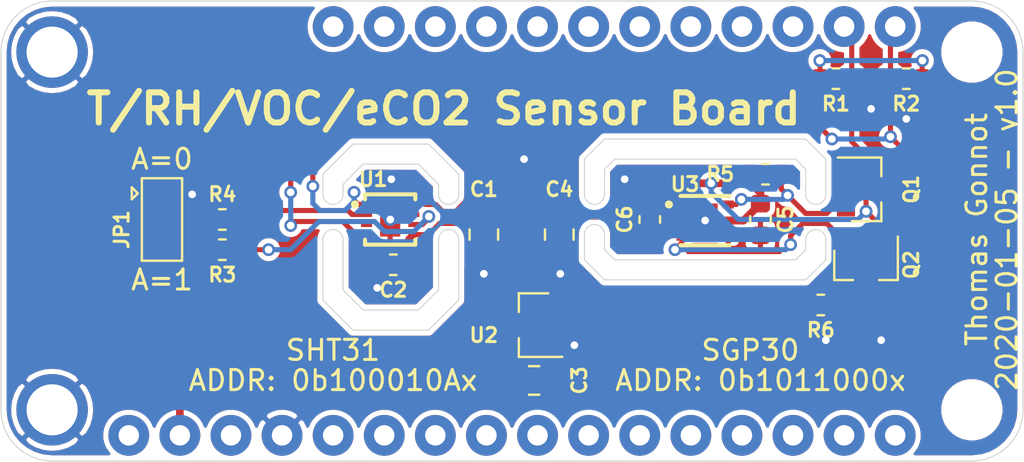
<source format=kicad_pcb>
(kicad_pcb (version 20171130) (host pcbnew "(5.1.4)-1")

  (general
    (thickness 1.6)
    (drawings 85)
    (tracks 203)
    (zones 0)
    (modules 19)
    (nets 36)
  )

  (page A4)
  (layers
    (0 F.Cu signal)
    (31 B.Cu signal)
    (32 B.Adhes user)
    (33 F.Adhes user)
    (34 B.Paste user)
    (35 F.Paste user)
    (36 B.SilkS user)
    (37 F.SilkS user)
    (38 B.Mask user)
    (39 F.Mask user)
    (40 Dwgs.User user)
    (41 Cmts.User user)
    (42 Eco1.User user)
    (43 Eco2.User user)
    (44 Edge.Cuts user)
    (45 Margin user)
    (46 B.CrtYd user hide)
    (47 F.CrtYd user)
    (48 B.Fab user hide)
    (49 F.Fab user hide)
  )

  (setup
    (last_trace_width 0.254)
    (user_trace_width 0.254)
    (user_trace_width 0.381)
    (user_trace_width 0.508)
    (user_trace_width 0.762)
    (trace_clearance 0.1524)
    (zone_clearance 0.254)
    (zone_45_only no)
    (trace_min 0.1524)
    (via_size 0.8)
    (via_drill 0.4)
    (via_min_size 0.4)
    (via_min_drill 0.3)
    (user_via 0.635 0.381)
    (uvia_size 0.3)
    (uvia_drill 0.1)
    (uvias_allowed no)
    (uvia_min_size 0.2)
    (uvia_min_drill 0.1)
    (edge_width 0.05)
    (segment_width 0.2)
    (pcb_text_width 0.3)
    (pcb_text_size 1.5 1.5)
    (mod_edge_width 0.12)
    (mod_text_size 1 1)
    (mod_text_width 0.15)
    (pad_size 1.524 1.524)
    (pad_drill 0.762)
    (pad_to_mask_clearance 0)
    (solder_mask_min_width 0.2)
    (aux_axis_origin 0 0)
    (grid_origin 122.8958 105.9258)
    (visible_elements 7FFFFFFF)
    (pcbplotparams
      (layerselection 0x010fc_ffffffff)
      (usegerberextensions false)
      (usegerberattributes false)
      (usegerberadvancedattributes false)
      (creategerberjobfile false)
      (excludeedgelayer true)
      (linewidth 0.100000)
      (plotframeref false)
      (viasonmask false)
      (mode 1)
      (useauxorigin false)
      (hpglpennumber 1)
      (hpglpenspeed 20)
      (hpglpendiameter 15.000000)
      (psnegative false)
      (psa4output false)
      (plotreference true)
      (plotvalue true)
      (plotinvisibletext false)
      (padsonsilk false)
      (subtractmaskfromsilk false)
      (outputformat 1)
      (mirror false)
      (drillshape 1)
      (scaleselection 1)
      (outputdirectory ""))
  )

  (net 0 "")
  (net 1 GND)
  (net 2 +3V3)
  (net 3 "Net-(J1-Pad16)")
  (net 4 "Net-(J1-Pad15)")
  (net 5 "Net-(J1-Pad14)")
  (net 6 "Net-(J1-Pad13)")
  (net 7 "Net-(J1-Pad12)")
  (net 8 "Net-(J1-Pad11)")
  (net 9 "Net-(J1-Pad10)")
  (net 10 "Net-(J1-Pad1)")
  (net 11 "Net-(J1-Pad3)")
  (net 12 "Net-(J1-Pad5)")
  (net 13 "Net-(J1-Pad7)")
  (net 14 "Net-(J1-Pad6)")
  (net 15 "Net-(J1-Pad9)")
  (net 16 "Net-(J1-Pad8)")
  (net 17 /SDA)
  (net 18 /SCL)
  (net 19 "Net-(J1-Pad19)")
  (net 20 "Net-(J1-Pad20)")
  (net 21 "Net-(J1-Pad21)")
  (net 22 "Net-(J1-Pad22)")
  (net 23 "Net-(J1-Pad23)")
  (net 24 "Net-(J1-Pad28)")
  (net 25 "Net-(J1-Pad26)")
  (net 26 "Net-(J1-Pad27)")
  (net 27 "Net-(J1-Pad24)")
  (net 28 "Net-(J1-Pad25)")
  (net 29 "Net-(JP1-Pad2)")
  (net 30 "Net-(R3-Pad1)")
  (net 31 "Net-(R4-Pad1)")
  (net 32 "Net-(U1-Pad3)")
  (net 33 +1V8)
  (net 34 /SCL_LV)
  (net 35 /SDA_LV)

  (net_class Default "This is the default net class."
    (clearance 0.1524)
    (trace_width 0.25)
    (via_dia 0.8)
    (via_drill 0.4)
    (uvia_dia 0.3)
    (uvia_drill 0.1)
    (add_net +1V8)
    (add_net +3V3)
    (add_net /SCL)
    (add_net /SCL_LV)
    (add_net /SDA)
    (add_net /SDA_LV)
    (add_net GND)
    (add_net "Net-(J1-Pad1)")
    (add_net "Net-(J1-Pad10)")
    (add_net "Net-(J1-Pad11)")
    (add_net "Net-(J1-Pad12)")
    (add_net "Net-(J1-Pad13)")
    (add_net "Net-(J1-Pad14)")
    (add_net "Net-(J1-Pad15)")
    (add_net "Net-(J1-Pad16)")
    (add_net "Net-(J1-Pad19)")
    (add_net "Net-(J1-Pad20)")
    (add_net "Net-(J1-Pad21)")
    (add_net "Net-(J1-Pad22)")
    (add_net "Net-(J1-Pad23)")
    (add_net "Net-(J1-Pad24)")
    (add_net "Net-(J1-Pad25)")
    (add_net "Net-(J1-Pad26)")
    (add_net "Net-(J1-Pad27)")
    (add_net "Net-(J1-Pad28)")
    (add_net "Net-(J1-Pad3)")
    (add_net "Net-(J1-Pad5)")
    (add_net "Net-(J1-Pad6)")
    (add_net "Net-(J1-Pad7)")
    (add_net "Net-(J1-Pad8)")
    (add_net "Net-(J1-Pad9)")
    (add_net "Net-(JP1-Pad2)")
    (add_net "Net-(R3-Pad1)")
    (add_net "Net-(R4-Pad1)")
    (add_net "Net-(U1-Pad3)")
  )

  (module Package_TO_SOT_SMD:SOT-23 (layer F.Cu) (tedit 5A02FF57) (tstamp 5E125A3F)
    (at 149.3958 99.1758 180)
    (descr "SOT-23, Standard")
    (tags SOT-23)
    (path /5E1AB88D)
    (attr smd)
    (fp_text reference U2 (at 2.5 -0.5) (layer F.SilkS)
      (effects (font (size 0.7 0.7) (thickness 0.15)))
    )
    (fp_text value MCP1754S-1802xCB (at 0 2.5) (layer F.Fab)
      (effects (font (size 1 1) (thickness 0.15)))
    )
    (fp_line (start 0.76 1.58) (end -0.7 1.58) (layer F.SilkS) (width 0.12))
    (fp_line (start 0.76 -1.58) (end -1.4 -1.58) (layer F.SilkS) (width 0.12))
    (fp_line (start -1.7 1.75) (end -1.7 -1.75) (layer F.CrtYd) (width 0.05))
    (fp_line (start 1.7 1.75) (end -1.7 1.75) (layer F.CrtYd) (width 0.05))
    (fp_line (start 1.7 -1.75) (end 1.7 1.75) (layer F.CrtYd) (width 0.05))
    (fp_line (start -1.7 -1.75) (end 1.7 -1.75) (layer F.CrtYd) (width 0.05))
    (fp_line (start 0.76 -1.58) (end 0.76 -0.65) (layer F.SilkS) (width 0.12))
    (fp_line (start 0.76 1.58) (end 0.76 0.65) (layer F.SilkS) (width 0.12))
    (fp_line (start -0.7 1.52) (end 0.7 1.52) (layer F.Fab) (width 0.1))
    (fp_line (start 0.7 -1.52) (end 0.7 1.52) (layer F.Fab) (width 0.1))
    (fp_line (start -0.7 -0.95) (end -0.15 -1.52) (layer F.Fab) (width 0.1))
    (fp_line (start -0.15 -1.52) (end 0.7 -1.52) (layer F.Fab) (width 0.1))
    (fp_line (start -0.7 -0.95) (end -0.7 1.5) (layer F.Fab) (width 0.1))
    (fp_text user %R (at 0 0 90) (layer F.Fab)
      (effects (font (size 0.5 0.5) (thickness 0.075)))
    )
    (pad 3 smd rect (at 1 0 180) (size 0.9 0.8) (layers F.Cu F.Paste F.Mask)
      (net 2 +3V3))
    (pad 2 smd rect (at -1 0.95 180) (size 0.9 0.8) (layers F.Cu F.Paste F.Mask)
      (net 33 +1V8))
    (pad 1 smd rect (at -1 -0.95 180) (size 0.9 0.8) (layers F.Cu F.Paste F.Mask)
      (net 1 GND))
    (model ${KISYS3DMOD}/Package_TO_SOT_SMD.3dshapes/SOT-23.wrl
      (at (xyz 0 0 0))
      (scale (xyz 1 1 1))
      (rotate (xyz 0 0 0))
    )
  )

  (module Capacitor_SMD:C_0805_2012Metric (layer F.Cu) (tedit 5B36C52B) (tstamp 5E12583C)
    (at 149.3958 101.9258)
    (descr "Capacitor SMD 0805 (2012 Metric), square (rectangular) end terminal, IPC_7351 nominal, (Body size source: https://docs.google.com/spreadsheets/d/1BsfQQcO9C6DZCsRaXUlFlo91Tg2WpOkGARC1WS5S8t0/edit?usp=sharing), generated with kicad-footprint-generator")
    (tags capacitor)
    (path /5E1E08D5)
    (attr smd)
    (fp_text reference C3 (at 2.25 0 90) (layer F.SilkS)
      (effects (font (size 0.7 0.7) (thickness 0.15)))
    )
    (fp_text value 10uF (at 0 1.65) (layer F.Fab)
      (effects (font (size 1 1) (thickness 0.15)))
    )
    (fp_text user %R (at 0 0) (layer F.Fab)
      (effects (font (size 0.5 0.5) (thickness 0.08)))
    )
    (fp_line (start 1.68 0.95) (end -1.68 0.95) (layer F.CrtYd) (width 0.05))
    (fp_line (start 1.68 -0.95) (end 1.68 0.95) (layer F.CrtYd) (width 0.05))
    (fp_line (start -1.68 -0.95) (end 1.68 -0.95) (layer F.CrtYd) (width 0.05))
    (fp_line (start -1.68 0.95) (end -1.68 -0.95) (layer F.CrtYd) (width 0.05))
    (fp_line (start -0.258578 0.71) (end 0.258578 0.71) (layer F.SilkS) (width 0.12))
    (fp_line (start -0.258578 -0.71) (end 0.258578 -0.71) (layer F.SilkS) (width 0.12))
    (fp_line (start 1 0.6) (end -1 0.6) (layer F.Fab) (width 0.1))
    (fp_line (start 1 -0.6) (end 1 0.6) (layer F.Fab) (width 0.1))
    (fp_line (start -1 -0.6) (end 1 -0.6) (layer F.Fab) (width 0.1))
    (fp_line (start -1 0.6) (end -1 -0.6) (layer F.Fab) (width 0.1))
    (pad 2 smd roundrect (at 0.9375 0) (size 0.975 1.4) (layers F.Cu F.Paste F.Mask) (roundrect_rratio 0.25)
      (net 1 GND))
    (pad 1 smd roundrect (at -0.9375 0) (size 0.975 1.4) (layers F.Cu F.Paste F.Mask) (roundrect_rratio 0.25)
      (net 2 +3V3))
    (model ${KISYS3DMOD}/Capacitor_SMD.3dshapes/C_0805_2012Metric.wrl
      (at (xyz 0 0 0))
      (scale (xyz 1 1 1))
      (rotate (xyz 0 0 0))
    )
  )

  (module Resistor_SMD:R_0603_1608Metric (layer F.Cu) (tedit 5B301BBD) (tstamp 5E124699)
    (at 163.6458 98.1758 180)
    (descr "Resistor SMD 0603 (1608 Metric), square (rectangular) end terminal, IPC_7351 nominal, (Body size source: http://www.tortai-tech.com/upload/download/2011102023233369053.pdf), generated with kicad-footprint-generator")
    (tags resistor)
    (path /5E13998C)
    (attr smd)
    (fp_text reference R6 (at 0 -1.25) (layer F.SilkS)
      (effects (font (size 0.7 0.7) (thickness 0.15)))
    )
    (fp_text value 10k (at 0 1.43) (layer F.Fab)
      (effects (font (size 1 1) (thickness 0.15)))
    )
    (fp_text user %R (at 0 0) (layer F.Fab)
      (effects (font (size 0.4 0.4) (thickness 0.06)))
    )
    (fp_line (start 1.48 0.73) (end -1.48 0.73) (layer F.CrtYd) (width 0.05))
    (fp_line (start 1.48 -0.73) (end 1.48 0.73) (layer F.CrtYd) (width 0.05))
    (fp_line (start -1.48 -0.73) (end 1.48 -0.73) (layer F.CrtYd) (width 0.05))
    (fp_line (start -1.48 0.73) (end -1.48 -0.73) (layer F.CrtYd) (width 0.05))
    (fp_line (start -0.162779 0.51) (end 0.162779 0.51) (layer F.SilkS) (width 0.12))
    (fp_line (start -0.162779 -0.51) (end 0.162779 -0.51) (layer F.SilkS) (width 0.12))
    (fp_line (start 0.8 0.4) (end -0.8 0.4) (layer F.Fab) (width 0.1))
    (fp_line (start 0.8 -0.4) (end 0.8 0.4) (layer F.Fab) (width 0.1))
    (fp_line (start -0.8 -0.4) (end 0.8 -0.4) (layer F.Fab) (width 0.1))
    (fp_line (start -0.8 0.4) (end -0.8 -0.4) (layer F.Fab) (width 0.1))
    (pad 2 smd roundrect (at 0.7875 0 180) (size 0.875 0.95) (layers F.Cu F.Paste F.Mask) (roundrect_rratio 0.25)
      (net 35 /SDA_LV))
    (pad 1 smd roundrect (at -0.7875 0 180) (size 0.875 0.95) (layers F.Cu F.Paste F.Mask) (roundrect_rratio 0.25)
      (net 33 +1V8))
    (model ${KISYS3DMOD}/Resistor_SMD.3dshapes/R_0603_1608Metric.wrl
      (at (xyz 0 0 0))
      (scale (xyz 1 1 1))
      (rotate (xyz 0 0 0))
    )
  )

  (module Resistor_SMD:R_0603_1608Metric (layer F.Cu) (tedit 5B301BBD) (tstamp 5E1235C0)
    (at 160.8958 91.6758)
    (descr "Resistor SMD 0603 (1608 Metric), square (rectangular) end terminal, IPC_7351 nominal, (Body size source: http://www.tortai-tech.com/upload/download/2011102023233369053.pdf), generated with kicad-footprint-generator")
    (tags resistor)
    (path /5E139999)
    (attr smd)
    (fp_text reference R5 (at -2.25 0) (layer F.SilkS)
      (effects (font (size 0.7 0.7) (thickness 0.15)))
    )
    (fp_text value 10k (at 0 1.43) (layer F.Fab)
      (effects (font (size 1 1) (thickness 0.15)))
    )
    (fp_text user %R (at 0 0) (layer F.Fab)
      (effects (font (size 0.4 0.4) (thickness 0.06)))
    )
    (fp_line (start 1.48 0.73) (end -1.48 0.73) (layer F.CrtYd) (width 0.05))
    (fp_line (start 1.48 -0.73) (end 1.48 0.73) (layer F.CrtYd) (width 0.05))
    (fp_line (start -1.48 -0.73) (end 1.48 -0.73) (layer F.CrtYd) (width 0.05))
    (fp_line (start -1.48 0.73) (end -1.48 -0.73) (layer F.CrtYd) (width 0.05))
    (fp_line (start -0.162779 0.51) (end 0.162779 0.51) (layer F.SilkS) (width 0.12))
    (fp_line (start -0.162779 -0.51) (end 0.162779 -0.51) (layer F.SilkS) (width 0.12))
    (fp_line (start 0.8 0.4) (end -0.8 0.4) (layer F.Fab) (width 0.1))
    (fp_line (start 0.8 -0.4) (end 0.8 0.4) (layer F.Fab) (width 0.1))
    (fp_line (start -0.8 -0.4) (end 0.8 -0.4) (layer F.Fab) (width 0.1))
    (fp_line (start -0.8 0.4) (end -0.8 -0.4) (layer F.Fab) (width 0.1))
    (pad 2 smd roundrect (at 0.7875 0) (size 0.875 0.95) (layers F.Cu F.Paste F.Mask) (roundrect_rratio 0.25)
      (net 34 /SCL_LV))
    (pad 1 smd roundrect (at -0.7875 0) (size 0.875 0.95) (layers F.Cu F.Paste F.Mask) (roundrect_rratio 0.25)
      (net 33 +1V8))
    (model ${KISYS3DMOD}/Resistor_SMD.3dshapes/R_0603_1608Metric.wrl
      (at (xyz 0 0 0))
      (scale (xyz 1 1 1))
      (rotate (xyz 0 0 0))
    )
  )

  (module Package_TO_SOT_SMD:SOT-23 (layer F.Cu) (tedit 5A02FF57) (tstamp 5E123BE0)
    (at 165.8958 96.1758 270)
    (descr "SOT-23, Standard")
    (tags SOT-23)
    (path /5E145033)
    (attr smd)
    (fp_text reference Q2 (at 0 -2.25 270) (layer F.SilkS)
      (effects (font (size 0.7 0.7) (thickness 0.15)))
    )
    (fp_text value BSS138 (at 0 2.5 90) (layer F.Fab)
      (effects (font (size 1 1) (thickness 0.15)))
    )
    (fp_line (start 0.76 1.58) (end -0.7 1.58) (layer F.SilkS) (width 0.12))
    (fp_line (start 0.76 -1.58) (end -1.4 -1.58) (layer F.SilkS) (width 0.12))
    (fp_line (start -1.7 1.75) (end -1.7 -1.75) (layer F.CrtYd) (width 0.05))
    (fp_line (start 1.7 1.75) (end -1.7 1.75) (layer F.CrtYd) (width 0.05))
    (fp_line (start 1.7 -1.75) (end 1.7 1.75) (layer F.CrtYd) (width 0.05))
    (fp_line (start -1.7 -1.75) (end 1.7 -1.75) (layer F.CrtYd) (width 0.05))
    (fp_line (start 0.76 -1.58) (end 0.76 -0.65) (layer F.SilkS) (width 0.12))
    (fp_line (start 0.76 1.58) (end 0.76 0.65) (layer F.SilkS) (width 0.12))
    (fp_line (start -0.7 1.52) (end 0.7 1.52) (layer F.Fab) (width 0.1))
    (fp_line (start 0.7 -1.52) (end 0.7 1.52) (layer F.Fab) (width 0.1))
    (fp_line (start -0.7 -0.95) (end -0.15 -1.52) (layer F.Fab) (width 0.1))
    (fp_line (start -0.15 -1.52) (end 0.7 -1.52) (layer F.Fab) (width 0.1))
    (fp_line (start -0.7 -0.95) (end -0.7 1.5) (layer F.Fab) (width 0.1))
    (fp_text user %R (at 0 0) (layer F.Fab)
      (effects (font (size 0.5 0.5) (thickness 0.075)))
    )
    (pad 3 smd rect (at 1 0 270) (size 0.9 0.8) (layers F.Cu F.Paste F.Mask)
      (net 17 /SDA))
    (pad 2 smd rect (at -1 0.95 270) (size 0.9 0.8) (layers F.Cu F.Paste F.Mask)
      (net 35 /SDA_LV))
    (pad 1 smd rect (at -1 -0.95 270) (size 0.9 0.8) (layers F.Cu F.Paste F.Mask)
      (net 33 +1V8))
    (model ${KISYS3DMOD}/Package_TO_SOT_SMD.3dshapes/SOT-23.wrl
      (at (xyz 0 0 0))
      (scale (xyz 1 1 1))
      (rotate (xyz 0 0 0))
    )
  )

  (module Package_TO_SOT_SMD:SOT-23 (layer F.Cu) (tedit 5A02FF57) (tstamp 5E12351A)
    (at 165.8958 92.4258)
    (descr "SOT-23, Standard")
    (tags SOT-23)
    (path /5E13EEB6)
    (attr smd)
    (fp_text reference Q1 (at 2.25 0 90) (layer F.SilkS)
      (effects (font (size 0.7 0.7) (thickness 0.15)))
    )
    (fp_text value BSS138 (at 0 2.5) (layer F.Fab)
      (effects (font (size 1 1) (thickness 0.15)))
    )
    (fp_line (start 0.76 1.58) (end -0.7 1.58) (layer F.SilkS) (width 0.12))
    (fp_line (start 0.76 -1.58) (end -1.4 -1.58) (layer F.SilkS) (width 0.12))
    (fp_line (start -1.7 1.75) (end -1.7 -1.75) (layer F.CrtYd) (width 0.05))
    (fp_line (start 1.7 1.75) (end -1.7 1.75) (layer F.CrtYd) (width 0.05))
    (fp_line (start 1.7 -1.75) (end 1.7 1.75) (layer F.CrtYd) (width 0.05))
    (fp_line (start -1.7 -1.75) (end 1.7 -1.75) (layer F.CrtYd) (width 0.05))
    (fp_line (start 0.76 -1.58) (end 0.76 -0.65) (layer F.SilkS) (width 0.12))
    (fp_line (start 0.76 1.58) (end 0.76 0.65) (layer F.SilkS) (width 0.12))
    (fp_line (start -0.7 1.52) (end 0.7 1.52) (layer F.Fab) (width 0.1))
    (fp_line (start 0.7 -1.52) (end 0.7 1.52) (layer F.Fab) (width 0.1))
    (fp_line (start -0.7 -0.95) (end -0.15 -1.52) (layer F.Fab) (width 0.1))
    (fp_line (start -0.15 -1.52) (end 0.7 -1.52) (layer F.Fab) (width 0.1))
    (fp_line (start -0.7 -0.95) (end -0.7 1.5) (layer F.Fab) (width 0.1))
    (fp_text user %R (at 0 0 90) (layer F.Fab)
      (effects (font (size 0.5 0.5) (thickness 0.075)))
    )
    (pad 3 smd rect (at 1 0) (size 0.9 0.8) (layers F.Cu F.Paste F.Mask)
      (net 18 /SCL))
    (pad 2 smd rect (at -1 0.95) (size 0.9 0.8) (layers F.Cu F.Paste F.Mask)
      (net 34 /SCL_LV))
    (pad 1 smd rect (at -1 -0.95) (size 0.9 0.8) (layers F.Cu F.Paste F.Mask)
      (net 33 +1V8))
    (model ${KISYS3DMOD}/Package_TO_SOT_SMD.3dshapes/SOT-23.wrl
      (at (xyz 0 0 0))
      (scale (xyz 1 1 1))
      (rotate (xyz 0 0 0))
    )
  )

  (module Sensirion:DFN-6-2.45x2.45x0.9 (layer F.Cu) (tedit 5E0BC56D) (tstamp 5E122548)
    (at 157.8958 93.98)
    (path /5E114452)
    (attr smd)
    (fp_text reference U3 (at -1 -1.8042) (layer F.SilkS)
      (effects (font (size 0.7 0.7) (thickness 0.15)))
    )
    (fp_text value SGP30 (at 0 2) (layer F.Fab)
      (effects (font (size 1 1) (thickness 0.15)))
    )
    (fp_circle (center -1.8 -0.8) (end -1.7 -0.8) (layer F.SilkS) (width 0.2))
    (fp_line (start -1.225 1.225) (end 1.225 1.225) (layer F.SilkS) (width 0.2032))
    (fp_line (start -1.225 -1.225) (end 1.225 -1.225) (layer F.SilkS) (width 0.2))
    (fp_circle (center 0 0) (end 0.55 0) (layer F.Fab) (width 0.12))
    (fp_line (start -1.225 1.225) (end -1.225 -1.225) (layer F.Fab) (width 0.1))
    (fp_line (start 1.225 1.225) (end -1.225 1.225) (layer F.Fab) (width 0.1))
    (fp_line (start 1.225 -1.225) (end 1.225 1.225) (layer F.Fab) (width 0.1))
    (fp_line (start -1.225 -1.225) (end 1.225 -1.225) (layer F.Fab) (width 0.1))
    (pad DP smd custom (at 0 0) (size 1 1) (layers F.Cu F.Paste F.Mask)
      (net 1 GND) (zone_connect 0)
      (options (clearance outline) (anchor rect))
      (primitives
        (gr_poly (pts
           (xy -0.325 -0.85) (xy 0.625 -0.85) (xy 0.625 0.85) (xy -0.625 0.85) (xy -0.625 -0.55)
) (width 0))
      ))
    (pad 6 smd rect (at 1.15 -0.8) (size 0.55 0.4) (layers F.Cu F.Paste F.Mask)
      (net 34 /SCL_LV))
    (pad 5 smd rect (at 1.15 0) (size 0.55 0.4) (layers F.Cu F.Paste F.Mask)
      (net 33 +1V8))
    (pad 4 smd rect (at 1.15 0.8) (size 0.55 0.4) (layers F.Cu F.Paste F.Mask)
      (net 1 GND))
    (pad 3 smd rect (at -1.15 0.8) (size 0.55 0.4) (layers F.Cu F.Paste F.Mask)
      (net 35 /SDA_LV))
    (pad 2 smd rect (at -1.15 0) (size 0.55 0.4) (layers F.Cu F.Paste F.Mask)
      (net 1 GND))
    (pad 1 smd rect (at -1.15 -0.8) (size 0.55 0.4) (layers F.Cu F.Paste F.Mask)
      (net 33 +1V8))
    (model C:/Users/Thomas/Desktop/EnvironmentFeatherWing/EnvironmentFeatherWing/SGP30.step
      (at (xyz 0 0 0))
      (scale (xyz 1 1 1))
      (rotate (xyz -90 0 0))
    )
  )

  (module Sensirion:DFN-8-2.5x2.5x0.9 (layer F.Cu) (tedit 5E111D68) (tstamp 5E113AE8)
    (at 142.24 93.9258)
    (path /5E114A20)
    (fp_text reference U1 (at -0.8442 -2) (layer F.SilkS)
      (effects (font (size 0.7 0.7) (thickness 0.15)))
    )
    (fp_text value SHT31-D (at 0 2.2) (layer F.Fab)
      (effects (font (size 1 1) (thickness 0.15)))
    )
    (fp_circle (center -1.75 -0.75) (end -1.65 -0.75) (layer F.SilkS) (width 0.2))
    (fp_line (start -1.25 1.25) (end -1.25 1) (layer F.SilkS) (width 0.2))
    (fp_line (start 1.25 1.25) (end 1.25 1) (layer F.SilkS) (width 0.2))
    (fp_line (start -1.25 1.25) (end 1.25 1.25) (layer F.SilkS) (width 0.2))
    (fp_line (start 1.25 -1.25) (end 1.25 -1) (layer F.SilkS) (width 0.2))
    (fp_line (start -1.25 -1.25) (end -1.25 -1) (layer F.SilkS) (width 0.2))
    (fp_line (start -1.25 -1.25) (end 1.25 -1.25) (layer F.SilkS) (width 0.2))
    (fp_line (start -1.25 1.25) (end -1.25 -1.25) (layer F.Fab) (width 0.1))
    (fp_line (start 1.25 1.25) (end -1.25 1.25) (layer F.Fab) (width 0.1))
    (fp_line (start 1.25 -1.25) (end 1.25 1.25) (layer F.Fab) (width 0.1))
    (fp_line (start -1.25 -1.25) (end 1.25 -1.25) (layer F.Fab) (width 0.1))
    (pad DP smd custom (at 0 0) (size 0.2 0.2) (layers F.Cu F.Paste F.Mask)
      (net 1 GND) (zone_connect 0)
      (options (clearance outline) (anchor rect))
      (primitives
        (gr_poly (pts
           (xy -0.2 -0.85) (xy 0.5 -0.85) (xy 0.5 0.85) (xy -0.5 0.85) (xy -0.5 -0.55)
) (width 0))
      ))
    (pad 8 smd rect (at 1.175 -0.75) (size 0.55 0.25) (layers F.Cu F.Paste F.Mask)
      (net 1 GND))
    (pad 7 smd rect (at 1.175 -0.25) (size 0.55 0.25) (layers F.Cu F.Paste F.Mask)
      (net 1 GND))
    (pad 6 smd rect (at 1.175 0.25) (size 0.55 0.25) (layers F.Cu F.Paste F.Mask)
      (net 30 "Net-(R3-Pad1)"))
    (pad 5 smd rect (at 1.175 0.75) (size 0.55 0.25) (layers F.Cu F.Paste F.Mask)
      (net 2 +3V3))
    (pad 4 smd rect (at -1.175 0.75) (size 0.55 0.25) (layers F.Cu F.Paste F.Mask)
      (net 18 /SCL))
    (pad 3 smd rect (at -1.175 0.25) (size 0.55 0.25) (layers F.Cu F.Paste F.Mask)
      (net 32 "Net-(U1-Pad3)"))
    (pad 2 smd rect (at -1.175 -0.25) (size 0.55 0.25) (layers F.Cu F.Paste F.Mask)
      (net 31 "Net-(R4-Pad1)"))
    (pad 1 smd rect (at -1.175 -0.75) (size 0.55 0.25) (layers F.Cu F.Paste F.Mask)
      (net 17 /SDA))
    (model C:/Users/Thomas/Desktop/EnvironmentFeatherWing/EnvironmentFeatherWing/SHT31.step
      (at (xyz 0 0 0))
      (scale (xyz 1 1 1))
      (rotate (xyz -90 0 0))
    )
  )

  (module Resistor_SMD:R_0603_1608Metric (layer F.Cu) (tedit 5B301BBD) (tstamp 5E120D3E)
    (at 133.8958 93.9258 180)
    (descr "Resistor SMD 0603 (1608 Metric), square (rectangular) end terminal, IPC_7351 nominal, (Body size source: http://www.tortai-tech.com/upload/download/2011102023233369053.pdf), generated with kicad-footprint-generator")
    (tags resistor)
    (path /5E15B621)
    (attr smd)
    (fp_text reference R4 (at 0 1.25) (layer F.SilkS)
      (effects (font (size 0.7 0.7) (thickness 0.15)))
    )
    (fp_text value 10k (at 0 1.43) (layer F.Fab)
      (effects (font (size 1 1) (thickness 0.15)))
    )
    (fp_text user %R (at 0 0) (layer F.Fab)
      (effects (font (size 0.4 0.4) (thickness 0.06)))
    )
    (fp_line (start 1.48 0.73) (end -1.48 0.73) (layer F.CrtYd) (width 0.05))
    (fp_line (start 1.48 -0.73) (end 1.48 0.73) (layer F.CrtYd) (width 0.05))
    (fp_line (start -1.48 -0.73) (end 1.48 -0.73) (layer F.CrtYd) (width 0.05))
    (fp_line (start -1.48 0.73) (end -1.48 -0.73) (layer F.CrtYd) (width 0.05))
    (fp_line (start -0.162779 0.51) (end 0.162779 0.51) (layer F.SilkS) (width 0.12))
    (fp_line (start -0.162779 -0.51) (end 0.162779 -0.51) (layer F.SilkS) (width 0.12))
    (fp_line (start 0.8 0.4) (end -0.8 0.4) (layer F.Fab) (width 0.1))
    (fp_line (start 0.8 -0.4) (end 0.8 0.4) (layer F.Fab) (width 0.1))
    (fp_line (start -0.8 -0.4) (end 0.8 -0.4) (layer F.Fab) (width 0.1))
    (fp_line (start -0.8 0.4) (end -0.8 -0.4) (layer F.Fab) (width 0.1))
    (pad 2 smd roundrect (at 0.7875 0 180) (size 0.875 0.95) (layers F.Cu F.Paste F.Mask) (roundrect_rratio 0.25)
      (net 29 "Net-(JP1-Pad2)"))
    (pad 1 smd roundrect (at -0.7875 0 180) (size 0.875 0.95) (layers F.Cu F.Paste F.Mask) (roundrect_rratio 0.25)
      (net 31 "Net-(R4-Pad1)"))
    (model ${KISYS3DMOD}/Resistor_SMD.3dshapes/R_0603_1608Metric.wrl
      (at (xyz 0 0 0))
      (scale (xyz 1 1 1))
      (rotate (xyz 0 0 0))
    )
  )

  (module Resistor_SMD:R_0603_1608Metric (layer F.Cu) (tedit 5B301BBD) (tstamp 5E113ABF)
    (at 133.8958 95.4258 180)
    (descr "Resistor SMD 0603 (1608 Metric), square (rectangular) end terminal, IPC_7351 nominal, (Body size source: http://www.tortai-tech.com/upload/download/2011102023233369053.pdf), generated with kicad-footprint-generator")
    (tags resistor)
    (path /5E16CAEE)
    (attr smd)
    (fp_text reference R3 (at 0 -1.25) (layer F.SilkS)
      (effects (font (size 0.7 0.7) (thickness 0.15)))
    )
    (fp_text value 10k (at 0 1.43) (layer F.Fab)
      (effects (font (size 1 1) (thickness 0.15)))
    )
    (fp_text user %R (at 0 0) (layer F.Fab)
      (effects (font (size 0.4 0.4) (thickness 0.06)))
    )
    (fp_line (start 1.48 0.73) (end -1.48 0.73) (layer F.CrtYd) (width 0.05))
    (fp_line (start 1.48 -0.73) (end 1.48 0.73) (layer F.CrtYd) (width 0.05))
    (fp_line (start -1.48 -0.73) (end 1.48 -0.73) (layer F.CrtYd) (width 0.05))
    (fp_line (start -1.48 0.73) (end -1.48 -0.73) (layer F.CrtYd) (width 0.05))
    (fp_line (start -0.162779 0.51) (end 0.162779 0.51) (layer F.SilkS) (width 0.12))
    (fp_line (start -0.162779 -0.51) (end 0.162779 -0.51) (layer F.SilkS) (width 0.12))
    (fp_line (start 0.8 0.4) (end -0.8 0.4) (layer F.Fab) (width 0.1))
    (fp_line (start 0.8 -0.4) (end 0.8 0.4) (layer F.Fab) (width 0.1))
    (fp_line (start -0.8 -0.4) (end 0.8 -0.4) (layer F.Fab) (width 0.1))
    (fp_line (start -0.8 0.4) (end -0.8 -0.4) (layer F.Fab) (width 0.1))
    (pad 2 smd roundrect (at 0.7875 0 180) (size 0.875 0.95) (layers F.Cu F.Paste F.Mask) (roundrect_rratio 0.25)
      (net 2 +3V3))
    (pad 1 smd roundrect (at -0.7875 0 180) (size 0.875 0.95) (layers F.Cu F.Paste F.Mask) (roundrect_rratio 0.25)
      (net 30 "Net-(R3-Pad1)"))
    (model ${KISYS3DMOD}/Resistor_SMD.3dshapes/R_0603_1608Metric.wrl
      (at (xyz 0 0 0))
      (scale (xyz 1 1 1))
      (rotate (xyz 0 0 0))
    )
  )

  (module Resistor_SMD:R_0603_1608Metric (layer F.Cu) (tedit 5B301BBD) (tstamp 5E113AAE)
    (at 167.8958 86.9258 180)
    (descr "Resistor SMD 0603 (1608 Metric), square (rectangular) end terminal, IPC_7351 nominal, (Body size source: http://www.tortai-tech.com/upload/download/2011102023233369053.pdf), generated with kicad-footprint-generator")
    (tags resistor)
    (path /5E14719C)
    (attr smd)
    (fp_text reference R2 (at 0 -1.25) (layer F.SilkS)
      (effects (font (size 0.7 0.7) (thickness 0.15)))
    )
    (fp_text value 10k (at 0 1.43) (layer F.Fab)
      (effects (font (size 1 1) (thickness 0.15)))
    )
    (fp_text user %R (at 0 0) (layer F.Fab)
      (effects (font (size 0.4 0.4) (thickness 0.06)))
    )
    (fp_line (start 1.48 0.73) (end -1.48 0.73) (layer F.CrtYd) (width 0.05))
    (fp_line (start 1.48 -0.73) (end 1.48 0.73) (layer F.CrtYd) (width 0.05))
    (fp_line (start -1.48 -0.73) (end 1.48 -0.73) (layer F.CrtYd) (width 0.05))
    (fp_line (start -1.48 0.73) (end -1.48 -0.73) (layer F.CrtYd) (width 0.05))
    (fp_line (start -0.162779 0.51) (end 0.162779 0.51) (layer F.SilkS) (width 0.12))
    (fp_line (start -0.162779 -0.51) (end 0.162779 -0.51) (layer F.SilkS) (width 0.12))
    (fp_line (start 0.8 0.4) (end -0.8 0.4) (layer F.Fab) (width 0.1))
    (fp_line (start 0.8 -0.4) (end 0.8 0.4) (layer F.Fab) (width 0.1))
    (fp_line (start -0.8 -0.4) (end 0.8 -0.4) (layer F.Fab) (width 0.1))
    (fp_line (start -0.8 0.4) (end -0.8 -0.4) (layer F.Fab) (width 0.1))
    (pad 2 smd roundrect (at 0.7875 0 180) (size 0.875 0.95) (layers F.Cu F.Paste F.Mask) (roundrect_rratio 0.25)
      (net 17 /SDA))
    (pad 1 smd roundrect (at -0.7875 0 180) (size 0.875 0.95) (layers F.Cu F.Paste F.Mask) (roundrect_rratio 0.25)
      (net 2 +3V3))
    (model ${KISYS3DMOD}/Resistor_SMD.3dshapes/R_0603_1608Metric.wrl
      (at (xyz 0 0 0))
      (scale (xyz 1 1 1))
      (rotate (xyz 0 0 0))
    )
  )

  (module Resistor_SMD:R_0603_1608Metric (layer F.Cu) (tedit 5B301BBD) (tstamp 5E113A9D)
    (at 164.3958 86.9258)
    (descr "Resistor SMD 0603 (1608 Metric), square (rectangular) end terminal, IPC_7351 nominal, (Body size source: http://www.tortai-tech.com/upload/download/2011102023233369053.pdf), generated with kicad-footprint-generator")
    (tags resistor)
    (path /5E1486FC)
    (attr smd)
    (fp_text reference R1 (at 0 1.25) (layer F.SilkS)
      (effects (font (size 0.7 0.7) (thickness 0.15)))
    )
    (fp_text value 10k (at 0 1.43) (layer F.Fab)
      (effects (font (size 1 1) (thickness 0.15)))
    )
    (fp_text user %R (at 0 0) (layer F.Fab)
      (effects (font (size 0.4 0.4) (thickness 0.06)))
    )
    (fp_line (start 1.48 0.73) (end -1.48 0.73) (layer F.CrtYd) (width 0.05))
    (fp_line (start 1.48 -0.73) (end 1.48 0.73) (layer F.CrtYd) (width 0.05))
    (fp_line (start -1.48 -0.73) (end 1.48 -0.73) (layer F.CrtYd) (width 0.05))
    (fp_line (start -1.48 0.73) (end -1.48 -0.73) (layer F.CrtYd) (width 0.05))
    (fp_line (start -0.162779 0.51) (end 0.162779 0.51) (layer F.SilkS) (width 0.12))
    (fp_line (start -0.162779 -0.51) (end 0.162779 -0.51) (layer F.SilkS) (width 0.12))
    (fp_line (start 0.8 0.4) (end -0.8 0.4) (layer F.Fab) (width 0.1))
    (fp_line (start 0.8 -0.4) (end 0.8 0.4) (layer F.Fab) (width 0.1))
    (fp_line (start -0.8 -0.4) (end 0.8 -0.4) (layer F.Fab) (width 0.1))
    (fp_line (start -0.8 0.4) (end -0.8 -0.4) (layer F.Fab) (width 0.1))
    (pad 2 smd roundrect (at 0.7875 0) (size 0.875 0.95) (layers F.Cu F.Paste F.Mask) (roundrect_rratio 0.25)
      (net 18 /SCL))
    (pad 1 smd roundrect (at -0.7875 0) (size 0.875 0.95) (layers F.Cu F.Paste F.Mask) (roundrect_rratio 0.25)
      (net 2 +3V3))
    (model ${KISYS3DMOD}/Resistor_SMD.3dshapes/R_0603_1608Metric.wrl
      (at (xyz 0 0 0))
      (scale (xyz 1 1 1))
      (rotate (xyz 0 0 0))
    )
  )

  (module Jumper:SolderJumper-3_P1.3mm_Bridged12_Pad1.0x1.5mm (layer F.Cu) (tedit 5C756B4C) (tstamp 5E120ED1)
    (at 130.8958 93.9258 270)
    (descr "SMD Solder 3-pad Jumper, 1x1.5mm Pads, 0.3mm gap, pads 1-2 bridged with 1 copper strip")
    (tags "solder jumper open")
    (path /5E15679F)
    (attr virtual)
    (fp_text reference JP1 (at 0.5 2 270) (layer F.SilkS)
      (effects (font (size 0.7 0.7) (thickness 0.15)))
    )
    (fp_text value SolderJumper_3_Bridged12 (at 0 2 90) (layer F.Fab)
      (effects (font (size 1 1) (thickness 0.15)))
    )
    (fp_poly (pts (xy -0.9 -0.3) (xy -0.4 -0.3) (xy -0.4 0.3) (xy -0.9 0.3)) (layer F.Cu) (width 0))
    (fp_line (start 2.3 1.25) (end -2.3 1.25) (layer F.CrtYd) (width 0.05))
    (fp_line (start 2.3 1.25) (end 2.3 -1.25) (layer F.CrtYd) (width 0.05))
    (fp_line (start -2.3 -1.25) (end -2.3 1.25) (layer F.CrtYd) (width 0.05))
    (fp_line (start -2.3 -1.25) (end 2.3 -1.25) (layer F.CrtYd) (width 0.05))
    (fp_line (start -2.05 -1) (end 2.05 -1) (layer F.SilkS) (width 0.12))
    (fp_line (start 2.05 -1) (end 2.05 1) (layer F.SilkS) (width 0.12))
    (fp_line (start 2.05 1) (end -2.05 1) (layer F.SilkS) (width 0.12))
    (fp_line (start -2.05 1) (end -2.05 -1) (layer F.SilkS) (width 0.12))
    (fp_line (start -1.3 1.2) (end -1.6 1.5) (layer F.SilkS) (width 0.12))
    (fp_line (start -1.6 1.5) (end -1 1.5) (layer F.SilkS) (width 0.12))
    (fp_line (start -1.3 1.2) (end -1 1.5) (layer F.SilkS) (width 0.12))
    (pad 2 smd rect (at 0 0 270) (size 1 1.5) (layers F.Cu F.Mask)
      (net 29 "Net-(JP1-Pad2)"))
    (pad 3 smd rect (at 1.3 0 270) (size 1 1.5) (layers F.Cu F.Mask)
      (net 2 +3V3))
    (pad 1 smd rect (at -1.3 0 270) (size 1 1.5) (layers F.Cu F.Mask)
      (net 1 GND))
  )

  (module Adafruit:FeatherWing locked (layer F.Cu) (tedit 5E10D149) (tstamp 5E120FA7)
    (at 148.2958 94.4958)
    (path /5E124B1C)
    (fp_text reference J1 (at 0 12.319) (layer F.SilkS) hide
      (effects (font (size 0.7 0.7) (thickness 0.15)))
    )
    (fp_text value FeatherWing (at 0 -12.446) (layer F.Fab) hide
      (effects (font (size 1 1) (thickness 0.15)))
    )
    (fp_arc (start 22.86 8.89) (end 22.86 11.43) (angle -90) (layer F.Fab) (width 0.1016))
    (fp_arc (start -22.86 8.89) (end -25.4 8.89) (angle -90) (layer F.Fab) (width 0.1016))
    (fp_arc (start -22.86 -8.89) (end -22.86 -11.43) (angle -90) (layer F.Fab) (width 0.1016))
    (fp_arc (start 22.86 -8.89) (end 25.4 -8.89) (angle -90) (layer F.Fab) (width 0.1016))
    (fp_line (start -25.4 -8.89) (end -25.4 8.89) (layer F.Fab) (width 0.1016))
    (fp_line (start 25.4 -8.89) (end 25.4 8.89) (layer F.Fab) (width 0.1016))
    (fp_line (start -22.86 11.43) (end 22.86 11.43) (layer F.Fab) (width 0.1016))
    (fp_line (start -22.86 -11.43) (end 22.86 -11.43) (layer F.Fab) (width 0.1016))
    (pad 16 thru_hole circle (at 19.05 10.16) (size 2.032 2.032) (drill 1.016) (layers *.Cu *.Mask)
      (net 3 "Net-(J1-Pad16)"))
    (pad 15 thru_hole circle (at 16.51 10.16) (size 2.032 2.032) (drill 1.016) (layers *.Cu *.Mask)
      (net 4 "Net-(J1-Pad15)"))
    (pad 14 thru_hole circle (at 13.97 10.16) (size 2.032 2.032) (drill 1.016) (layers *.Cu *.Mask)
      (net 5 "Net-(J1-Pad14)"))
    (pad 13 thru_hole circle (at 11.43 10.16) (size 2.032 2.032) (drill 1.016) (layers *.Cu *.Mask)
      (net 6 "Net-(J1-Pad13)"))
    (pad 12 thru_hole circle (at 8.89 10.16) (size 2.032 2.032) (drill 1.016) (layers *.Cu *.Mask)
      (net 7 "Net-(J1-Pad12)"))
    (pad 11 thru_hole circle (at 6.35 10.16) (size 2.032 2.032) (drill 1.016) (layers *.Cu *.Mask)
      (net 8 "Net-(J1-Pad11)"))
    (pad 10 thru_hole circle (at 3.81 10.16) (size 2.032 2.032) (drill 1.016) (layers *.Cu *.Mask)
      (net 9 "Net-(J1-Pad10)"))
    (pad 1 thru_hole circle (at -19.05 10.16) (size 2.032 2.032) (drill 1.016) (layers *.Cu *.Mask)
      (net 10 "Net-(J1-Pad1)"))
    (pad 3 thru_hole circle (at -13.97 10.16) (size 2.032 2.032) (drill 1.016) (layers *.Cu *.Mask)
      (net 11 "Net-(J1-Pad3)"))
    (pad 2 thru_hole circle (at -16.51 10.16) (size 2.032 2.032) (drill 1.016) (layers *.Cu *.Mask)
      (net 2 +3V3))
    (pad 5 thru_hole circle (at -8.89 10.16) (size 2.032 2.032) (drill 1.016) (layers *.Cu *.Mask)
      (net 12 "Net-(J1-Pad5)"))
    (pad 4 thru_hole circle (at -11.43 10.16) (size 2.032 2.032) (drill 1.016) (layers *.Cu *.Mask)
      (net 1 GND))
    (pad 7 thru_hole circle (at -3.81 10.16) (size 2.032 2.032) (drill 1.016) (layers *.Cu *.Mask)
      (net 13 "Net-(J1-Pad7)"))
    (pad 6 thru_hole circle (at -6.35 10.16) (size 2.032 2.032) (drill 1.016) (layers *.Cu *.Mask)
      (net 14 "Net-(J1-Pad6)"))
    (pad 9 thru_hole circle (at 1.27 10.16) (size 2.032 2.032) (drill 1.016) (layers *.Cu *.Mask)
      (net 15 "Net-(J1-Pad9)"))
    (pad 8 thru_hole circle (at -1.27 10.16) (size 2.032 2.032) (drill 1.016) (layers *.Cu *.Mask)
      (net 16 "Net-(J1-Pad8)"))
    (pad 17 thru_hole circle (at 19.05 -10.16) (size 2.032 2.032) (drill 1.016) (layers *.Cu *.Mask)
      (net 17 /SDA))
    (pad 18 thru_hole circle (at 16.51 -10.16) (size 2.032 2.032) (drill 1.016) (layers *.Cu *.Mask)
      (net 18 /SCL))
    (pad 19 thru_hole circle (at 13.97 -10.16) (size 2.032 2.032) (drill 1.016) (layers *.Cu *.Mask)
      (net 19 "Net-(J1-Pad19)"))
    (pad 20 thru_hole circle (at 11.43 -10.16) (size 2.032 2.032) (drill 1.016) (layers *.Cu *.Mask)
      (net 20 "Net-(J1-Pad20)"))
    (pad 21 thru_hole circle (at 8.89 -10.16) (size 2.032 2.032) (drill 1.016) (layers *.Cu *.Mask)
      (net 21 "Net-(J1-Pad21)"))
    (pad 22 thru_hole circle (at 6.35 -10.16) (size 2.032 2.032) (drill 1.016) (layers *.Cu *.Mask)
      (net 22 "Net-(J1-Pad22)"))
    (pad 23 thru_hole circle (at 3.81 -10.16) (size 2.032 2.032) (drill 1.016) (layers *.Cu *.Mask)
      (net 23 "Net-(J1-Pad23)"))
    (pad 28 thru_hole circle (at -8.89 -10.16) (size 2.032 2.032) (drill 1.016) (layers *.Cu *.Mask)
      (net 24 "Net-(J1-Pad28)"))
    (pad 26 thru_hole circle (at -3.81 -10.16) (size 2.032 2.032) (drill 1.016) (layers *.Cu *.Mask)
      (net 25 "Net-(J1-Pad26)"))
    (pad 27 thru_hole circle (at -6.35 -10.16) (size 2.032 2.032) (drill 1.016) (layers *.Cu *.Mask)
      (net 26 "Net-(J1-Pad27)"))
    (pad 24 thru_hole circle (at 1.27 -10.16) (size 2.032 2.032) (drill 1.016) (layers *.Cu *.Mask)
      (net 27 "Net-(J1-Pad24)"))
    (pad 25 thru_hole circle (at -1.27 -10.16) (size 2.032 2.032) (drill 1.016) (layers *.Cu *.Mask)
      (net 28 "Net-(J1-Pad25)"))
    (pad "" np_thru_hole circle (at 22.86 -8.89) (size 2.54 2.54) (drill 2.54) (layers *.Cu *.Mask))
    (pad "" np_thru_hole circle (at 22.86 8.89) (size 2.54 2.54) (drill 2.54) (layers *.Cu *.Mask))
    (pad HP thru_hole circle (at -22.86 8.89) (size 3.556 3.556) (drill 2.54) (layers *.Cu *.Mask)
      (net 1 GND))
    (pad HP thru_hole circle (at -22.86 -8.89) (size 3.556 3.556) (drill 2.54) (layers *.Cu *.Mask)
      (net 1 GND))
  )

  (module Capacitor_SMD:C_0603_1608Metric (layer F.Cu) (tedit 5B301BBE) (tstamp 5E113A4D)
    (at 155.1458 93.9258 270)
    (descr "Capacitor SMD 0603 (1608 Metric), square (rectangular) end terminal, IPC_7351 nominal, (Body size source: http://www.tortai-tech.com/upload/download/2011102023233369053.pdf), generated with kicad-footprint-generator")
    (tags capacitor)
    (path /5E1957B9)
    (attr smd)
    (fp_text reference C6 (at 0 1.25 90) (layer F.SilkS)
      (effects (font (size 0.7 0.7) (thickness 0.15)))
    )
    (fp_text value 100nF (at 0 1.43 90) (layer F.Fab)
      (effects (font (size 1 1) (thickness 0.15)))
    )
    (fp_text user %R (at 0 0 90) (layer F.Fab)
      (effects (font (size 0.4 0.4) (thickness 0.06)))
    )
    (fp_line (start 1.48 0.73) (end -1.48 0.73) (layer F.CrtYd) (width 0.05))
    (fp_line (start 1.48 -0.73) (end 1.48 0.73) (layer F.CrtYd) (width 0.05))
    (fp_line (start -1.48 -0.73) (end 1.48 -0.73) (layer F.CrtYd) (width 0.05))
    (fp_line (start -1.48 0.73) (end -1.48 -0.73) (layer F.CrtYd) (width 0.05))
    (fp_line (start -0.162779 0.51) (end 0.162779 0.51) (layer F.SilkS) (width 0.12))
    (fp_line (start -0.162779 -0.51) (end 0.162779 -0.51) (layer F.SilkS) (width 0.12))
    (fp_line (start 0.8 0.4) (end -0.8 0.4) (layer F.Fab) (width 0.1))
    (fp_line (start 0.8 -0.4) (end 0.8 0.4) (layer F.Fab) (width 0.1))
    (fp_line (start -0.8 -0.4) (end 0.8 -0.4) (layer F.Fab) (width 0.1))
    (fp_line (start -0.8 0.4) (end -0.8 -0.4) (layer F.Fab) (width 0.1))
    (pad 2 smd roundrect (at 0.7875 0 270) (size 0.875 0.95) (layers F.Cu F.Paste F.Mask) (roundrect_rratio 0.25)
      (net 1 GND))
    (pad 1 smd roundrect (at -0.7875 0 270) (size 0.875 0.95) (layers F.Cu F.Paste F.Mask) (roundrect_rratio 0.25)
      (net 33 +1V8))
    (model ${KISYS3DMOD}/Capacitor_SMD.3dshapes/C_0603_1608Metric.wrl
      (at (xyz 0 0 0))
      (scale (xyz 1 1 1))
      (rotate (xyz 0 0 0))
    )
  )

  (module Capacitor_SMD:C_0603_1608Metric (layer F.Cu) (tedit 5B301BBE) (tstamp 5E113A3C)
    (at 160.6458 93.9258 270)
    (descr "Capacitor SMD 0603 (1608 Metric), square (rectangular) end terminal, IPC_7351 nominal, (Body size source: http://www.tortai-tech.com/upload/download/2011102023233369053.pdf), generated with kicad-footprint-generator")
    (tags capacitor)
    (path /5E187344)
    (attr smd)
    (fp_text reference C5 (at 0 -1.25 90) (layer F.SilkS)
      (effects (font (size 0.7 0.7) (thickness 0.15)))
    )
    (fp_text value 100nF (at 0 1.43 90) (layer F.Fab)
      (effects (font (size 1 1) (thickness 0.15)))
    )
    (fp_text user %R (at 0 0 90) (layer F.Fab)
      (effects (font (size 0.4 0.4) (thickness 0.06)))
    )
    (fp_line (start 1.48 0.73) (end -1.48 0.73) (layer F.CrtYd) (width 0.05))
    (fp_line (start 1.48 -0.73) (end 1.48 0.73) (layer F.CrtYd) (width 0.05))
    (fp_line (start -1.48 -0.73) (end 1.48 -0.73) (layer F.CrtYd) (width 0.05))
    (fp_line (start -1.48 0.73) (end -1.48 -0.73) (layer F.CrtYd) (width 0.05))
    (fp_line (start -0.162779 0.51) (end 0.162779 0.51) (layer F.SilkS) (width 0.12))
    (fp_line (start -0.162779 -0.51) (end 0.162779 -0.51) (layer F.SilkS) (width 0.12))
    (fp_line (start 0.8 0.4) (end -0.8 0.4) (layer F.Fab) (width 0.1))
    (fp_line (start 0.8 -0.4) (end 0.8 0.4) (layer F.Fab) (width 0.1))
    (fp_line (start -0.8 -0.4) (end 0.8 -0.4) (layer F.Fab) (width 0.1))
    (fp_line (start -0.8 0.4) (end -0.8 -0.4) (layer F.Fab) (width 0.1))
    (pad 2 smd roundrect (at 0.7875 0 270) (size 0.875 0.95) (layers F.Cu F.Paste F.Mask) (roundrect_rratio 0.25)
      (net 1 GND))
    (pad 1 smd roundrect (at -0.7875 0 270) (size 0.875 0.95) (layers F.Cu F.Paste F.Mask) (roundrect_rratio 0.25)
      (net 33 +1V8))
    (model ${KISYS3DMOD}/Capacitor_SMD.3dshapes/C_0603_1608Metric.wrl
      (at (xyz 0 0 0))
      (scale (xyz 1 1 1))
      (rotate (xyz 0 0 0))
    )
  )

  (module Capacitor_SMD:C_0805_2012Metric (layer F.Cu) (tedit 5B36C52B) (tstamp 5E113A2B)
    (at 150.6458 94.6758 270)
    (descr "Capacitor SMD 0805 (2012 Metric), square (rectangular) end terminal, IPC_7351 nominal, (Body size source: https://docs.google.com/spreadsheets/d/1BsfQQcO9C6DZCsRaXUlFlo91Tg2WpOkGARC1WS5S8t0/edit?usp=sharing), generated with kicad-footprint-generator")
    (tags capacitor)
    (path /5E18734A)
    (attr smd)
    (fp_text reference C4 (at -2.25 0 180) (layer F.SilkS)
      (effects (font (size 0.7 0.7) (thickness 0.15)))
    )
    (fp_text value 10uF (at 0 1.65 90) (layer F.Fab)
      (effects (font (size 1 1) (thickness 0.15)))
    )
    (fp_text user %R (at 0 0 90) (layer F.Fab)
      (effects (font (size 0.5 0.5) (thickness 0.08)))
    )
    (fp_line (start 1.68 0.95) (end -1.68 0.95) (layer F.CrtYd) (width 0.05))
    (fp_line (start 1.68 -0.95) (end 1.68 0.95) (layer F.CrtYd) (width 0.05))
    (fp_line (start -1.68 -0.95) (end 1.68 -0.95) (layer F.CrtYd) (width 0.05))
    (fp_line (start -1.68 0.95) (end -1.68 -0.95) (layer F.CrtYd) (width 0.05))
    (fp_line (start -0.258578 0.71) (end 0.258578 0.71) (layer F.SilkS) (width 0.12))
    (fp_line (start -0.258578 -0.71) (end 0.258578 -0.71) (layer F.SilkS) (width 0.12))
    (fp_line (start 1 0.6) (end -1 0.6) (layer F.Fab) (width 0.1))
    (fp_line (start 1 -0.6) (end 1 0.6) (layer F.Fab) (width 0.1))
    (fp_line (start -1 -0.6) (end 1 -0.6) (layer F.Fab) (width 0.1))
    (fp_line (start -1 0.6) (end -1 -0.6) (layer F.Fab) (width 0.1))
    (pad 2 smd roundrect (at 0.9375 0 270) (size 0.975 1.4) (layers F.Cu F.Paste F.Mask) (roundrect_rratio 0.25)
      (net 1 GND))
    (pad 1 smd roundrect (at -0.9375 0 270) (size 0.975 1.4) (layers F.Cu F.Paste F.Mask) (roundrect_rratio 0.25)
      (net 33 +1V8))
    (model ${KISYS3DMOD}/Capacitor_SMD.3dshapes/C_0805_2012Metric.wrl
      (at (xyz 0 0 0))
      (scale (xyz 1 1 1))
      (rotate (xyz 0 0 0))
    )
  )

  (module Capacitor_SMD:C_0603_1608Metric (layer F.Cu) (tedit 5B301BBE) (tstamp 5E113A1A)
    (at 142.3958 96.1758 180)
    (descr "Capacitor SMD 0603 (1608 Metric), square (rectangular) end terminal, IPC_7351 nominal, (Body size source: http://www.tortai-tech.com/upload/download/2011102023233369053.pdf), generated with kicad-footprint-generator")
    (tags capacitor)
    (path /5E139775)
    (attr smd)
    (fp_text reference C2 (at 0 -1.25) (layer F.SilkS)
      (effects (font (size 0.7 0.7) (thickness 0.15)))
    )
    (fp_text value 100nF (at 0 1.43) (layer F.Fab)
      (effects (font (size 1 1) (thickness 0.15)))
    )
    (fp_text user %R (at 0 0) (layer F.Fab)
      (effects (font (size 0.4 0.4) (thickness 0.06)))
    )
    (fp_line (start 1.48 0.73) (end -1.48 0.73) (layer F.CrtYd) (width 0.05))
    (fp_line (start 1.48 -0.73) (end 1.48 0.73) (layer F.CrtYd) (width 0.05))
    (fp_line (start -1.48 -0.73) (end 1.48 -0.73) (layer F.CrtYd) (width 0.05))
    (fp_line (start -1.48 0.73) (end -1.48 -0.73) (layer F.CrtYd) (width 0.05))
    (fp_line (start -0.162779 0.51) (end 0.162779 0.51) (layer F.SilkS) (width 0.12))
    (fp_line (start -0.162779 -0.51) (end 0.162779 -0.51) (layer F.SilkS) (width 0.12))
    (fp_line (start 0.8 0.4) (end -0.8 0.4) (layer F.Fab) (width 0.1))
    (fp_line (start 0.8 -0.4) (end 0.8 0.4) (layer F.Fab) (width 0.1))
    (fp_line (start -0.8 -0.4) (end 0.8 -0.4) (layer F.Fab) (width 0.1))
    (fp_line (start -0.8 0.4) (end -0.8 -0.4) (layer F.Fab) (width 0.1))
    (pad 2 smd roundrect (at 0.7875 0 180) (size 0.875 0.95) (layers F.Cu F.Paste F.Mask) (roundrect_rratio 0.25)
      (net 1 GND))
    (pad 1 smd roundrect (at -0.7875 0 180) (size 0.875 0.95) (layers F.Cu F.Paste F.Mask) (roundrect_rratio 0.25)
      (net 2 +3V3))
    (model ${KISYS3DMOD}/Capacitor_SMD.3dshapes/C_0603_1608Metric.wrl
      (at (xyz 0 0 0))
      (scale (xyz 1 1 1))
      (rotate (xyz 0 0 0))
    )
  )

  (module Capacitor_SMD:C_0805_2012Metric (layer F.Cu) (tedit 5B36C52B) (tstamp 5E113A09)
    (at 146.8958 94.6758 270)
    (descr "Capacitor SMD 0805 (2012 Metric), square (rectangular) end terminal, IPC_7351 nominal, (Body size source: https://docs.google.com/spreadsheets/d/1BsfQQcO9C6DZCsRaXUlFlo91Tg2WpOkGARC1WS5S8t0/edit?usp=sharing), generated with kicad-footprint-generator")
    (tags capacitor)
    (path /5E13AC9B)
    (attr smd)
    (fp_text reference C1 (at -2.25 0 180) (layer F.SilkS)
      (effects (font (size 0.7 0.7) (thickness 0.15)))
    )
    (fp_text value 10uF (at 0 1.65 90) (layer F.Fab)
      (effects (font (size 1 1) (thickness 0.15)))
    )
    (fp_text user %R (at 0 0 90) (layer F.Fab)
      (effects (font (size 0.5 0.5) (thickness 0.08)))
    )
    (fp_line (start 1.68 0.95) (end -1.68 0.95) (layer F.CrtYd) (width 0.05))
    (fp_line (start 1.68 -0.95) (end 1.68 0.95) (layer F.CrtYd) (width 0.05))
    (fp_line (start -1.68 -0.95) (end 1.68 -0.95) (layer F.CrtYd) (width 0.05))
    (fp_line (start -1.68 0.95) (end -1.68 -0.95) (layer F.CrtYd) (width 0.05))
    (fp_line (start -0.258578 0.71) (end 0.258578 0.71) (layer F.SilkS) (width 0.12))
    (fp_line (start -0.258578 -0.71) (end 0.258578 -0.71) (layer F.SilkS) (width 0.12))
    (fp_line (start 1 0.6) (end -1 0.6) (layer F.Fab) (width 0.1))
    (fp_line (start 1 -0.6) (end 1 0.6) (layer F.Fab) (width 0.1))
    (fp_line (start -1 -0.6) (end 1 -0.6) (layer F.Fab) (width 0.1))
    (fp_line (start -1 0.6) (end -1 -0.6) (layer F.Fab) (width 0.1))
    (pad 2 smd roundrect (at 0.9375 0 270) (size 0.975 1.4) (layers F.Cu F.Paste F.Mask) (roundrect_rratio 0.25)
      (net 1 GND))
    (pad 1 smd roundrect (at -0.9375 0 270) (size 0.975 1.4) (layers F.Cu F.Paste F.Mask) (roundrect_rratio 0.25)
      (net 2 +3V3))
    (model ${KISYS3DMOD}/Capacitor_SMD.3dshapes/C_0805_2012Metric.wrl
      (at (xyz 0 0 0))
      (scale (xyz 1 1 1))
      (rotate (xyz 0 0 0))
    )
  )

  (gr_text "ADDR: 0b1011000x" (at 160.6458 101.9258) (layer F.SilkS)
    (effects (font (size 1 1) (thickness 0.15)))
  )
  (gr_text SGP30 (at 160.1458 100.4258) (layer F.SilkS)
    (effects (font (size 1 1) (thickness 0.15)))
  )
  (gr_text A=1 (at 130.8958 96.9258) (layer F.SilkS)
    (effects (font (size 1 1) (thickness 0.15)))
  )
  (gr_text A=0 (at 130.8958 90.9258) (layer F.SilkS)
    (effects (font (size 1 1) (thickness 0.15)))
  )
  (gr_text "ADDR: 0b100010Ax" (at 139.3958 101.9258) (layer F.SilkS)
    (effects (font (size 1 1) (thickness 0.15)))
  )
  (gr_text SHT31 (at 139.3958 100.4258) (layer F.SilkS)
    (effects (font (size 1 1) (thickness 0.15)))
  )
  (gr_text "2020-01-05 - v1.0" (at 172.8958 94.4258 90) (layer F.SilkS)
    (effects (font (size 1 1) (thickness 0.15)))
  )
  (gr_text "Thomas Gonnot" (at 171.3958 94.4258 90) (layer F.SilkS)
    (effects (font (size 1 1) (thickness 0.15)))
  )
  (gr_text "T/RH/VOC/eCO2 Sensor Board" (at 144.8958 88.4258) (layer F.SilkS)
    (effects (font (size 1.5 1.5) (thickness 0.3)))
  )
  (gr_arc (start 163.3958 94.9258) (end 162.8958 94.9258) (angle 180) (layer Edge.Cuts) (width 0.05))
  (gr_arc (start 152.3958 94.6758) (end 152.8958 94.6758) (angle -180) (layer Edge.Cuts) (width 0.05))
  (gr_arc (start 152.3958 92.6758) (end 151.8958 92.6758) (angle -180) (layer Edge.Cuts) (width 0.05))
  (gr_arc (start 163.3958 92.6758) (end 162.8958 92.6758) (angle -180) (layer Edge.Cuts) (width 0.05))
  (gr_line (start 152.8958 91.4258) (end 152.8958 92.6758) (layer Edge.Cuts) (width 0.05))
  (gr_line (start 153.3958 90.9258) (end 152.8958 91.4258) (layer Edge.Cuts) (width 0.05))
  (gr_line (start 162.3958 90.9258) (end 153.3958 90.9258) (layer Edge.Cuts) (width 0.05))
  (gr_line (start 162.8958 91.4258) (end 162.3958 90.9258) (layer Edge.Cuts) (width 0.05))
  (gr_line (start 162.8958 92.6758) (end 162.8958 91.4258) (layer Edge.Cuts) (width 0.05))
  (gr_line (start 162.8958 95.4258) (end 162.8958 94.9258) (layer Edge.Cuts) (width 0.05))
  (gr_line (start 162.3958 95.9258) (end 162.8958 95.4258) (layer Edge.Cuts) (width 0.05))
  (gr_line (start 153.3958 95.9258) (end 162.3958 95.9258) (layer Edge.Cuts) (width 0.05))
  (gr_line (start 152.8958 95.4258) (end 153.3958 95.9258) (layer Edge.Cuts) (width 0.05))
  (gr_line (start 152.8958 94.6758) (end 152.8958 95.4258) (layer Edge.Cuts) (width 0.05))
  (gr_line (start 151.8958 95.9258) (end 151.8958 94.6758) (layer Edge.Cuts) (width 0.05))
  (gr_line (start 152.8958 96.9258) (end 151.8958 95.9258) (layer Edge.Cuts) (width 0.05))
  (gr_line (start 162.8958 96.9258) (end 152.8958 96.9258) (layer Edge.Cuts) (width 0.05))
  (gr_line (start 163.8958 95.9258) (end 162.8958 96.9258) (layer Edge.Cuts) (width 0.05))
  (gr_line (start 163.8958 94.9258) (end 163.8958 95.9258) (layer Edge.Cuts) (width 0.05))
  (gr_line (start 163.8958 90.9258) (end 163.8958 92.6758) (layer Edge.Cuts) (width 0.05))
  (gr_line (start 162.8958 89.9258) (end 163.8958 90.9258) (layer Edge.Cuts) (width 0.05))
  (gr_line (start 152.8958 89.9258) (end 162.8958 89.9258) (layer Edge.Cuts) (width 0.05))
  (gr_line (start 151.8958 90.9258) (end 152.8958 89.9258) (layer Edge.Cuts) (width 0.05))
  (gr_line (start 151.8958 92.6758) (end 151.8958 90.9258) (layer Edge.Cuts) (width 0.05))
  (gr_line (start 163.3958 95.6758) (end 162.6458 96.4258) (layer F.CrtYd) (width 1))
  (gr_line (start 163.3958 94.9258) (end 163.3958 95.6758) (layer F.CrtYd) (width 1))
  (gr_line (start 152.3958 95.6758) (end 153.1458 96.4258) (layer F.CrtYd) (width 1))
  (gr_line (start 152.3958 94.6758) (end 152.3958 95.6758) (layer F.CrtYd) (width 1))
  (gr_line (start 163.3958 91.1758) (end 163.3958 92.6758) (layer F.CrtYd) (width 1))
  (gr_line (start 162.6458 90.4258) (end 163.3958 91.1758) (layer F.CrtYd) (width 1))
  (gr_line (start 153.1458 90.4258) (end 162.6458 90.4258) (layer F.CrtYd) (width 1))
  (gr_line (start 152.3958 91.1758) (end 153.1458 90.4258) (layer F.CrtYd) (width 1))
  (gr_line (start 152.3958 92.6758) (end 152.3958 91.1758) (layer F.CrtYd) (width 1))
  (gr_line (start 153.1458 96.4258) (end 162.6458 96.4258) (layer F.CrtYd) (width 1))
  (gr_arc (start 145.1458 94.9258) (end 145.6458 94.9258) (angle -180) (layer Edge.Cuts) (width 0.05))
  (gr_arc (start 139.3958 94.9258) (end 139.8958 94.9258) (angle -180) (layer Edge.Cuts) (width 0.05))
  (gr_arc (start 145.1458 92.6758) (end 144.6458 92.6758) (angle -180) (layer Edge.Cuts) (width 0.05))
  (gr_arc (start 139.3958 92.6758) (end 138.8958 92.6758) (angle -180) (layer Edge.Cuts) (width 0.05))
  (gr_line (start 139.8958 97.4258) (end 139.8958 94.9258) (layer Edge.Cuts) (width 0.05))
  (gr_line (start 140.8958 98.4258) (end 139.8958 97.4258) (layer Edge.Cuts) (width 0.05))
  (gr_line (start 143.6458 98.4258) (end 140.8958 98.4258) (layer Edge.Cuts) (width 0.05))
  (gr_line (start 144.6458 97.4258) (end 143.6458 98.4258) (layer Edge.Cuts) (width 0.05))
  (gr_line (start 144.6458 94.9258) (end 144.6458 97.4258) (layer Edge.Cuts) (width 0.05))
  (gr_line (start 145.6458 97.9258) (end 145.6458 94.9258) (layer Edge.Cuts) (width 0.05))
  (gr_line (start 144.1458 99.4258) (end 145.6458 97.9258) (layer Edge.Cuts) (width 0.05))
  (gr_line (start 140.3958 99.4258) (end 144.1458 99.4258) (layer Edge.Cuts) (width 0.05))
  (gr_line (start 138.8958 97.9258) (end 140.3958 99.4258) (layer Edge.Cuts) (width 0.05))
  (gr_line (start 138.8958 94.9258) (end 138.8958 97.9258) (layer Edge.Cuts) (width 0.05))
  (gr_line (start 138.8958 92.6758) (end 138.8958 91.6758) (layer Edge.Cuts) (width 0.05) (tstamp 5E12227A))
  (gr_line (start 139.8958 92.1758) (end 139.8958 92.6758) (layer Edge.Cuts) (width 0.05))
  (gr_line (start 140.8958 91.1758) (end 139.8958 92.1758) (layer Edge.Cuts) (width 0.05))
  (gr_line (start 143.6458 91.1758) (end 140.8958 91.1758) (layer Edge.Cuts) (width 0.05))
  (gr_line (start 144.6458 92.1758) (end 143.6458 91.1758) (layer Edge.Cuts) (width 0.05))
  (gr_line (start 144.6458 92.6758) (end 144.6458 92.1758) (layer Edge.Cuts) (width 0.05))
  (gr_line (start 145.6458 91.6758) (end 145.6458 92.6758) (layer Edge.Cuts) (width 0.05))
  (gr_line (start 144.1458 90.1758) (end 145.6458 91.6758) (layer Edge.Cuts) (width 0.05))
  (gr_line (start 140.3958 90.1758) (end 144.1458 90.1758) (layer Edge.Cuts) (width 0.05))
  (gr_line (start 138.8958 91.6758) (end 140.3958 90.1758) (layer Edge.Cuts) (width 0.05))
  (gr_line (start 145.1458 97.6758) (end 145.1458 94.9258) (layer F.CrtYd) (width 1))
  (gr_line (start 143.8958 98.9258) (end 145.1458 97.6758) (layer F.CrtYd) (width 1))
  (gr_line (start 140.6458 98.9258) (end 143.8958 98.9258) (layer F.CrtYd) (width 1))
  (gr_line (start 139.3958 97.6758) (end 140.6458 98.9258) (layer F.CrtYd) (width 1))
  (gr_line (start 139.3958 94.9258) (end 139.3958 97.6758) (layer F.CrtYd) (width 1))
  (gr_line (start 145.1458 91.9258) (end 145.1458 92.6758) (layer F.CrtYd) (width 1))
  (gr_line (start 143.8958 90.6758) (end 145.1458 91.9258) (layer F.CrtYd) (width 1))
  (gr_line (start 139.3958 91.9258) (end 139.3958 92.6758) (layer F.CrtYd) (width 1))
  (gr_line (start 140.6458 90.6758) (end 139.3958 91.9258) (layer F.CrtYd) (width 1))
  (gr_line (start 140.6458 90.6758) (end 143.8958 90.6758) (layer F.CrtYd) (width 1))
  (gr_arc (start 171.1558 85.6058) (end 173.6958 85.6058) (angle -90) (layer Edge.Cuts) (width 0.05))
  (gr_arc (start 171.1558 103.3858) (end 171.1558 105.9258) (angle -90) (layer Edge.Cuts) (width 0.05))
  (gr_arc (start 125.4358 103.3858) (end 122.8958 103.3858) (angle -90) (layer Edge.Cuts) (width 0.05))
  (gr_arc (start 125.4358 85.6058) (end 125.4358 83.0658) (angle -90) (layer Edge.Cuts) (width 0.05))
  (gr_line (start 122.8958 85.6058) (end 122.8958 103.3858) (layer Edge.Cuts) (width 0.05))
  (gr_line (start 171.1558 83.0658) (end 125.4358 83.0658) (layer Edge.Cuts) (width 0.05))
  (gr_line (start 173.6958 103.3858) (end 173.6958 85.6058) (layer Edge.Cuts) (width 0.05))
  (gr_line (start 125.4358 105.9258) (end 171.1558 105.9258) (layer Edge.Cuts) (width 0.05))

  (via (at 151.3958 100.1758) (size 0.635) (drill 0.381) (layers F.Cu B.Cu) (net 1))
  (via (at 148.8958 90.9258) (size 0.635) (drill 0.381) (layers F.Cu B.Cu) (net 1))
  (via (at 150.6958 96.6258) (size 0.635) (drill 0.381) (layers F.Cu B.Cu) (net 1))
  (via (at 146.8958 96.6258) (size 0.635) (drill 0.381) (layers F.Cu B.Cu) (net 1))
  (via (at 157.8958 93.9758) (size 0.635) (drill 0.381) (layers F.Cu B.Cu) (net 1))
  (via (at 142.2458 93.9258) (size 0.635) (drill 0.381) (layers F.Cu B.Cu) (net 1))
  (via (at 141.5958 97.3258) (size 0.635) (drill 0.381) (layers F.Cu B.Cu) (net 1))
  (via (at 142.2958 91.9258) (size 0.635) (drill 0.381) (layers F.Cu B.Cu) (net 1))
  (segment (start 142.24 91.9816) (end 142.2958 91.9258) (width 0.254) (layer F.Cu) (net 1))
  (segment (start 142.24 95.5441) (end 141.6083 96.1758) (width 0.254) (layer F.Cu) (net 1))
  (segment (start 142.49 93.6758) (end 142.24 93.9258) (width 0.254) (layer F.Cu) (net 1))
  (segment (start 157.8916 93.98) (end 157.8958 93.9758) (width 0.254) (layer F.Cu) (net 1))
  (segment (start 156.7458 93.98) (end 157.8916 93.98) (width 0.254) (layer F.Cu) (net 1))
  (segment (start 158.6958 94.78) (end 157.8958 93.98) (width 0.254) (layer F.Cu) (net 1))
  (segment (start 159.0458 94.78) (end 158.6958 94.78) (width 0.254) (layer F.Cu) (net 1))
  (segment (start 142.24 93.9258) (end 142.24 91.9816) (width 0.254) (layer F.Cu) (net 1))
  (segment (start 143.415 93.6758) (end 142.49 93.6758) (width 0.254) (layer F.Cu) (net 1))
  (segment (start 142.24 95.5441) (end 142.24 93.9258) (width 0.254) (layer F.Cu) (net 1))
  (segment (start 142.3458 93.1758) (end 142.2958 93.1258) (width 0.254) (layer F.Cu) (net 1))
  (segment (start 143.415 93.1758) (end 142.3458 93.1758) (width 0.254) (layer F.Cu) (net 1))
  (segment (start 144.793316 93.5258) (end 146.2958 93.5258) (width 0.254) (layer B.Cu) (net 1))
  (segment (start 143.193316 91.9258) (end 144.793316 93.5258) (width 0.254) (layer B.Cu) (net 1))
  (segment (start 146.2958 93.5258) (end 148.8958 90.9258) (width 0.254) (layer B.Cu) (net 1))
  (segment (start 142.2958 91.9258) (end 143.193316 91.9258) (width 0.254) (layer B.Cu) (net 1))
  (segment (start 146.8958 92.9258) (end 148.8958 90.9258) (width 0.254) (layer F.Cu) (net 1))
  (segment (start 146.0958 92.9258) (end 146.8958 92.9258) (width 0.254) (layer F.Cu) (net 1))
  (segment (start 142.744812 91.9258) (end 143.997911 93.178899) (width 0.254) (layer F.Cu) (net 1))
  (segment (start 143.997911 93.178899) (end 144.498899 93.178899) (width 0.254) (layer F.Cu) (net 1))
  (segment (start 144.498899 93.178899) (end 144.8458 93.5258) (width 0.254) (layer F.Cu) (net 1))
  (segment (start 142.2958 91.9258) (end 142.744812 91.9258) (width 0.254) (layer F.Cu) (net 1))
  (segment (start 144.8458 93.5258) (end 145.4958 93.5258) (width 0.254) (layer F.Cu) (net 1))
  (segment (start 145.4958 93.5258) (end 146.0958 92.9258) (width 0.254) (layer F.Cu) (net 1))
  (via (at 153.8958 91.9258) (size 0.635) (drill 0.381) (layers F.Cu B.Cu) (net 1))
  (via (at 163.8958 99.9258) (size 0.635) (drill 0.381) (layers F.Cu B.Cu) (net 1))
  (via (at 166.6458 99.9258) (size 0.635) (drill 0.381) (layers F.Cu B.Cu) (net 1))
  (via (at 166.1458 88.4258) (size 0.635) (drill 0.381) (layers F.Cu B.Cu) (net 1))
  (via (at 167.8958 88.9258) (size 0.635) (drill 0.381) (layers F.Cu B.Cu) (net 1))
  (via (at 132.3958 92.6758) (size 0.635) (drill 0.381) (layers F.Cu B.Cu) (net 1))
  (via (at 163.5958 86.0258) (size 0.635) (drill 0.381) (layers F.Cu B.Cu) (net 2))
  (segment (start 143.1833 94.9075) (end 143.415 94.6758) (width 0.381) (layer F.Cu) (net 2))
  (segment (start 143.1833 96.1758) (end 143.1833 94.9075) (width 0.381) (layer F.Cu) (net 2))
  (segment (start 155.1875 93.18) (end 155.1458 93.1383) (width 0.381) (layer F.Cu) (net 33))
  (segment (start 156.7458 93.18) (end 155.1875 93.18) (width 0.381) (layer F.Cu) (net 33))
  (segment (start 159.8041 93.98) (end 160.6458 93.1383) (width 0.381) (layer F.Cu) (net 33))
  (segment (start 159.0458 93.98) (end 159.8041 93.98) (width 0.381) (layer F.Cu) (net 33))
  (segment (start 156.7458 93.18) (end 156.8208 93.18) (width 0.381) (layer F.Cu) (net 33))
  (segment (start 155.1458 92.3758) (end 155.1458 93.1383) (width 0.381) (layer F.Cu) (net 33))
  (segment (start 155.3958 92.1258) (end 155.1458 92.3758) (width 0.381) (layer F.Cu) (net 33))
  (segment (start 160.1708 92.1258) (end 160.1708 92.1258) (width 0.381) (layer F.Cu) (net 33))
  (segment (start 160.6458 93.1383) (end 160.6458 92.6008) (width 0.381) (layer F.Cu) (net 33))
  (segment (start 160.6458 92.6008) (end 160.1833 92.1383) (width 0.381) (layer F.Cu) (net 33))
  (segment (start 131.7858 96.7483) (end 133.1083 95.4258) (width 0.381) (layer F.Cu) (net 2))
  (segment (start 130.8958 96.1068) (end 130.8958 95.2258) (width 0.381) (layer F.Cu) (net 2))
  (segment (start 131.5373 96.7483) (end 130.8958 96.1068) (width 0.381) (layer F.Cu) (net 2))
  (segment (start 131.7858 96.7483) (end 131.5373 96.7483) (width 0.381) (layer F.Cu) (net 2))
  (segment (start 131.7858 101.1358) (end 131.7858 96.7483) (width 0.381) (layer F.Cu) (net 2))
  (segment (start 153.4333 93.1383) (end 155.1458 93.1383) (width 0.381) (layer F.Cu) (net 33))
  (segment (start 150.6458 93.7383) (end 152.8333 93.7383) (width 0.381) (layer F.Cu) (net 33))
  (segment (start 152.8333 93.7383) (end 153.4333 93.1383) (width 0.381) (layer F.Cu) (net 33))
  (via (at 168.6958 86.0258) (size 0.635) (drill 0.381) (layers F.Cu B.Cu) (net 2))
  (segment (start 168.6833 86.0383) (end 168.6958 86.0258) (width 0.254) (layer F.Cu) (net 2))
  (segment (start 168.6833 86.9258) (end 168.6833 86.0383) (width 0.254) (layer F.Cu) (net 2))
  (segment (start 163.6083 86.0383) (end 163.5958 86.0258) (width 0.254) (layer F.Cu) (net 2))
  (segment (start 163.6083 86.9258) (end 163.6083 86.0383) (width 0.254) (layer F.Cu) (net 2))
  (segment (start 163.5958 86.0258) (end 168.6958 86.0258) (width 0.254) (layer B.Cu) (net 2))
  (segment (start 131.7858 101.1358) (end 131.7858 100.9358) (width 0.381) (layer F.Cu) (net 2))
  (segment (start 131.7858 102.8158) (end 131.7858 101.1358) (width 0.381) (layer F.Cu) (net 2))
  (segment (start 131.7858 104.6558) (end 131.7858 102.8158) (width 0.381) (layer F.Cu) (net 2))
  (segment (start 146.8958 93.7383) (end 145.987986 93.7383) (width 0.254) (layer F.Cu) (net 2))
  (segment (start 145.987986 93.7383) (end 145.604393 94.121893) (width 0.254) (layer F.Cu) (net 2))
  (segment (start 144.699707 94.121893) (end 144.1458 94.6758) (width 0.254) (layer F.Cu) (net 2))
  (segment (start 145.604393 94.121893) (end 144.699707 94.121893) (width 0.254) (layer F.Cu) (net 2))
  (segment (start 144.1458 94.6758) (end 143.415 94.6758) (width 0.254) (layer F.Cu) (net 2))
  (segment (start 131.7858 102.8158) (end 131.7858 102.5358) (width 0.381) (layer F.Cu) (net 2))
  (segment (start 132.6758 101.9258) (end 131.7858 102.8158) (width 0.381) (layer F.Cu) (net 2))
  (segment (start 148.4583 101.9258) (end 132.6758 101.9258) (width 0.381) (layer F.Cu) (net 2))
  (segment (start 148.4583 99.2383) (end 148.3958 99.1758) (width 0.381) (layer F.Cu) (net 2))
  (segment (start 148.4583 101.9258) (end 148.4583 99.2383) (width 0.381) (layer F.Cu) (net 2))
  (segment (start 147.7083 93.7383) (end 146.8958 93.7383) (width 0.381) (layer F.Cu) (net 2))
  (segment (start 148.3958 99.1758) (end 148.3958 94.4258) (width 0.381) (layer F.Cu) (net 2))
  (segment (start 148.3958 94.4258) (end 147.7083 93.7383) (width 0.381) (layer F.Cu) (net 2))
  (segment (start 168.6833 96.6383) (end 168.6833 86.9258) (width 0.254) (layer F.Cu) (net 2))
  (segment (start 162.1458 103.1758) (end 168.6833 96.6383) (width 0.254) (layer F.Cu) (net 2))
  (segment (start 148.4583 101.9258) (end 149.7083 103.1758) (width 0.254) (layer F.Cu) (net 2))
  (segment (start 149.7083 103.1758) (end 162.1458 103.1758) (width 0.254) (layer F.Cu) (net 2))
  (via (at 156.3958 95.4258) (size 0.635) (drill 0.381) (layers F.Cu B.Cu) (net 35))
  (segment (start 141.065 93.1758) (end 140.7458 93.1758) (width 0.254) (layer F.Cu) (net 17))
  (segment (start 140.7458 93.1758) (end 140.6458 93.1758) (width 0.254) (layer F.Cu) (net 17))
  (via (at 140.4458 92.5758) (size 0.635) (drill 0.381) (layers F.Cu B.Cu) (net 17))
  (segment (start 140.6458 93.1758) (end 140.4458 92.9758) (width 0.254) (layer F.Cu) (net 17))
  (segment (start 140.4458 92.9758) (end 140.4458 92.5758) (width 0.254) (layer F.Cu) (net 17))
  (via (at 138.3958 92.2758) (size 0.635) (drill 0.381) (layers F.Cu B.Cu) (net 17))
  (segment (start 138.3958 92.2758) (end 138.3958 91.7453) (width 0.254) (layer F.Cu) (net 17))
  (segment (start 138.3958 91.7453) (end 138.3958 91.0258) (width 0.254) (layer F.Cu) (net 17))
  (segment (start 138.3958 91.0258) (end 140.1958 89.2258) (width 0.254) (layer F.Cu) (net 17))
  (segment (start 156.7458 95.0758) (end 156.3958 95.4258) (width 0.254) (layer F.Cu) (net 35))
  (segment (start 156.7458 94.78) (end 156.7458 95.0758) (width 0.254) (layer F.Cu) (net 35))
  (segment (start 156.3958 95.4258) (end 161.8958 95.4258) (width 0.254) (layer B.Cu) (net 35))
  (via (at 162.1458 95.1758) (size 0.635) (drill 0.381) (layers F.Cu B.Cu) (net 35))
  (segment (start 161.8958 95.4258) (end 162.1458 95.1758) (width 0.254) (layer B.Cu) (net 35))
  (segment (start 138.3958 93.1258) (end 138.3958 92.2758) (width 0.254) (layer B.Cu) (net 17))
  (segment (start 138.749706 93.479706) (end 138.3958 93.1258) (width 0.254) (layer B.Cu) (net 17))
  (segment (start 139.990906 93.479706) (end 138.749706 93.479706) (width 0.254) (layer B.Cu) (net 17))
  (segment (start 140.4458 92.5758) (end 140.4458 93.024812) (width 0.254) (layer B.Cu) (net 17))
  (segment (start 140.4458 93.024812) (end 139.990906 93.479706) (width 0.254) (layer B.Cu) (net 17))
  (segment (start 167.1083 84.5733) (end 167.3458 84.3358) (width 0.254) (layer F.Cu) (net 17))
  (segment (start 167.1083 86.9258) (end 167.1083 84.5733) (width 0.254) (layer F.Cu) (net 17))
  (via (at 164.1958 89.9258) (size 0.635) (drill 0.381) (layers F.Cu B.Cu) (net 17))
  (segment (start 140.1958 89.2258) (end 163.4958 89.2258) (width 0.254) (layer F.Cu) (net 17))
  (segment (start 163.4958 89.2258) (end 164.1958 89.9258) (width 0.254) (layer F.Cu) (net 17))
  (segment (start 166.9958 89.9258) (end 167.1083 89.8133) (width 0.254) (layer B.Cu) (net 17))
  (segment (start 164.1958 89.9258) (end 166.9958 89.9258) (width 0.254) (layer B.Cu) (net 17))
  (via (at 167.1083 89.8133) (size 0.635) (drill 0.381) (layers F.Cu B.Cu) (net 17))
  (segment (start 167.1083 89.8133) (end 167.1083 86.9258) (width 0.254) (layer F.Cu) (net 17))
  (segment (start 167.8958 90.6008) (end 167.1083 89.8133) (width 0.254) (layer F.Cu) (net 17))
  (segment (start 167.8958 96.1758) (end 167.8958 90.6008) (width 0.254) (layer F.Cu) (net 17))
  (segment (start 165.8958 97.1758) (end 166.8958 97.1758) (width 0.254) (layer F.Cu) (net 17))
  (segment (start 166.8958 97.1758) (end 167.8958 96.1758) (width 0.254) (layer F.Cu) (net 17))
  (via (at 159.6958 92.9258) (size 0.635) (drill 0.381) (layers F.Cu B.Cu) (net 34))
  (via (at 137.2958 94.2258) (size 0.635) (drill 0.381) (layers F.Cu B.Cu) (net 18))
  (segment (start 137.2958 94.2258) (end 137.2958 92.8258) (width 0.254) (layer B.Cu) (net 18))
  (via (at 137.2958 92.5758) (size 0.635) (drill 0.381) (layers F.Cu B.Cu) (net 18))
  (segment (start 137.2958 92.8258) (end 137.2958 92.5758) (width 0.254) (layer B.Cu) (net 18))
  (segment (start 159.4416 93.18) (end 159.6958 92.9258) (width 0.254) (layer F.Cu) (net 34))
  (segment (start 159.0458 93.18) (end 159.4416 93.18) (width 0.254) (layer F.Cu) (net 34))
  (segment (start 137.4958 94.0258) (end 137.2958 94.2258) (width 0.254) (layer F.Cu) (net 18))
  (segment (start 139.886 94.0258) (end 137.4958 94.0258) (width 0.254) (layer F.Cu) (net 18))
  (segment (start 141.065 94.6758) (end 140.536 94.6758) (width 0.254) (layer F.Cu) (net 18))
  (segment (start 140.536 94.6758) (end 139.886 94.0258) (width 0.254) (layer F.Cu) (net 18))
  (segment (start 165.1833 84.7133) (end 164.8058 84.3358) (width 0.254) (layer F.Cu) (net 18))
  (segment (start 165.1833 86.9258) (end 165.1833 84.7133) (width 0.254) (layer F.Cu) (net 18))
  (via (at 161.9958 92.7258) (size 0.635) (drill 0.381) (layers F.Cu B.Cu) (net 34))
  (segment (start 159.6958 92.9258) (end 161.7958 92.9258) (width 0.254) (layer B.Cu) (net 34))
  (segment (start 161.7958 92.9258) (end 161.9958 92.7258) (width 0.254) (layer B.Cu) (net 34))
  (segment (start 137.2958 91.0258) (end 139.7083 88.6133) (width 0.254) (layer F.Cu) (net 18))
  (segment (start 137.2958 92.5758) (end 137.2958 91.0258) (width 0.254) (layer F.Cu) (net 18))
  (segment (start 164.7083 88.6133) (end 165.1833 88.1383) (width 0.254) (layer F.Cu) (net 18))
  (segment (start 164.6083 88.6133) (end 164.7083 88.6133) (width 0.254) (layer F.Cu) (net 18))
  (segment (start 165.1833 88.1383) (end 165.1833 86.9258) (width 0.254) (layer F.Cu) (net 18))
  (segment (start 165.1833 88.6133) (end 165.1833 88.1383) (width 0.254) (layer F.Cu) (net 18))
  (segment (start 139.7083 88.6133) (end 164.6083 88.6133) (width 0.254) (layer F.Cu) (net 18))
  (segment (start 165.1833 90.0593) (end 165.1833 88.6133) (width 0.254) (layer F.Cu) (net 18))
  (segment (start 166.8958 92.4258) (end 166.8958 91.7718) (width 0.254) (layer F.Cu) (net 18))
  (segment (start 166.8958 91.7718) (end 165.1833 90.0593) (width 0.254) (layer F.Cu) (net 18))
  (segment (start 130.8958 93.9258) (end 133.1083 93.9258) (width 0.254) (layer F.Cu) (net 29))
  (segment (start 134.6833 95.4258) (end 135.417722 95.4258) (width 0.25) (layer F.Cu) (net 30))
  (via (at 136.1958 95.4258) (size 0.635) (drill 0.381) (layers F.Cu B.Cu) (net 30))
  (segment (start 135.417722 95.4258) (end 136.1958 95.4258) (width 0.25) (layer F.Cu) (net 30))
  (segment (start 143.413001 94.522701) (end 141.959287 94.522701) (width 0.254) (layer B.Cu) (net 30))
  (segment (start 141.959287 94.522701) (end 141.462386 94.0258) (width 0.254) (layer B.Cu) (net 30))
  (segment (start 141.462386 94.0258) (end 138.6958 94.0258) (width 0.254) (layer B.Cu) (net 30))
  (segment (start 144.159902 93.861698) (end 144.159902 93.7758) (width 0.254) (layer F.Cu) (net 30))
  (segment (start 138.6958 94.0258) (end 137.2958 95.4258) (width 0.254) (layer B.Cu) (net 30))
  (segment (start 137.2958 95.4258) (end 136.1958 95.4258) (width 0.254) (layer B.Cu) (net 30))
  (segment (start 143.8458 94.1758) (end 144.159902 93.861698) (width 0.254) (layer F.Cu) (net 30))
  (segment (start 144.159902 93.7758) (end 143.413001 94.522701) (width 0.254) (layer B.Cu) (net 30))
  (segment (start 143.8458 94.1758) (end 143.415 94.1758) (width 0.254) (layer F.Cu) (net 30))
  (via (at 144.159902 93.7758) (size 0.635) (drill 0.381) (layers F.Cu B.Cu) (net 30))
  (segment (start 140.3458 93.6758) (end 141.065 93.6758) (width 0.254) (layer F.Cu) (net 31))
  (segment (start 140.149706 93.479706) (end 140.3458 93.6758) (width 0.254) (layer F.Cu) (net 31))
  (segment (start 136.791894 93.479706) (end 140.149706 93.479706) (width 0.254) (layer F.Cu) (net 31))
  (segment (start 134.6833 93.9258) (end 136.3458 93.9258) (width 0.254) (layer F.Cu) (net 31))
  (segment (start 136.3458 93.9258) (end 136.791894 93.479706) (width 0.254) (layer F.Cu) (net 31))
  (segment (start 164.8958 91.9258) (end 164.8958 91.4758) (width 0.254) (layer F.Cu) (net 33))
  (segment (start 165.8958 92.9258) (end 164.8958 91.9258) (width 0.254) (layer F.Cu) (net 33))
  (segment (start 165.8958 93.5218) (end 165.8958 92.9258) (width 0.254) (layer F.Cu) (net 33))
  (segment (start 166.8458 95.1758) (end 166.8458 94.4718) (width 0.254) (layer F.Cu) (net 33))
  (segment (start 166.8458 94.4718) (end 165.8958 93.5218) (width 0.254) (layer F.Cu) (net 33))
  (segment (start 160.1833 92.1383) (end 160.1708 92.1258) (width 0.381) (layer F.Cu) (net 33) (tstamp 5E12407A))
  (segment (start 160.1708 92.1258) (end 158.1958 92.1258) (width 0.381) (layer F.Cu) (net 33) (tstamp 5E1240D4))
  (segment (start 158.1958 92.1258) (end 155.3958 92.1258) (width 0.381) (layer F.Cu) (net 33) (tstamp 5E1240ED))
  (via (at 158.1958 92.1258) (size 0.635) (drill 0.381) (layers F.Cu B.Cu) (net 33))
  (segment (start 165.4918 93.9258) (end 165.8958 93.5218) (width 0.254) (layer B.Cu) (net 33))
  (segment (start 159.546788 93.9258) (end 165.4918 93.9258) (width 0.254) (layer B.Cu) (net 33))
  (segment (start 158.1958 92.574812) (end 159.546788 93.9258) (width 0.254) (layer B.Cu) (net 33))
  (segment (start 158.1958 92.1258) (end 158.1958 92.574812) (width 0.254) (layer B.Cu) (net 33))
  (via (at 165.8958 93.5218) (size 0.635) (drill 0.381) (layers F.Cu B.Cu) (net 33))
  (segment (start 165.7148 95.8798) (end 166.1918 95.8798) (width 0.254) (layer F.Cu) (net 33))
  (segment (start 166.8458 95.2258) (end 166.8458 95.1758) (width 0.254) (layer F.Cu) (net 33))
  (segment (start 164.894912 96.699688) (end 165.7148 95.8798) (width 0.254) (layer F.Cu) (net 33))
  (segment (start 164.894912 97.714188) (end 164.894912 96.699688) (width 0.254) (layer F.Cu) (net 33))
  (segment (start 164.4333 98.1758) (end 164.894912 97.714188) (width 0.254) (layer F.Cu) (net 33))
  (segment (start 166.1918 95.8798) (end 166.8458 95.2258) (width 0.254) (layer F.Cu) (net 33))
  (segment (start 149.8333 93.7383) (end 150.6458 93.7383) (width 0.381) (layer F.Cu) (net 33))
  (segment (start 149.1458 94.4258) (end 149.8333 93.7383) (width 0.381) (layer F.Cu) (net 33))
  (segment (start 149.1458 97.8068) (end 149.1458 94.4258) (width 0.381) (layer F.Cu) (net 33))
  (segment (start 150.3958 98.2258) (end 149.5648 98.2258) (width 0.381) (layer F.Cu) (net 33))
  (segment (start 149.5648 98.2258) (end 149.1458 97.8068) (width 0.381) (layer F.Cu) (net 33))
  (segment (start 162.8958 93.6258) (end 161.9958 92.7258) (width 0.254) (layer F.Cu) (net 34))
  (segment (start 163.9418 93.6258) (end 162.8958 93.6258) (width 0.254) (layer F.Cu) (net 34))
  (segment (start 164.1918 93.3758) (end 163.9418 93.6258) (width 0.254) (layer F.Cu) (net 34))
  (segment (start 164.8958 93.3758) (end 164.1918 93.3758) (width 0.254) (layer F.Cu) (net 34))
  (segment (start 161.6833 92.4133) (end 161.9958 92.7258) (width 0.254) (layer F.Cu) (net 34))
  (segment (start 161.6833 91.6758) (end 161.6833 92.4133) (width 0.254) (layer F.Cu) (net 34))
  (segment (start 164.9458 95.1258) (end 164.9458 95.1758) (width 0.254) (layer F.Cu) (net 35))
  (segment (start 163.941893 94.121893) (end 164.9458 95.1258) (width 0.254) (layer F.Cu) (net 35))
  (segment (start 162.750695 94.121893) (end 163.941893 94.121893) (width 0.254) (layer F.Cu) (net 35))
  (segment (start 162.1458 94.726788) (end 162.750695 94.121893) (width 0.254) (layer F.Cu) (net 35))
  (segment (start 162.1458 95.1758) (end 162.1458 94.726788) (width 0.254) (layer F.Cu) (net 35))
  (segment (start 164.9458 95.6258) (end 164.9458 95.1758) (width 0.254) (layer F.Cu) (net 35))
  (segment (start 164.200209 96.371391) (end 164.9458 95.6258) (width 0.254) (layer F.Cu) (net 35))
  (segment (start 162.8583 98.1758) (end 164.200209 96.833891) (width 0.254) (layer F.Cu) (net 35))
  (segment (start 164.200209 96.833891) (end 164.200209 96.371391) (width 0.254) (layer F.Cu) (net 35))

  (zone (net 1) (net_name GND) (layer F.Cu) (tstamp 0) (hatch edge 0.508)
    (connect_pads (clearance 0.254))
    (min_thickness 0.1524)
    (fill yes (arc_segments 32) (thermal_gap 0.254) (thermal_bridge_width 0.254))
    (polygon
      (pts
        (xy 125.4358 83.0658) (xy 171.1558 83.0658) (xy 172.4258 83.0658) (xy 173.6958 84.3358) (xy 173.6958 104.6558)
        (xy 172.4258 105.9258) (xy 124.1658 105.9258) (xy 122.8958 104.6558) (xy 122.8958 85.6058) (xy 122.8958 84.3358)
        (xy 124.1658 83.0658)
      )
    )
    (filled_polygon
      (pts
        (xy 171.579833 83.46428) (xy 171.987713 83.587426) (xy 172.363909 83.787454) (xy 172.694082 84.056736) (xy 172.96567 84.38503)
        (xy 173.168315 84.759814) (xy 173.294308 85.16683) (xy 173.340601 85.607281) (xy 173.3406 103.368425) (xy 173.297319 103.809833)
        (xy 173.174173 104.217715) (xy 172.974148 104.593908) (xy 172.704864 104.924082) (xy 172.37657 105.19567) (xy 172.001784 105.398316)
        (xy 171.59477 105.524308) (xy 171.154329 105.5706) (xy 168.334815 105.5706) (xy 168.391462 105.513953) (xy 168.538787 105.293465)
        (xy 168.640267 105.048472) (xy 168.692 104.788389) (xy 168.692 104.523211) (xy 168.640267 104.263128) (xy 168.538787 104.018135)
        (xy 168.391462 103.797647) (xy 168.203953 103.610138) (xy 167.983465 103.462813) (xy 167.738472 103.361333) (xy 167.478389 103.3096)
        (xy 167.213211 103.3096) (xy 166.953128 103.361333) (xy 166.708135 103.462813) (xy 166.487647 103.610138) (xy 166.300138 103.797647)
        (xy 166.152813 104.018135) (xy 166.0758 104.20406) (xy 165.998787 104.018135) (xy 165.851462 103.797647) (xy 165.663953 103.610138)
        (xy 165.443465 103.462813) (xy 165.198472 103.361333) (xy 164.938389 103.3096) (xy 164.673211 103.3096) (xy 164.413128 103.361333)
        (xy 164.168135 103.462813) (xy 163.947647 103.610138) (xy 163.760138 103.797647) (xy 163.612813 104.018135) (xy 163.5358 104.20406)
        (xy 163.458787 104.018135) (xy 163.311462 103.797647) (xy 163.123953 103.610138) (xy 162.903465 103.462813) (xy 162.658472 103.361333)
        (xy 162.61541 103.352767) (xy 162.739983 103.228194) (xy 169.5556 103.228194) (xy 169.5556 103.543406) (xy 169.617094 103.852561)
        (xy 169.737721 104.143779) (xy 169.912843 104.405868) (xy 170.135732 104.628757) (xy 170.397821 104.803879) (xy 170.689039 104.924506)
        (xy 170.998194 104.986) (xy 171.313406 104.986) (xy 171.622561 104.924506) (xy 171.913779 104.803879) (xy 172.175868 104.628757)
        (xy 172.398757 104.405868) (xy 172.573879 104.143779) (xy 172.694506 103.852561) (xy 172.756 103.543406) (xy 172.756 103.228194)
        (xy 172.694506 102.919039) (xy 172.573879 102.627821) (xy 172.398757 102.365732) (xy 172.175868 102.142843) (xy 171.913779 101.967721)
        (xy 171.622561 101.847094) (xy 171.313406 101.7856) (xy 170.998194 101.7856) (xy 170.689039 101.847094) (xy 170.397821 101.967721)
        (xy 170.135732 102.142843) (xy 169.912843 102.365732) (xy 169.737721 102.627821) (xy 169.617094 102.919039) (xy 169.5556 103.228194)
        (xy 162.739983 103.228194) (xy 168.990709 96.977469) (xy 169.008153 96.963153) (xy 169.065287 96.893536) (xy 169.107741 96.814109)
        (xy 169.133885 96.727927) (xy 169.1405 96.66076) (xy 169.1405 96.660751) (xy 169.142711 96.638301) (xy 169.1405 96.615851)
        (xy 169.1405 87.675848) (xy 169.207918 87.639813) (xy 169.291346 87.571346) (xy 169.359813 87.487918) (xy 169.410689 87.392735)
        (xy 169.442018 87.289456) (xy 169.452597 87.18205) (xy 169.452597 86.66955) (xy 169.442018 86.562144) (xy 169.410689 86.458865)
        (xy 169.359813 86.363682) (xy 169.291426 86.280352) (xy 169.318609 86.214727) (xy 169.3435 86.089593) (xy 169.3435 85.962007)
        (xy 169.318609 85.836873) (xy 169.269784 85.718999) (xy 169.198901 85.612915) (xy 169.108685 85.522699) (xy 169.002601 85.451816)
        (xy 168.993857 85.448194) (xy 169.5556 85.448194) (xy 169.5556 85.763406) (xy 169.617094 86.072561) (xy 169.737721 86.363779)
        (xy 169.912843 86.625868) (xy 170.135732 86.848757) (xy 170.397821 87.023879) (xy 170.689039 87.144506) (xy 170.998194 87.206)
        (xy 171.313406 87.206) (xy 171.622561 87.144506) (xy 171.913779 87.023879) (xy 172.175868 86.848757) (xy 172.398757 86.625868)
        (xy 172.573879 86.363779) (xy 172.694506 86.072561) (xy 172.756 85.763406) (xy 172.756 85.448194) (xy 172.694506 85.139039)
        (xy 172.573879 84.847821) (xy 172.398757 84.585732) (xy 172.175868 84.362843) (xy 171.913779 84.187721) (xy 171.622561 84.067094)
        (xy 171.313406 84.0056) (xy 170.998194 84.0056) (xy 170.689039 84.067094) (xy 170.397821 84.187721) (xy 170.135732 84.362843)
        (xy 169.912843 84.585732) (xy 169.737721 84.847821) (xy 169.617094 85.139039) (xy 169.5556 85.448194) (xy 168.993857 85.448194)
        (xy 168.884727 85.402991) (xy 168.759593 85.3781) (xy 168.632007 85.3781) (xy 168.506873 85.402991) (xy 168.388999 85.451816)
        (xy 168.282915 85.522699) (xy 168.192699 85.612915) (xy 168.121816 85.718999) (xy 168.072991 85.836873) (xy 168.0481 85.962007)
        (xy 168.0481 86.089593) (xy 168.072991 86.214727) (xy 168.093821 86.265016) (xy 168.075254 86.280254) (xy 168.006787 86.363682)
        (xy 167.955911 86.458865) (xy 167.924582 86.562144) (xy 167.914003 86.66955) (xy 167.914003 87.18205) (xy 167.924582 87.289456)
        (xy 167.955911 87.392735) (xy 168.006787 87.487918) (xy 168.075254 87.571346) (xy 168.158682 87.639813) (xy 168.226101 87.675849)
        (xy 168.226101 90.282585) (xy 168.220653 90.275947) (xy 168.203208 90.26163) (xy 167.756 89.814423) (xy 167.756 89.749507)
        (xy 167.731109 89.624373) (xy 167.682284 89.506499) (xy 167.611401 89.400415) (xy 167.5655 89.354514) (xy 167.5655 87.675848)
        (xy 167.632918 87.639813) (xy 167.716346 87.571346) (xy 167.784813 87.487918) (xy 167.835689 87.392735) (xy 167.867018 87.289456)
        (xy 167.877597 87.18205) (xy 167.877597 86.66955) (xy 167.867018 86.562144) (xy 167.835689 86.458865) (xy 167.784813 86.363682)
        (xy 167.716346 86.280254) (xy 167.632918 86.211787) (xy 167.5655 86.175752) (xy 167.5655 85.664673) (xy 167.738472 85.630267)
        (xy 167.983465 85.528787) (xy 168.203953 85.381462) (xy 168.391462 85.193953) (xy 168.538787 84.973465) (xy 168.640267 84.728472)
        (xy 168.692 84.468389) (xy 168.692 84.203211) (xy 168.640267 83.943128) (xy 168.538787 83.698135) (xy 168.391462 83.477647)
        (xy 168.334815 83.421) (xy 171.138425 83.421)
      )
    )
    (filled_polygon
      (pts
        (xy 138.360138 83.477647) (xy 138.212813 83.698135) (xy 138.111333 83.943128) (xy 138.0596 84.203211) (xy 138.0596 84.468389)
        (xy 138.111333 84.728472) (xy 138.212813 84.973465) (xy 138.360138 85.193953) (xy 138.547647 85.381462) (xy 138.768135 85.528787)
        (xy 139.013128 85.630267) (xy 139.273211 85.682) (xy 139.538389 85.682) (xy 139.798472 85.630267) (xy 140.043465 85.528787)
        (xy 140.263953 85.381462) (xy 140.451462 85.193953) (xy 140.598787 84.973465) (xy 140.6758 84.78754) (xy 140.752813 84.973465)
        (xy 140.900138 85.193953) (xy 141.087647 85.381462) (xy 141.308135 85.528787) (xy 141.553128 85.630267) (xy 141.813211 85.682)
        (xy 142.078389 85.682) (xy 142.338472 85.630267) (xy 142.583465 85.528787) (xy 142.803953 85.381462) (xy 142.991462 85.193953)
        (xy 143.138787 84.973465) (xy 143.2158 84.78754) (xy 143.292813 84.973465) (xy 143.440138 85.193953) (xy 143.627647 85.381462)
        (xy 143.848135 85.528787) (xy 144.093128 85.630267) (xy 144.353211 85.682) (xy 144.618389 85.682) (xy 144.878472 85.630267)
        (xy 145.123465 85.528787) (xy 145.343953 85.381462) (xy 145.531462 85.193953) (xy 145.678787 84.973465) (xy 145.7558 84.78754)
        (xy 145.832813 84.973465) (xy 145.980138 85.193953) (xy 146.167647 85.381462) (xy 146.388135 85.528787) (xy 146.633128 85.630267)
        (xy 146.893211 85.682) (xy 147.158389 85.682) (xy 147.418472 85.630267) (xy 147.663465 85.528787) (xy 147.883953 85.381462)
        (xy 148.071462 85.193953) (xy 148.218787 84.973465) (xy 148.2958 84.78754) (xy 148.372813 84.973465) (xy 148.520138 85.193953)
        (xy 148.707647 85.381462) (xy 148.928135 85.528787) (xy 149.173128 85.630267) (xy 149.433211 85.682) (xy 149.698389 85.682)
        (xy 149.958472 85.630267) (xy 150.203465 85.528787) (xy 150.423953 85.381462) (xy 150.611462 85.193953) (xy 150.758787 84.973465)
        (xy 150.8358 84.78754) (xy 150.912813 84.973465) (xy 151.060138 85.193953) (xy 151.247647 85.381462) (xy 151.468135 85.528787)
        (xy 151.713128 85.630267) (xy 151.973211 85.682) (xy 152.238389 85.682) (xy 152.498472 85.630267) (xy 152.743465 85.528787)
        (xy 152.963953 85.381462) (xy 153.151462 85.193953) (xy 153.298787 84.973465) (xy 153.3758 84.78754) (xy 153.452813 84.973465)
        (xy 153.600138 85.193953) (xy 153.787647 85.381462) (xy 154.008135 85.528787) (xy 154.253128 85.630267) (xy 154.513211 85.682)
        (xy 154.778389 85.682) (xy 155.038472 85.630267) (xy 155.283465 85.528787) (xy 155.503953 85.381462) (xy 155.691462 85.193953)
        (xy 155.838787 84.973465) (xy 155.9158 84.78754) (xy 155.992813 84.973465) (xy 156.140138 85.193953) (xy 156.327647 85.381462)
        (xy 156.548135 85.528787) (xy 156.793128 85.630267) (xy 157.053211 85.682) (xy 157.318389 85.682) (xy 157.578472 85.630267)
        (xy 157.823465 85.528787) (xy 158.043953 85.381462) (xy 158.231462 85.193953) (xy 158.378787 84.973465) (xy 158.4558 84.78754)
        (xy 158.532813 84.973465) (xy 158.680138 85.193953) (xy 158.867647 85.381462) (xy 159.088135 85.528787) (xy 159.333128 85.630267)
        (xy 159.593211 85.682) (xy 159.858389 85.682) (xy 160.118472 85.630267) (xy 160.363465 85.528787) (xy 160.583953 85.381462)
        (xy 160.771462 85.193953) (xy 160.918787 84.973465) (xy 160.9958 84.78754) (xy 161.072813 84.973465) (xy 161.220138 85.193953)
        (xy 161.407647 85.381462) (xy 161.628135 85.528787) (xy 161.873128 85.630267) (xy 162.133211 85.682) (xy 162.398389 85.682)
        (xy 162.658472 85.630267) (xy 162.903465 85.528787) (xy 163.123953 85.381462) (xy 163.311462 85.193953) (xy 163.458787 84.973465)
        (xy 163.5358 84.78754) (xy 163.612813 84.973465) (xy 163.760138 85.193953) (xy 163.947647 85.381462) (xy 164.168135 85.528787)
        (xy 164.413128 85.630267) (xy 164.673211 85.682) (xy 164.726101 85.682) (xy 164.7261 86.175751) (xy 164.658682 86.211787)
        (xy 164.575254 86.280254) (xy 164.506787 86.363682) (xy 164.455911 86.458865) (xy 164.424582 86.562144) (xy 164.414003 86.66955)
        (xy 164.414003 87.18205) (xy 164.424582 87.289456) (xy 164.455911 87.392735) (xy 164.506787 87.487918) (xy 164.575254 87.571346)
        (xy 164.658682 87.639813) (xy 164.7261 87.675849) (xy 164.7261 87.948922) (xy 164.518923 88.1561) (xy 139.730749 88.1561)
        (xy 139.708299 88.153889) (xy 139.685849 88.1561) (xy 139.68584 88.1561) (xy 139.618673 88.162715) (xy 139.532491 88.188859)
        (xy 139.495517 88.208622) (xy 139.453063 88.231313) (xy 139.400892 88.27413) (xy 139.383447 88.288447) (xy 139.36913 88.305892)
        (xy 136.988393 90.68663) (xy 136.970948 90.700947) (xy 136.956631 90.718392) (xy 136.95663 90.718393) (xy 136.913813 90.770565)
        (xy 136.884322 90.82574) (xy 136.87136 90.849991) (xy 136.848408 90.925653) (xy 136.845216 90.936174) (xy 136.836389 91.0258)
        (xy 136.838601 91.04826) (xy 136.8386 92.117014) (xy 136.792699 92.162915) (xy 136.721816 92.268999) (xy 136.672991 92.386873)
        (xy 136.6481 92.512007) (xy 136.6481 92.639593) (xy 136.672991 92.764727) (xy 136.721816 92.882601) (xy 136.792699 92.988685)
        (xy 136.82652 93.022506) (xy 136.814343 93.022506) (xy 136.791893 93.020295) (xy 136.769443 93.022506) (xy 136.769434 93.022506)
        (xy 136.702267 93.029121) (xy 136.616085 93.055265) (xy 136.555633 93.087577) (xy 136.536658 93.097719) (xy 136.496195 93.130927)
        (xy 136.467041 93.154853) (xy 136.452724 93.172298) (xy 136.156423 93.4686) (xy 135.413642 93.4686) (xy 135.410689 93.458865)
        (xy 135.359813 93.363682) (xy 135.291346 93.280254) (xy 135.207918 93.211787) (xy 135.112735 93.160911) (xy 135.009456 93.129582)
        (xy 134.90205 93.119003) (xy 134.46455 93.119003) (xy 134.357144 93.129582) (xy 134.253865 93.160911) (xy 134.158682 93.211787)
        (xy 134.075254 93.280254) (xy 134.006787 93.363682) (xy 133.955911 93.458865) (xy 133.924582 93.562144) (xy 133.914003 93.66955)
        (xy 133.914003 94.18205) (xy 133.924582 94.289456) (xy 133.955911 94.392735) (xy 134.006787 94.487918) (xy 134.075254 94.571346)
        (xy 134.158682 94.639813) (xy 134.226009 94.6758) (xy 134.158682 94.711787) (xy 134.075254 94.780254) (xy 134.006787 94.863682)
        (xy 133.955911 94.958865) (xy 133.924582 95.062144) (xy 133.914003 95.16955) (xy 133.914003 95.68205) (xy 133.924582 95.789456)
        (xy 133.955911 95.892735) (xy 134.006787 95.987918) (xy 134.075254 96.071346) (xy 134.158682 96.139813) (xy 134.253865 96.190689)
        (xy 134.357144 96.222018) (xy 134.46455 96.232597) (xy 134.90205 96.232597) (xy 135.009456 96.222018) (xy 135.112735 96.190689)
        (xy 135.207918 96.139813) (xy 135.291346 96.071346) (xy 135.359813 95.987918) (xy 135.410689 95.892735) (xy 135.414249 95.881)
        (xy 135.735014 95.881) (xy 135.782915 95.928901) (xy 135.888999 95.999784) (xy 136.006873 96.048609) (xy 136.132007 96.0735)
        (xy 136.259593 96.0735) (xy 136.384727 96.048609) (xy 136.502601 95.999784) (xy 136.608685 95.928901) (xy 136.698901 95.838685)
        (xy 136.769784 95.732601) (xy 136.818609 95.614727) (xy 136.8435 95.489593) (xy 136.8435 95.362007) (xy 136.818609 95.236873)
        (xy 136.769784 95.118999) (xy 136.698901 95.012915) (xy 136.608685 94.922699) (xy 136.502601 94.851816) (xy 136.384727 94.802991)
        (xy 136.259593 94.7781) (xy 136.132007 94.7781) (xy 136.006873 94.802991) (xy 135.888999 94.851816) (xy 135.782915 94.922699)
        (xy 135.735014 94.9706) (xy 135.414249 94.9706) (xy 135.410689 94.958865) (xy 135.359813 94.863682) (xy 135.291346 94.780254)
        (xy 135.207918 94.711787) (xy 135.140591 94.6758) (xy 135.207918 94.639813) (xy 135.291346 94.571346) (xy 135.359813 94.487918)
        (xy 135.410689 94.392735) (xy 135.413642 94.383) (xy 136.32335 94.383) (xy 136.3458 94.385211) (xy 136.36825 94.383)
        (xy 136.36826 94.383) (xy 136.435427 94.376385) (xy 136.521609 94.350241) (xy 136.601036 94.307787) (xy 136.6481 94.269162)
        (xy 136.6481 94.289593) (xy 136.672991 94.414727) (xy 136.721816 94.532601) (xy 136.792699 94.638685) (xy 136.882915 94.728901)
        (xy 136.988999 94.799784) (xy 137.106873 94.848609) (xy 137.232007 94.8735) (xy 137.359593 94.8735) (xy 137.484727 94.848609)
        (xy 137.602601 94.799784) (xy 137.708685 94.728901) (xy 137.798901 94.638685) (xy 137.869784 94.532601) (xy 137.890329 94.483)
        (xy 138.665369 94.483) (xy 138.619903 94.56851) (xy 138.607633 94.59828) (xy 138.594954 94.627862) (xy 138.593488 94.632599)
        (xy 138.565283 94.726017) (xy 138.559033 94.757584) (xy 138.552336 94.789091) (xy 138.551817 94.794023) (xy 138.542295 94.89114)
        (xy 138.542295 94.891148) (xy 138.5406 94.908358) (xy 138.540601 97.908357) (xy 138.538883 97.9258) (xy 138.540601 97.943242)
        (xy 138.540601 97.943243) (xy 138.545741 97.995431) (xy 138.549258 98.007026) (xy 138.566051 98.062386) (xy 138.599034 98.124093)
        (xy 138.632302 98.16463) (xy 138.632306 98.164634) (xy 138.643422 98.178179) (xy 138.656967 98.189295) (xy 140.132305 99.664634)
        (xy 140.143421 99.678179) (xy 140.156966 99.689295) (xy 140.156969 99.689298) (xy 140.197506 99.722566) (xy 140.251572 99.751465)
        (xy 140.259213 99.755549) (xy 140.326169 99.77586) (xy 140.378357 99.781) (xy 140.378366 99.781) (xy 140.395799 99.782717)
        (xy 140.413232 99.781) (xy 144.128367 99.781) (xy 144.1458 99.782717) (xy 144.163233 99.781) (xy 144.163243 99.781)
        (xy 144.215431 99.77586) (xy 144.282387 99.755549) (xy 144.344093 99.722566) (xy 144.398179 99.678179) (xy 144.4093 99.664628)
        (xy 145.884638 98.189291) (xy 145.898178 98.178179) (xy 145.909291 98.164638) (xy 145.909298 98.164631) (xy 145.942566 98.124094)
        (xy 145.975549 98.062387) (xy 145.986716 98.025573) (xy 145.99586 97.995431) (xy 146.001 97.943243) (xy 146.001 97.943234)
        (xy 146.002717 97.925801) (xy 146.001 97.908368) (xy 146.001 96.368093) (xy 146.011463 96.37668) (xy 146.068826 96.407341)
        (xy 146.131069 96.426223) (xy 146.1958 96.432598) (xy 146.76245 96.431) (xy 146.845 96.34845) (xy 146.845 95.6641)
        (xy 146.825 95.6641) (xy 146.825 95.5625) (xy 146.845 95.5625) (xy 146.845 94.87815) (xy 146.76245 94.7956)
        (xy 146.1958 94.794002) (xy 146.131069 94.800377) (xy 146.068826 94.819259) (xy 146.011463 94.84992) (xy 145.9968 94.861953)
        (xy 145.987861 94.782252) (xy 145.981165 94.750749) (xy 145.974914 94.71918) (xy 145.97345 94.714451) (xy 145.973448 94.714444)
        (xy 145.973445 94.714438) (xy 145.943941 94.621428) (xy 145.931273 94.591872) (xy 145.918991 94.562073) (xy 145.916632 94.55771)
        (xy 145.878517 94.488379) (xy 145.929246 94.446746) (xy 145.943567 94.429296) (xy 146.010609 94.362255) (xy 146.032577 94.389023)
        (xy 146.119793 94.4606) (xy 146.219298 94.513786) (xy 146.327266 94.546538) (xy 146.43955 94.557597) (xy 147.35205 94.557597)
        (xy 147.464334 94.546538) (xy 147.572302 94.513786) (xy 147.671807 94.4606) (xy 147.684117 94.450497) (xy 147.875101 94.641482)
        (xy 147.875101 94.947863) (xy 147.87168 94.941463) (xy 147.830417 94.891183) (xy 147.780137 94.84992) (xy 147.722774 94.819259)
        (xy 147.660531 94.800377) (xy 147.5958 94.794002) (xy 147.02915 94.7956) (xy 146.9466 94.87815) (xy 146.9466 95.5625)
        (xy 146.9666 95.5625) (xy 146.9666 95.6641) (xy 146.9466 95.6641) (xy 146.9466 96.34845) (xy 147.02915 96.431)
        (xy 147.5958 96.432598) (xy 147.660531 96.426223) (xy 147.722774 96.407341) (xy 147.780137 96.37668) (xy 147.830417 96.335417)
        (xy 147.87168 96.285137) (xy 147.875101 96.278737) (xy 147.8751 98.452189) (xy 147.818827 98.46926) (xy 147.761463 98.499921)
        (xy 147.711184 98.541184) (xy 147.669921 98.591463) (xy 147.63926 98.648827) (xy 147.620378 98.71107) (xy 147.614003 98.7758)
        (xy 147.614003 99.5758) (xy 147.620378 99.64053) (xy 147.63926 99.702773) (xy 147.669921 99.760137) (xy 147.711184 99.810416)
        (xy 147.761463 99.851679) (xy 147.818827 99.88234) (xy 147.88107 99.901222) (xy 147.937601 99.906789) (xy 147.9376 100.968119)
        (xy 147.894793 100.991) (xy 147.807577 101.062577) (xy 147.736 101.149793) (xy 147.682814 101.249298) (xy 147.650062 101.357266)
        (xy 147.645351 101.4051) (xy 132.701374 101.4051) (xy 132.675799 101.402581) (xy 132.573724 101.412635) (xy 132.561023 101.416488)
        (xy 132.475573 101.442409) (xy 132.385115 101.490759) (xy 132.3065 101.555277) (xy 132.3065 96.96398) (xy 133.037884 96.232597)
        (xy 133.32705 96.232597) (xy 133.434456 96.222018) (xy 133.537735 96.190689) (xy 133.632918 96.139813) (xy 133.716346 96.071346)
        (xy 133.784813 95.987918) (xy 133.835689 95.892735) (xy 133.867018 95.789456) (xy 133.877597 95.68205) (xy 133.877597 95.16955)
        (xy 133.867018 95.062144) (xy 133.835689 94.958865) (xy 133.784813 94.863682) (xy 133.716346 94.780254) (xy 133.632918 94.711787)
        (xy 133.565591 94.6758) (xy 133.632918 94.639813) (xy 133.716346 94.571346) (xy 133.784813 94.487918) (xy 133.835689 94.392735)
        (xy 133.867018 94.289456) (xy 133.877597 94.18205) (xy 133.877597 93.66955) (xy 133.867018 93.562144) (xy 133.835689 93.458865)
        (xy 133.784813 93.363682) (xy 133.716346 93.280254) (xy 133.632918 93.211787) (xy 133.537735 93.160911) (xy 133.434456 93.129582)
        (xy 133.32705 93.119003) (xy 132.88955 93.119003) (xy 132.782144 93.129582) (xy 132.678865 93.160911) (xy 132.583682 93.211787)
        (xy 132.500254 93.280254) (xy 132.431787 93.363682) (xy 132.380911 93.458865) (xy 132.377958 93.4686) (xy 131.977597 93.4686)
        (xy 131.977597 93.4258) (xy 131.971222 93.36107) (xy 131.95234 93.298827) (xy 131.940033 93.275801) (xy 131.952341 93.252774)
        (xy 131.971223 93.190531) (xy 131.977598 93.1258) (xy 131.976 92.75915) (xy 131.89345 92.6766) (xy 130.9466 92.6766)
        (xy 130.9466 92.6956) (xy 130.845 92.6956) (xy 130.845 92.6766) (xy 129.89815 92.6766) (xy 129.8156 92.75915)
        (xy 129.814002 93.1258) (xy 129.820377 93.190531) (xy 129.839259 93.252774) (xy 129.851567 93.275801) (xy 129.83926 93.298827)
        (xy 129.820378 93.36107) (xy 129.814003 93.4258) (xy 129.814003 94.4258) (xy 129.820378 94.49053) (xy 129.83926 94.552773)
        (xy 129.851568 94.5758) (xy 129.83926 94.598827) (xy 129.820378 94.66107) (xy 129.814003 94.7258) (xy 129.814003 95.7258)
        (xy 129.820378 95.79053) (xy 129.83926 95.852773) (xy 129.869921 95.910137) (xy 129.911184 95.960416) (xy 129.961463 96.001679)
        (xy 130.018827 96.03234) (xy 130.08107 96.051222) (xy 130.1458 96.057597) (xy 130.3751 96.057597) (xy 130.3751 96.081225)
        (xy 130.372581 96.1068) (xy 130.382635 96.208875) (xy 130.386622 96.222018) (xy 130.412409 96.307026) (xy 130.460759 96.397485)
        (xy 130.525828 96.476772) (xy 130.545702 96.493082) (xy 131.151022 97.098403) (xy 131.167328 97.118272) (xy 131.246615 97.183341)
        (xy 131.265101 97.193222) (xy 131.2651 101.161374) (xy 131.265101 101.161384) (xy 131.2651 102.510223) (xy 131.2651 102.790225)
        (xy 131.262581 102.8158) (xy 131.265101 102.841384) (xy 131.265101 103.414364) (xy 131.148135 103.462813) (xy 130.927647 103.610138)
        (xy 130.740138 103.797647) (xy 130.592813 104.018135) (xy 130.5158 104.20406) (xy 130.438787 104.018135) (xy 130.291462 103.797647)
        (xy 130.103953 103.610138) (xy 129.883465 103.462813) (xy 129.638472 103.361333) (xy 129.378389 103.3096) (xy 129.113211 103.3096)
        (xy 128.853128 103.361333) (xy 128.608135 103.462813) (xy 128.387647 103.610138) (xy 128.200138 103.797647) (xy 128.052813 104.018135)
        (xy 127.951333 104.263128) (xy 127.8996 104.523211) (xy 127.8996 104.788389) (xy 127.951333 105.048472) (xy 128.052813 105.293465)
        (xy 128.200138 105.513953) (xy 128.256785 105.5706) (xy 125.453175 105.5706) (xy 125.011767 105.527319) (xy 124.603885 105.404173)
        (xy 124.227692 105.204148) (xy 123.897518 104.934864) (xy 123.836278 104.860837) (xy 124.032605 104.860837) (xy 124.232091 105.128989)
        (xy 124.595299 105.330327) (xy 124.990807 105.456936) (xy 125.403416 105.503954) (xy 125.817269 105.469572) (xy 126.216463 105.355112)
        (xy 126.585656 105.164973) (xy 126.639509 105.128989) (xy 126.838995 104.860837) (xy 125.4358 103.457642) (xy 124.032605 104.860837)
        (xy 123.836278 104.860837) (xy 123.62593 104.60657) (xy 123.423284 104.231784) (xy 123.297292 103.82477) (xy 123.251 103.384329)
        (xy 123.251 103.353416) (xy 123.317646 103.353416) (xy 123.352028 103.767269) (xy 123.466488 104.166463) (xy 123.656627 104.535656)
        (xy 123.692611 104.589509) (xy 123.960763 104.788995) (xy 125.363958 103.3858) (xy 125.507642 103.3858) (xy 126.910837 104.788995)
        (xy 127.178989 104.589509) (xy 127.380327 104.226301) (xy 127.506936 103.830793) (xy 127.553954 103.418184) (xy 127.519572 103.004331)
        (xy 127.405112 102.605137) (xy 127.214973 102.235944) (xy 127.178989 102.182091) (xy 126.910837 101.982605) (xy 125.507642 103.3858)
        (xy 125.363958 103.3858) (xy 123.960763 101.982605) (xy 123.692611 102.182091) (xy 123.491273 102.545299) (xy 123.364664 102.940807)
        (xy 123.317646 103.353416) (xy 123.251 103.353416) (xy 123.251 101.910763) (xy 124.032605 101.910763) (xy 125.4358 103.313958)
        (xy 126.838995 101.910763) (xy 126.639509 101.642611) (xy 126.276301 101.441273) (xy 125.880793 101.314664) (xy 125.468184 101.267646)
        (xy 125.054331 101.302028) (xy 124.655137 101.416488) (xy 124.285944 101.606627) (xy 124.232091 101.642611) (xy 124.032605 101.910763)
        (xy 123.251 101.910763) (xy 123.251 92.1258) (xy 129.814002 92.1258) (xy 129.8156 92.49245) (xy 129.89815 92.575)
        (xy 130.845 92.575) (xy 130.845 91.87815) (xy 130.9466 91.87815) (xy 130.9466 92.575) (xy 131.89345 92.575)
        (xy 131.976 92.49245) (xy 131.977598 92.1258) (xy 131.971223 92.061069) (xy 131.952341 91.998826) (xy 131.92168 91.941463)
        (xy 131.880417 91.891183) (xy 131.830137 91.84992) (xy 131.772774 91.819259) (xy 131.710531 91.800377) (xy 131.6458 91.794002)
        (xy 131.02915 91.7956) (xy 130.9466 91.87815) (xy 130.845 91.87815) (xy 130.76245 91.7956) (xy 130.1458 91.794002)
        (xy 130.081069 91.800377) (xy 130.018826 91.819259) (xy 129.961463 91.84992) (xy 129.911183 91.891183) (xy 129.86992 91.941463)
        (xy 129.839259 91.998826) (xy 129.820377 92.061069) (xy 129.814002 92.1258) (xy 123.251 92.1258) (xy 123.251 87.080837)
        (xy 124.032605 87.080837) (xy 124.232091 87.348989) (xy 124.595299 87.550327) (xy 124.990807 87.676936) (xy 125.403416 87.723954)
        (xy 125.817269 87.689572) (xy 126.216463 87.575112) (xy 126.585656 87.384973) (xy 126.639509 87.348989) (xy 126.838995 87.080837)
        (xy 125.4358 85.677642) (xy 124.032605 87.080837) (xy 123.251 87.080837) (xy 123.251 85.623175) (xy 123.255878 85.573416)
        (xy 123.317646 85.573416) (xy 123.352028 85.987269) (xy 123.466488 86.386463) (xy 123.656627 86.755656) (xy 123.692611 86.809509)
        (xy 123.960763 87.008995) (xy 125.363958 85.6058) (xy 125.507642 85.6058) (xy 126.910837 87.008995) (xy 127.178989 86.809509)
        (xy 127.256572 86.66955) (xy 162.839003 86.66955) (xy 162.839003 87.18205) (xy 162.849582 87.289456) (xy 162.880911 87.392735)
        (xy 162.931787 87.487918) (xy 163.000254 87.571346) (xy 163.083682 87.639813) (xy 163.178865 87.690689) (xy 163.282144 87.722018)
        (xy 163.38955 87.732597) (xy 163.82705 87.732597) (xy 163.934456 87.722018) (xy 164.037735 87.690689) (xy 164.132918 87.639813)
        (xy 164.216346 87.571346) (xy 164.284813 87.487918) (xy 164.335689 87.392735) (xy 164.367018 87.289456) (xy 164.377597 87.18205)
        (xy 164.377597 86.66955) (xy 164.367018 86.562144) (xy 164.335689 86.458865) (xy 164.284813 86.363682) (xy 164.216346 86.280254)
        (xy 164.197779 86.265016) (xy 164.218609 86.214727) (xy 164.2435 86.089593) (xy 164.2435 85.962007) (xy 164.218609 85.836873)
        (xy 164.169784 85.718999) (xy 164.098901 85.612915) (xy 164.008685 85.522699) (xy 163.902601 85.451816) (xy 163.784727 85.402991)
        (xy 163.659593 85.3781) (xy 163.532007 85.3781) (xy 163.406873 85.402991) (xy 163.288999 85.451816) (xy 163.182915 85.522699)
        (xy 163.092699 85.612915) (xy 163.021816 85.718999) (xy 162.972991 85.836873) (xy 162.9481 85.962007) (xy 162.9481 86.089593)
        (xy 162.972991 86.214727) (xy 163.000174 86.280352) (xy 162.931787 86.363682) (xy 162.880911 86.458865) (xy 162.849582 86.562144)
        (xy 162.839003 86.66955) (xy 127.256572 86.66955) (xy 127.380327 86.446301) (xy 127.506936 86.050793) (xy 127.553954 85.638184)
        (xy 127.519572 85.224331) (xy 127.405112 84.825137) (xy 127.214973 84.455944) (xy 127.178989 84.402091) (xy 126.910837 84.202605)
        (xy 125.507642 85.6058) (xy 125.363958 85.6058) (xy 123.960763 84.202605) (xy 123.692611 84.402091) (xy 123.491273 84.765299)
        (xy 123.364664 85.160807) (xy 123.317646 85.573416) (xy 123.255878 85.573416) (xy 123.29428 85.181767) (xy 123.417426 84.773887)
        (xy 123.617454 84.397691) (xy 123.835154 84.130763) (xy 124.032605 84.130763) (xy 125.4358 85.533958) (xy 126.838995 84.130763)
        (xy 126.639509 83.862611) (xy 126.276301 83.661273) (xy 125.880793 83.534664) (xy 125.468184 83.487646) (xy 125.054331 83.522028)
        (xy 124.655137 83.636488) (xy 124.285944 83.826627) (xy 124.232091 83.862611) (xy 124.032605 84.130763) (xy 123.835154 84.130763)
        (xy 123.886736 84.067518) (xy 124.21503 83.79593) (xy 124.589814 83.593285) (xy 124.99683 83.467292) (xy 125.437272 83.421)
        (xy 138.416785 83.421)
      )
    )
    (filled_polygon
      (pts
        (xy 147.650062 102.494334) (xy 147.682814 102.602302) (xy 147.736 102.701807) (xy 147.807577 102.789023) (xy 147.894793 102.8606)
        (xy 147.994298 102.913786) (xy 148.102266 102.946538) (xy 148.21455 102.957597) (xy 148.70205 102.957597) (xy 148.814334 102.946538)
        (xy 148.828242 102.942319) (xy 149.234957 103.349035) (xy 149.173128 103.361333) (xy 148.928135 103.462813) (xy 148.707647 103.610138)
        (xy 148.520138 103.797647) (xy 148.372813 104.018135) (xy 148.2958 104.20406) (xy 148.218787 104.018135) (xy 148.071462 103.797647)
        (xy 147.883953 103.610138) (xy 147.663465 103.462813) (xy 147.418472 103.361333) (xy 147.158389 103.3096) (xy 146.893211 103.3096)
        (xy 146.633128 103.361333) (xy 146.388135 103.462813) (xy 146.167647 103.610138) (xy 145.980138 103.797647) (xy 145.832813 104.018135)
        (xy 145.7558 104.20406) (xy 145.678787 104.018135) (xy 145.531462 103.797647) (xy 145.343953 103.610138) (xy 145.123465 103.462813)
        (xy 144.878472 103.361333) (xy 144.618389 103.3096) (xy 144.353211 103.3096) (xy 144.093128 103.361333) (xy 143.848135 103.462813)
        (xy 143.627647 103.610138) (xy 143.440138 103.797647) (xy 143.292813 104.018135) (xy 143.2158 104.20406) (xy 143.138787 104.018135)
        (xy 142.991462 103.797647) (xy 142.803953 103.610138) (xy 142.583465 103.462813) (xy 142.338472 103.361333) (xy 142.078389 103.3096)
        (xy 141.813211 103.3096) (xy 141.553128 103.361333) (xy 141.308135 103.462813) (xy 141.087647 103.610138) (xy 140.900138 103.797647)
        (xy 140.752813 104.018135) (xy 140.6758 104.20406) (xy 140.598787 104.018135) (xy 140.451462 103.797647) (xy 140.263953 103.610138)
        (xy 140.043465 103.462813) (xy 139.798472 103.361333) (xy 139.538389 103.3096) (xy 139.273211 103.3096) (xy 139.013128 103.361333)
        (xy 138.768135 103.462813) (xy 138.547647 103.610138) (xy 138.360138 103.797647) (xy 138.212813 104.018135) (xy 138.135718 104.204258)
        (xy 138.116427 104.140272) (xy 137.991822 103.906193) (xy 137.989256 103.902353) (xy 137.799144 103.794298) (xy 136.937642 104.6558)
        (xy 136.951785 104.669943) (xy 136.879943 104.741785) (xy 136.8658 104.727642) (xy 136.851658 104.741785) (xy 136.779816 104.669943)
        (xy 136.793958 104.6558) (xy 135.932456 103.794298) (xy 135.742344 103.902353) (xy 135.616941 104.136006) (xy 135.596013 104.204574)
        (xy 135.518787 104.018135) (xy 135.371462 103.797647) (xy 135.296271 103.722456) (xy 136.004298 103.722456) (xy 136.8658 104.583958)
        (xy 137.727302 103.722456) (xy 137.619247 103.532344) (xy 137.385594 103.406941) (xy 137.131966 103.32953) (xy 136.868109 103.303087)
        (xy 136.604163 103.328628) (xy 136.350272 103.405173) (xy 136.116193 103.529778) (xy 136.112353 103.532344) (xy 136.004298 103.722456)
        (xy 135.296271 103.722456) (xy 135.183953 103.610138) (xy 134.963465 103.462813) (xy 134.718472 103.361333) (xy 134.458389 103.3096)
        (xy 134.193211 103.3096) (xy 133.933128 103.361333) (xy 133.688135 103.462813) (xy 133.467647 103.610138) (xy 133.280138 103.797647)
        (xy 133.132813 104.018135) (xy 133.0558 104.20406) (xy 132.978787 104.018135) (xy 132.831462 103.797647) (xy 132.643953 103.610138)
        (xy 132.423465 103.462813) (xy 132.3065 103.414364) (xy 132.3065 103.03148) (xy 132.891481 102.4465) (xy 147.645351 102.4465)
      )
    )
    (filled_polygon
      (pts
        (xy 151.619903 94.31851) (xy 151.607633 94.34828) (xy 151.594954 94.377862) (xy 151.593488 94.382599) (xy 151.565283 94.476017)
        (xy 151.559033 94.507584) (xy 151.552336 94.539091) (xy 151.551817 94.544023) (xy 151.542295 94.64114) (xy 151.542295 94.641157)
        (xy 151.540601 94.658357) (xy 151.540601 94.858507) (xy 151.530137 94.84992) (xy 151.472774 94.819259) (xy 151.410531 94.800377)
        (xy 151.3458 94.794002) (xy 150.77915 94.7956) (xy 150.6966 94.87815) (xy 150.6966 95.5625) (xy 150.7166 95.5625)
        (xy 150.7166 95.6641) (xy 150.6966 95.6641) (xy 150.6966 96.34845) (xy 150.77915 96.431) (xy 151.3458 96.432598)
        (xy 151.410531 96.426223) (xy 151.472774 96.407341) (xy 151.530137 96.37668) (xy 151.580417 96.335417) (xy 151.62168 96.285137)
        (xy 151.652341 96.227774) (xy 151.662374 96.194702) (xy 152.6323 97.164628) (xy 152.643421 97.178179) (xy 152.697507 97.222566)
        (xy 152.759213 97.255549) (xy 152.826169 97.27586) (xy 152.878357 97.281) (xy 152.878359 97.281) (xy 152.8958 97.282718)
        (xy 152.913241 97.281) (xy 162.878367 97.281) (xy 162.8958 97.282717) (xy 162.913233 97.281) (xy 162.913243 97.281)
        (xy 162.965431 97.27586) (xy 163.032387 97.255549) (xy 163.094093 97.222566) (xy 163.148179 97.178179) (xy 163.1593 97.164628)
        (xy 163.74301 96.580918) (xy 163.743009 96.644513) (xy 163.01852 97.369003) (xy 162.63955 97.369003) (xy 162.532144 97.379582)
        (xy 162.428865 97.410911) (xy 162.333682 97.461787) (xy 162.250254 97.530254) (xy 162.181787 97.613682) (xy 162.130911 97.708865)
        (xy 162.099582 97.812144) (xy 162.089003 97.91955) (xy 162.089003 98.43205) (xy 162.099582 98.539456) (xy 162.130911 98.642735)
        (xy 162.181787 98.737918) (xy 162.250254 98.821346) (xy 162.333682 98.889813) (xy 162.428865 98.940689) (xy 162.532144 98.972018)
        (xy 162.63955 98.982597) (xy 163.07705 98.982597) (xy 163.184456 98.972018) (xy 163.287735 98.940689) (xy 163.382918 98.889813)
        (xy 163.466346 98.821346) (xy 163.534813 98.737918) (xy 163.585689 98.642735) (xy 163.617018 98.539456) (xy 163.627597 98.43205)
        (xy 163.627597 98.05308) (xy 163.664003 98.016674) (xy 163.664003 98.43205) (xy 163.674582 98.539456) (xy 163.705911 98.642735)
        (xy 163.756787 98.737918) (xy 163.825254 98.821346) (xy 163.908682 98.889813) (xy 164.003865 98.940689) (xy 164.107144 98.972018)
        (xy 164.21455 98.982597) (xy 164.65205 98.982597) (xy 164.759456 98.972018) (xy 164.862735 98.940689) (xy 164.957918 98.889813)
        (xy 165.041346 98.821346) (xy 165.109813 98.737918) (xy 165.160689 98.642735) (xy 165.192018 98.539456) (xy 165.202597 98.43205)
        (xy 165.202597 98.05313) (xy 165.219765 98.039041) (xy 165.255555 97.995432) (xy 165.276899 97.969424) (xy 165.295237 97.935115)
        (xy 165.312743 97.902363) (xy 165.368827 97.93234) (xy 165.43107 97.951222) (xy 165.4958 97.957597) (xy 166.2958 97.957597)
        (xy 166.36053 97.951222) (xy 166.422773 97.93234) (xy 166.480137 97.901679) (xy 166.530416 97.860416) (xy 166.571679 97.810137)
        (xy 166.60234 97.752773) (xy 166.621222 97.69053) (xy 166.626888 97.633) (xy 166.87335 97.633) (xy 166.8958 97.635211)
        (xy 166.91825 97.633) (xy 166.91826 97.633) (xy 166.985427 97.626385) (xy 167.071609 97.600241) (xy 167.078424 97.596599)
        (xy 161.956423 102.7186) (xy 151.137708 102.7186) (xy 151.146223 102.690531) (xy 151.152598 102.6258) (xy 151.151 102.05915)
        (xy 151.06845 101.9766) (xy 150.3841 101.9766) (xy 150.3841 101.9966) (xy 150.2825 101.9966) (xy 150.2825 101.9766)
        (xy 149.59815 101.9766) (xy 149.5156 102.05915) (xy 149.51482 102.335742) (xy 149.277597 102.09852) (xy 149.277597 101.46955)
        (xy 149.266538 101.357266) (xy 149.233786 101.249298) (xy 149.221227 101.2258) (xy 149.514002 101.2258) (xy 149.5156 101.79245)
        (xy 149.59815 101.875) (xy 150.2825 101.875) (xy 150.2825 100.97815) (xy 150.3841 100.97815) (xy 150.3841 101.875)
        (xy 151.06845 101.875) (xy 151.151 101.79245) (xy 151.152598 101.2258) (xy 151.146223 101.161069) (xy 151.127341 101.098826)
        (xy 151.09668 101.041463) (xy 151.055417 100.991183) (xy 151.005137 100.94992) (xy 150.947774 100.919259) (xy 150.885531 100.900377)
        (xy 150.8208 100.894002) (xy 150.46665 100.8956) (xy 150.3841 100.97815) (xy 150.2825 100.97815) (xy 150.19995 100.8956)
        (xy 149.8458 100.894002) (xy 149.781069 100.900377) (xy 149.718826 100.919259) (xy 149.661463 100.94992) (xy 149.611183 100.991183)
        (xy 149.56992 101.041463) (xy 149.539259 101.098826) (xy 149.520377 101.161069) (xy 149.514002 101.2258) (xy 149.221227 101.2258)
        (xy 149.1806 101.149793) (xy 149.109023 101.062577) (xy 149.021807 100.991) (xy 148.979 100.968119) (xy 148.979 100.5258)
        (xy 149.614002 100.5258) (xy 149.620377 100.590531) (xy 149.639259 100.652774) (xy 149.66992 100.710137) (xy 149.711183 100.760417)
        (xy 149.761463 100.80168) (xy 149.818826 100.832341) (xy 149.881069 100.851223) (xy 149.9458 100.857598) (xy 150.26245 100.856)
        (xy 150.345 100.77345) (xy 150.345 100.1766) (xy 150.4466 100.1766) (xy 150.4466 100.77345) (xy 150.52915 100.856)
        (xy 150.8458 100.857598) (xy 150.910531 100.851223) (xy 150.972774 100.832341) (xy 151.030137 100.80168) (xy 151.080417 100.760417)
        (xy 151.12168 100.710137) (xy 151.152341 100.652774) (xy 151.171223 100.590531) (xy 151.177598 100.5258) (xy 151.176 100.25915)
        (xy 151.09345 100.1766) (xy 150.4466 100.1766) (xy 150.345 100.1766) (xy 149.69815 100.1766) (xy 149.6156 100.25915)
        (xy 149.614002 100.5258) (xy 148.979 100.5258) (xy 148.979 99.879012) (xy 149.030137 99.851679) (xy 149.080416 99.810416)
        (xy 149.121679 99.760137) (xy 149.140032 99.7258) (xy 149.614002 99.7258) (xy 149.6156 99.99245) (xy 149.69815 100.075)
        (xy 150.345 100.075) (xy 150.345 99.47815) (xy 150.4466 99.47815) (xy 150.4466 100.075) (xy 151.09345 100.075)
        (xy 151.176 99.99245) (xy 151.177598 99.7258) (xy 151.171223 99.661069) (xy 151.152341 99.598826) (xy 151.12168 99.541463)
        (xy 151.080417 99.491183) (xy 151.030137 99.44992) (xy 150.972774 99.419259) (xy 150.910531 99.400377) (xy 150.8458 99.394002)
        (xy 150.52915 99.3956) (xy 150.4466 99.47815) (xy 150.345 99.47815) (xy 150.26245 99.3956) (xy 149.9458 99.394002)
        (xy 149.881069 99.400377) (xy 149.818826 99.419259) (xy 149.761463 99.44992) (xy 149.711183 99.491183) (xy 149.66992 99.541463)
        (xy 149.639259 99.598826) (xy 149.620377 99.661069) (xy 149.614002 99.7258) (xy 149.140032 99.7258) (xy 149.15234 99.702773)
        (xy 149.171222 99.64053) (xy 149.177597 99.5758) (xy 149.177597 98.7758) (xy 149.171222 98.71107) (xy 149.15234 98.648827)
        (xy 149.121679 98.591463) (xy 149.080416 98.541184) (xy 149.030137 98.499921) (xy 148.972773 98.46926) (xy 148.9165 98.452189)
        (xy 148.9165 98.31388) (xy 149.178521 98.575902) (xy 149.194828 98.595772) (xy 149.274115 98.660841) (xy 149.364573 98.709191)
        (xy 149.43295 98.729933) (xy 149.462724 98.738965) (xy 149.564799 98.749019) (xy 149.590374 98.7465) (xy 149.637357 98.7465)
        (xy 149.63926 98.752773) (xy 149.669921 98.810137) (xy 149.711184 98.860416) (xy 149.761463 98.901679) (xy 149.818827 98.93234)
        (xy 149.88107 98.951222) (xy 149.9458 98.957597) (xy 150.8458 98.957597) (xy 150.91053 98.951222) (xy 150.972773 98.93234)
        (xy 151.030137 98.901679) (xy 151.080416 98.860416) (xy 151.121679 98.810137) (xy 151.15234 98.752773) (xy 151.171222 98.69053)
        (xy 151.177597 98.6258) (xy 151.177597 97.8258) (xy 151.171222 97.76107) (xy 151.15234 97.698827) (xy 151.121679 97.641463)
        (xy 151.080416 97.591184) (xy 151.030137 97.549921) (xy 150.972773 97.51926) (xy 150.91053 97.500378) (xy 150.8458 97.494003)
        (xy 149.9458 97.494003) (xy 149.88107 97.500378) (xy 149.818827 97.51926) (xy 149.761463 97.549921) (xy 149.711184 97.591184)
        (xy 149.691072 97.615691) (xy 149.6665 97.59112) (xy 149.6665 96.278739) (xy 149.66992 96.285137) (xy 149.711183 96.335417)
        (xy 149.761463 96.37668) (xy 149.818826 96.407341) (xy 149.881069 96.426223) (xy 149.9458 96.432598) (xy 150.51245 96.431)
        (xy 150.595 96.34845) (xy 150.595 95.6641) (xy 150.575 95.6641) (xy 150.575 95.5625) (xy 150.595 95.5625)
        (xy 150.595 94.87815) (xy 150.51245 94.7956) (xy 149.9458 94.794002) (xy 149.881069 94.800377) (xy 149.818826 94.819259)
        (xy 149.761463 94.84992) (xy 149.711183 94.891183) (xy 149.66992 94.941463) (xy 149.6665 94.947861) (xy 149.6665 94.64148)
        (xy 149.857483 94.450497) (xy 149.869793 94.4606) (xy 149.969298 94.513786) (xy 150.077266 94.546538) (xy 150.18955 94.557597)
        (xy 151.10205 94.557597) (xy 151.214334 94.546538) (xy 151.322302 94.513786) (xy 151.421807 94.4606) (xy 151.509023 94.389023)
        (xy 151.5806 94.301807) (xy 151.603481 94.259) (xy 151.651545 94.259)
      )
    )
    (filled_polygon
      (pts
        (xy 140.280764 95.057787) (xy 140.360191 95.100241) (xy 140.446373 95.126385) (xy 140.51354 95.133) (xy 140.51355 95.133)
        (xy 140.536 95.135211) (xy 140.55845 95.133) (xy 141.08746 95.133) (xy 141.091552 95.132597) (xy 141.34 95.132597)
        (xy 141.40473 95.126222) (xy 141.466973 95.10734) (xy 141.524337 95.076679) (xy 141.555231 95.051325) (xy 141.555663 95.05168)
        (xy 141.613026 95.082341) (xy 141.675269 95.101223) (xy 141.74 95.107598) (xy 142.662601 95.107598) (xy 142.662601 95.459693)
        (xy 142.658682 95.461787) (xy 142.575254 95.530254) (xy 142.506787 95.613682) (xy 142.455911 95.708865) (xy 142.424582 95.812144)
        (xy 142.414003 95.91955) (xy 142.414003 96.43205) (xy 142.424582 96.539456) (xy 142.455911 96.642735) (xy 142.506787 96.737918)
        (xy 142.575254 96.821346) (xy 142.658682 96.889813) (xy 142.753865 96.940689) (xy 142.857144 96.972018) (xy 142.96455 96.982597)
        (xy 143.40205 96.982597) (xy 143.509456 96.972018) (xy 143.612735 96.940689) (xy 143.707918 96.889813) (xy 143.791346 96.821346)
        (xy 143.859813 96.737918) (xy 143.910689 96.642735) (xy 143.942018 96.539456) (xy 143.952597 96.43205) (xy 143.952597 95.91955)
        (xy 143.942018 95.812144) (xy 143.910689 95.708865) (xy 143.859813 95.613682) (xy 143.791346 95.530254) (xy 143.707918 95.461787)
        (xy 143.704 95.459693) (xy 143.704 95.133) (xy 144.12335 95.133) (xy 144.1458 95.135211) (xy 144.16825 95.133)
        (xy 144.16826 95.133) (xy 144.235427 95.126385) (xy 144.2906 95.109648) (xy 144.290601 97.278671) (xy 143.498672 98.0706)
        (xy 141.042928 98.0706) (xy 140.251 97.278672) (xy 140.251 96.6508) (xy 140.839002 96.6508) (xy 140.845377 96.715531)
        (xy 140.864259 96.777774) (xy 140.89492 96.835137) (xy 140.936183 96.885417) (xy 140.986463 96.92668) (xy 141.043826 96.957341)
        (xy 141.106069 96.976223) (xy 141.1708 96.982598) (xy 141.47495 96.981) (xy 141.5575 96.89845) (xy 141.5575 96.2266)
        (xy 141.6591 96.2266) (xy 141.6591 96.89845) (xy 141.74165 96.981) (xy 142.0458 96.982598) (xy 142.110531 96.976223)
        (xy 142.172774 96.957341) (xy 142.230137 96.92668) (xy 142.280417 96.885417) (xy 142.32168 96.835137) (xy 142.352341 96.777774)
        (xy 142.371223 96.715531) (xy 142.377598 96.6508) (xy 142.376 96.30915) (xy 142.29345 96.2266) (xy 141.6591 96.2266)
        (xy 141.5575 96.2266) (xy 140.92315 96.2266) (xy 140.8406 96.30915) (xy 140.839002 96.6508) (xy 140.251 96.6508)
        (xy 140.251 95.7008) (xy 140.839002 95.7008) (xy 140.8406 96.04245) (xy 140.92315 96.125) (xy 141.5575 96.125)
        (xy 141.5575 95.45315) (xy 141.6591 95.45315) (xy 141.6591 96.125) (xy 142.29345 96.125) (xy 142.376 96.04245)
        (xy 142.377598 95.7008) (xy 142.371223 95.636069) (xy 142.352341 95.573826) (xy 142.32168 95.516463) (xy 142.280417 95.466183)
        (xy 142.230137 95.42492) (xy 142.172774 95.394259) (xy 142.110531 95.375377) (xy 142.0458 95.369002) (xy 141.74165 95.3706)
        (xy 141.6591 95.45315) (xy 141.5575 95.45315) (xy 141.47495 95.3706) (xy 141.1708 95.369002) (xy 141.106069 95.375377)
        (xy 141.043826 95.394259) (xy 140.986463 95.42492) (xy 140.936183 95.466183) (xy 140.89492 95.516463) (xy 140.864259 95.573826)
        (xy 140.845377 95.636069) (xy 140.839002 95.7008) (xy 140.251 95.7008) (xy 140.251 95.03336)
      )
    )
    (filled_polygon
      (pts
        (xy 154.431787 93.662918) (xy 154.500254 93.746346) (xy 154.583682 93.814813) (xy 154.678865 93.865689) (xy 154.782144 93.897018)
        (xy 154.88955 93.907597) (xy 155.40205 93.907597) (xy 155.509456 93.897018) (xy 155.612735 93.865689) (xy 155.707918 93.814813)
        (xy 155.791346 93.746346) (xy 155.828806 93.7007) (xy 156.149797 93.7007) (xy 156.145377 93.715269) (xy 156.139002 93.78)
        (xy 156.1406 93.84665) (xy 156.22315 93.9292) (xy 156.695 93.9292) (xy 156.695 93.9092) (xy 156.7966 93.9092)
        (xy 156.7966 93.9292) (xy 156.8166 93.9292) (xy 156.8166 94.0308) (xy 156.7966 94.0308) (xy 156.7966 94.0508)
        (xy 156.695 94.0508) (xy 156.695 94.0308) (xy 156.22315 94.0308) (xy 156.1406 94.11335) (xy 156.139002 94.18)
        (xy 156.145377 94.244731) (xy 156.164259 94.306974) (xy 156.19492 94.364337) (xy 156.207775 94.380001) (xy 156.194921 94.395663)
        (xy 156.16426 94.453027) (xy 156.145378 94.51527) (xy 156.139003 94.58) (xy 156.139003 94.831104) (xy 156.088999 94.851816)
        (xy 155.982915 94.922699) (xy 155.951564 94.95405) (xy 155.951 94.84665) (xy 155.86845 94.7641) (xy 155.1966 94.7641)
        (xy 155.1966 95.39845) (xy 155.27915 95.481) (xy 155.6208 95.482598) (xy 155.685531 95.476223) (xy 155.747774 95.457341)
        (xy 155.7481 95.457167) (xy 155.7481 95.489593) (xy 155.764213 95.5706) (xy 153.542929 95.5706) (xy 153.251 95.278672)
        (xy 153.251 95.1508) (xy 154.339002 95.1508) (xy 154.345377 95.215531) (xy 154.364259 95.277774) (xy 154.39492 95.335137)
        (xy 154.436183 95.385417) (xy 154.486463 95.42668) (xy 154.543826 95.457341) (xy 154.606069 95.476223) (xy 154.6708 95.482598)
        (xy 155.01245 95.481) (xy 155.095 95.39845) (xy 155.095 94.7641) (xy 154.42315 94.7641) (xy 154.3406 94.84665)
        (xy 154.339002 95.1508) (xy 153.251 95.1508) (xy 153.251 94.658357) (xy 153.249256 94.64065) (xy 153.249256 94.634159)
        (xy 153.248738 94.629227) (xy 153.237861 94.532252) (xy 153.231165 94.500749) (xy 153.224914 94.46918) (xy 153.22345 94.464451)
        (xy 153.223448 94.464444) (xy 153.223445 94.464438) (xy 153.193941 94.371428) (xy 153.181273 94.341872) (xy 153.168991 94.312073)
        (xy 153.166632 94.30771) (xy 153.14909 94.2758) (xy 154.339002 94.2758) (xy 154.3406 94.57995) (xy 154.42315 94.6625)
        (xy 155.095 94.6625) (xy 155.095 94.02815) (xy 155.1966 94.02815) (xy 155.1966 94.6625) (xy 155.86845 94.6625)
        (xy 155.951 94.57995) (xy 155.952598 94.2758) (xy 155.946223 94.211069) (xy 155.927341 94.148826) (xy 155.89668 94.091463)
        (xy 155.855417 94.041183) (xy 155.805137 93.99992) (xy 155.747774 93.969259) (xy 155.685531 93.950377) (xy 155.6208 93.944002)
        (xy 155.27915 93.9456) (xy 155.1966 94.02815) (xy 155.095 94.02815) (xy 155.01245 93.9456) (xy 154.6708 93.944002)
        (xy 154.606069 93.950377) (xy 154.543826 93.969259) (xy 154.486463 93.99992) (xy 154.436183 94.041183) (xy 154.39492 94.091463)
        (xy 154.364259 94.148826) (xy 154.345377 94.211069) (xy 154.339002 94.2758) (xy 153.14909 94.2758) (xy 153.119621 94.222198)
        (xy 153.101441 94.195646) (xy 153.096413 94.188078) (xy 153.123985 94.173341) (xy 153.203272 94.108272) (xy 153.219582 94.088398)
        (xy 153.648981 93.659) (xy 154.429693 93.659)
      )
    )
    (filled_polygon
      (pts
        (xy 161.492699 93.138685) (xy 161.582915 93.228901) (xy 161.688999 93.299784) (xy 161.806873 93.348609) (xy 161.932007 93.3735)
        (xy 161.996923 93.3735) (xy 162.423417 93.799995) (xy 162.411529 93.81448) (xy 161.838392 94.387619) (xy 161.820948 94.401935)
        (xy 161.806631 94.41938) (xy 161.80663 94.419381) (xy 161.763813 94.471553) (xy 161.725592 94.543061) (xy 161.72136 94.550979)
        (xy 161.695216 94.637161) (xy 161.6886 94.704328) (xy 161.6886 94.704338) (xy 161.687215 94.718399) (xy 161.642699 94.762915)
        (xy 161.571816 94.868999) (xy 161.522991 94.986873) (xy 161.4981 95.112007) (xy 161.4981 95.239593) (xy 161.522991 95.364727)
        (xy 161.571816 95.482601) (xy 161.630615 95.5706) (xy 157.027387 95.5706) (xy 157.0435 95.489593) (xy 157.0435 95.424679)
        (xy 157.053213 95.414966) (xy 157.070653 95.400653) (xy 157.084965 95.383214) (xy 157.084971 95.383208) (xy 157.127787 95.331036)
        (xy 157.153089 95.283698) (xy 157.205137 95.255879) (xy 157.255416 95.214616) (xy 157.296679 95.164337) (xy 157.298036 95.161798)
        (xy 158.493563 95.161798) (xy 158.49492 95.164337) (xy 158.536183 95.214617) (xy 158.586463 95.25588) (xy 158.643826 95.286541)
        (xy 158.706069 95.305423) (xy 158.7708 95.311798) (xy 158.91245 95.3102) (xy 158.995 95.22765) (xy 158.995 94.8308)
        (xy 159.0966 94.8308) (xy 159.0966 95.22765) (xy 159.17915 95.3102) (xy 159.3208 95.311798) (xy 159.385531 95.305423)
        (xy 159.447774 95.286541) (xy 159.505137 95.25588) (xy 159.555417 95.214617) (xy 159.59668 95.164337) (xy 159.603915 95.1508)
        (xy 159.839002 95.1508) (xy 159.845377 95.215531) (xy 159.864259 95.277774) (xy 159.89492 95.335137) (xy 159.936183 95.385417)
        (xy 159.986463 95.42668) (xy 160.043826 95.457341) (xy 160.106069 95.476223) (xy 160.1708 95.482598) (xy 160.51245 95.481)
        (xy 160.595 95.39845) (xy 160.595 94.7641) (xy 160.6966 94.7641) (xy 160.6966 95.39845) (xy 160.77915 95.481)
        (xy 161.1208 95.482598) (xy 161.185531 95.476223) (xy 161.247774 95.457341) (xy 161.305137 95.42668) (xy 161.355417 95.385417)
        (xy 161.39668 95.335137) (xy 161.427341 95.277774) (xy 161.446223 95.215531) (xy 161.452598 95.1508) (xy 161.451 94.84665)
        (xy 161.36845 94.7641) (xy 160.6966 94.7641) (xy 160.595 94.7641) (xy 159.92315 94.7641) (xy 159.8406 94.84665)
        (xy 159.839002 95.1508) (xy 159.603915 95.1508) (xy 159.627341 95.106974) (xy 159.646223 95.044731) (xy 159.652598 94.98)
        (xy 159.651 94.91335) (xy 159.56845 94.8308) (xy 159.0966 94.8308) (xy 158.995 94.8308) (xy 158.975 94.8308)
        (xy 158.975 94.7292) (xy 158.995 94.7292) (xy 158.995 94.7092) (xy 159.0966 94.7092) (xy 159.0966 94.7292)
        (xy 159.56845 94.7292) (xy 159.651 94.64665) (xy 159.652598 94.58) (xy 159.646223 94.515269) (xy 159.641803 94.5007)
        (xy 159.778525 94.5007) (xy 159.8041 94.503219) (xy 159.831594 94.500511) (xy 159.840178 94.499665) (xy 159.8406 94.57995)
        (xy 159.92315 94.6625) (xy 160.595 94.6625) (xy 160.595 94.02815) (xy 160.6966 94.02815) (xy 160.6966 94.6625)
        (xy 161.36845 94.6625) (xy 161.451 94.57995) (xy 161.452598 94.2758) (xy 161.446223 94.211069) (xy 161.427341 94.148826)
        (xy 161.39668 94.091463) (xy 161.355417 94.041183) (xy 161.305137 93.99992) (xy 161.247774 93.969259) (xy 161.185531 93.950377)
        (xy 161.1208 93.944002) (xy 160.77915 93.9456) (xy 160.6966 94.02815) (xy 160.595 94.02815) (xy 160.543665 93.976815)
        (xy 160.612884 93.907597) (xy 160.90205 93.907597) (xy 161.009456 93.897018) (xy 161.112735 93.865689) (xy 161.207918 93.814813)
        (xy 161.291346 93.746346) (xy 161.359813 93.662918) (xy 161.410689 93.567735) (xy 161.442018 93.464456) (xy 161.452597 93.35705)
        (xy 161.452597 93.078668)
      )
    )
    (filled_polygon
      (pts
        (xy 152.6323 89.686972) (xy 151.656967 90.662305) (xy 151.643422 90.673421) (xy 151.632306 90.686966) (xy 151.632302 90.68697)
        (xy 151.599034 90.727507) (xy 151.566051 90.789214) (xy 151.545741 90.85617) (xy 151.538883 90.9258) (xy 151.540601 90.943243)
        (xy 151.5406 92.693242) (xy 151.542344 92.710949) (xy 151.542344 92.717441) (xy 151.542862 92.722373) (xy 151.553739 92.819348)
        (xy 151.560435 92.850851) (xy 151.566686 92.88242) (xy 151.56815 92.887149) (xy 151.568152 92.887156) (xy 151.568155 92.887162)
        (xy 151.597659 92.980173) (xy 151.610337 93.009754) (xy 151.622609 93.039527) (xy 151.624966 93.043885) (xy 151.624968 93.04389)
        (xy 151.624971 93.043894) (xy 151.671978 93.129402) (xy 151.690166 93.155964) (xy 151.707984 93.182782) (xy 151.711145 93.186603)
        (xy 151.737155 93.2176) (xy 151.603481 93.2176) (xy 151.5806 93.174793) (xy 151.509023 93.087577) (xy 151.421807 93.016)
        (xy 151.322302 92.962814) (xy 151.214334 92.930062) (xy 151.10205 92.919003) (xy 150.18955 92.919003) (xy 150.077266 92.930062)
        (xy 149.969298 92.962814) (xy 149.869793 93.016) (xy 149.782577 93.087577) (xy 149.711 93.174793) (xy 149.674971 93.242199)
        (xy 149.633072 93.254909) (xy 149.609939 93.267274) (xy 149.542615 93.303259) (xy 149.463328 93.368328) (xy 149.447022 93.388197)
        (xy 148.795698 94.039522) (xy 148.775829 94.055828) (xy 148.770801 94.061955) (xy 148.765772 94.055828) (xy 148.745903 94.039522)
        (xy 148.094582 93.388202) (xy 148.078272 93.368328) (xy 147.998985 93.303259) (xy 147.908527 93.254909) (xy 147.866629 93.242199)
        (xy 147.8306 93.174793) (xy 147.759023 93.087577) (xy 147.671807 93.016) (xy 147.572302 92.962814) (xy 147.464334 92.930062)
        (xy 147.35205 92.919003) (xy 146.43955 92.919003) (xy 146.327266 92.930062) (xy 146.219298 92.962814) (xy 146.119793 93.016)
        (xy 146.032577 93.087577) (xy 145.961 93.174793) (xy 145.907814 93.274298) (xy 145.90391 93.287168) (xy 145.898359 93.287715)
        (xy 145.812177 93.313859) (xy 145.776604 93.332873) (xy 145.732749 93.356313) (xy 145.687057 93.393813) (xy 145.663133 93.413447)
        (xy 145.648816 93.430892) (xy 145.415016 93.664693) (xy 144.798191 93.664693) (xy 144.782711 93.586873) (xy 144.733886 93.468999)
        (xy 144.683302 93.393295) (xy 144.703077 93.406633) (xy 144.707456 93.408962) (xy 144.793935 93.454172) (xy 144.823799 93.466237)
        (xy 144.85346 93.478706) (xy 144.858208 93.48014) (xy 144.951819 93.507692) (xy 144.983482 93.513732) (xy 145.014982 93.520198)
        (xy 145.019911 93.520681) (xy 145.019914 93.520682) (xy 145.019917 93.520682) (xy 145.1171 93.529526) (xy 145.149292 93.529301)
        (xy 145.181483 93.529526) (xy 145.186419 93.529042) (xy 145.186423 93.529042) (xy 145.283467 93.518842) (xy 145.315006 93.512368)
        (xy 145.346627 93.506336) (xy 145.351374 93.504903) (xy 145.444593 93.476047) (xy 145.474258 93.463577) (xy 145.504123 93.45151)
        (xy 145.508501 93.449182) (xy 145.594339 93.40277) (xy 145.621041 93.384759) (xy 145.647966 93.367139) (xy 145.65181 93.364005)
        (xy 145.726998 93.301803) (xy 145.749669 93.278973) (xy 145.772682 93.256437) (xy 145.775843 93.252616) (xy 145.837519 93.176995)
        (xy 145.855334 93.150182) (xy 145.873526 93.123613) (xy 145.875885 93.119251) (xy 145.921697 93.03309) (xy 145.933967 93.00332)
        (xy 145.946646 92.973738) (xy 145.948112 92.969001) (xy 145.976317 92.875583) (xy 145.982567 92.844016) (xy 145.989264 92.812509)
        (xy 145.989783 92.807577) (xy 145.999305 92.71046) (xy 145.999305 92.710453) (xy 146.001 92.693243) (xy 146.001 91.693232)
        (xy 146.002717 91.675799) (xy 146.001 91.658366) (xy 146.001 91.658357) (xy 145.99586 91.606169) (xy 145.975549 91.539213)
        (xy 145.952147 91.495431) (xy 145.942566 91.477506) (xy 145.909298 91.436969) (xy 145.909291 91.436962) (xy 145.898178 91.423421)
        (xy 145.884638 91.412309) (xy 144.4093 89.936972) (xy 144.398179 89.923421) (xy 144.344093 89.879034) (xy 144.282387 89.846051)
        (xy 144.215431 89.82574) (xy 144.163243 89.8206) (xy 144.163233 89.8206) (xy 144.1458 89.818883) (xy 144.128367 89.8206)
        (xy 140.413232 89.8206) (xy 140.395799 89.818883) (xy 140.378366 89.8206) (xy 140.378357 89.8206) (xy 140.326169 89.82574)
        (xy 140.259213 89.846051) (xy 140.197506 89.879034) (xy 140.156969 89.912302) (xy 140.156966 89.912305) (xy 140.15087 89.917308)
        (xy 140.385178 89.683) (xy 152.63556 89.683)
      )
    )
    (filled_polygon
      (pts
        (xy 144.290601 92.322929) (xy 144.2906 92.693242) (xy 144.292344 92.710949) (xy 144.292344 92.717441) (xy 144.292862 92.722373)
        (xy 144.303739 92.819348) (xy 144.310435 92.850851) (xy 144.316686 92.88242) (xy 144.31815 92.887149) (xy 144.318152 92.887156)
        (xy 144.318155 92.887162) (xy 144.347659 92.980173) (xy 144.360337 93.009754) (xy 144.372609 93.039527) (xy 144.374966 93.043885)
        (xy 144.374968 93.04389) (xy 144.374971 93.043894) (xy 144.421978 93.129402) (xy 144.440166 93.155964) (xy 144.457984 93.182782)
        (xy 144.461145 93.186603) (xy 144.483108 93.212778) (xy 144.466703 93.201816) (xy 144.348829 93.152991) (xy 144.223695 93.1281)
        (xy 144.096109 93.1281) (xy 144.0202 93.143199) (xy 144.0202 93.124998) (xy 143.939652 93.124998) (xy 144.0202 93.04445)
        (xy 144.014947 92.983723) (xy 143.995617 92.921618) (xy 143.964543 92.864477) (xy 143.922918 92.814497) (xy 143.872342 92.773597)
        (xy 143.814759 92.743351) (xy 143.752381 92.724919) (xy 143.687606 92.719011) (xy 143.54835 92.7206) (xy 143.4658 92.80315)
        (xy 143.4658 93.127) (xy 143.4858 93.127) (xy 143.4858 93.2246) (xy 143.4658 93.2246) (xy 143.4658 93.627)
        (xy 143.4858 93.627) (xy 143.4858 93.7186) (xy 143.39254 93.7186) (xy 143.388448 93.719003) (xy 143.3442 93.719003)
        (xy 143.3442 93.627) (xy 143.3642 93.627) (xy 143.3642 93.2246) (xy 143.3442 93.2246) (xy 143.3442 93.127)
        (xy 143.3642 93.127) (xy 143.3642 92.80315) (xy 143.28165 92.7206) (xy 143.142394 92.719011) (xy 143.077619 92.724919)
        (xy 143.015241 92.743351) (xy 142.957658 92.773597) (xy 142.924719 92.800234) (xy 142.924337 92.79992) (xy 142.866974 92.769259)
        (xy 142.804731 92.750377) (xy 142.74 92.744002) (xy 142.04 92.744002) (xy 141.975269 92.750377) (xy 141.913026 92.769259)
        (xy 141.855663 92.79992) (xy 141.805383 92.841183) (xy 141.664275 92.982291) (xy 141.64654 92.923827) (xy 141.615879 92.866463)
        (xy 141.574616 92.816184) (xy 141.524337 92.774921) (xy 141.466973 92.74426) (xy 141.40473 92.725378) (xy 141.34 92.719003)
        (xy 141.091552 92.719003) (xy 141.08746 92.7186) (xy 141.077784 92.7186) (xy 141.0935 92.639593) (xy 141.0935 92.512007)
        (xy 141.068609 92.386873) (xy 141.019784 92.268999) (xy 140.948901 92.162915) (xy 140.858685 92.072699) (xy 140.752601 92.001816)
        (xy 140.634727 91.952991) (xy 140.623225 91.950703) (xy 141.042928 91.531) (xy 143.498672 91.531)
      )
    )
    (filled_polygon
      (pts
        (xy 159.349582 91.312144) (xy 159.339003 91.41955) (xy 159.339003 91.6051) (xy 158.582346 91.6051) (xy 158.502601 91.551816)
        (xy 158.384727 91.502991) (xy 158.259593 91.4781) (xy 158.132007 91.4781) (xy 158.006873 91.502991) (xy 157.888999 91.551816)
        (xy 157.809254 91.6051) (xy 155.421374 91.6051) (xy 155.395799 91.602581) (xy 155.293724 91.612635) (xy 155.26395 91.621667)
        (xy 155.195573 91.642409) (xy 155.105115 91.690759) (xy 155.025828 91.755828) (xy 155.009517 91.775703) (xy 154.795703 91.989517)
        (xy 154.775828 92.005828) (xy 154.710759 92.085115) (xy 154.662409 92.175574) (xy 154.645648 92.230828) (xy 154.632635 92.273725)
        (xy 154.622581 92.3758) (xy 154.6251 92.401375) (xy 154.6251 92.439649) (xy 154.583682 92.461787) (xy 154.500254 92.530254)
        (xy 154.431787 92.613682) (xy 154.429693 92.6176) (xy 153.458874 92.6176) (xy 153.433299 92.615081) (xy 153.331224 92.625135)
        (xy 153.31881 92.628901) (xy 153.251 92.649471) (xy 153.251 91.572928) (xy 153.542929 91.281) (xy 159.359029 91.281)
      )
    )
    (filled_polygon
      (pts
        (xy 166.152813 84.973465) (xy 166.300138 85.193953) (xy 166.487647 85.381462) (xy 166.651101 85.490678) (xy 166.6511 86.175751)
        (xy 166.583682 86.211787) (xy 166.500254 86.280254) (xy 166.431787 86.363682) (xy 166.380911 86.458865) (xy 166.349582 86.562144)
        (xy 166.339003 86.66955) (xy 166.339003 87.18205) (xy 166.349582 87.289456) (xy 166.380911 87.392735) (xy 166.431787 87.487918)
        (xy 166.500254 87.571346) (xy 166.583682 87.639813) (xy 166.651101 87.675849) (xy 166.6511 89.354514) (xy 166.605199 89.400415)
        (xy 166.534316 89.506499) (xy 166.485491 89.624373) (xy 166.4606 89.749507) (xy 166.4606 89.877093) (xy 166.485491 90.002227)
        (xy 166.534316 90.120101) (xy 166.605199 90.226185) (xy 166.695415 90.316401) (xy 166.801499 90.387284) (xy 166.919373 90.436109)
        (xy 167.044507 90.461) (xy 167.109423 90.461) (xy 167.438601 90.790179) (xy 167.438601 91.708894) (xy 167.41053 91.700378)
        (xy 167.347567 91.694177) (xy 167.346385 91.682173) (xy 167.32224 91.602581) (xy 167.320241 91.59599) (xy 167.277787 91.516564)
        (xy 167.234971 91.464392) (xy 167.234965 91.464386) (xy 167.220653 91.446947) (xy 167.203214 91.432635) (xy 165.6405 89.869923)
        (xy 165.6405 88.160751) (xy 165.642711 88.138301) (xy 165.6405 88.115851) (xy 165.6405 87.675848) (xy 165.707918 87.639813)
        (xy 165.791346 87.571346) (xy 165.859813 87.487918) (xy 165.910689 87.392735) (xy 165.942018 87.289456) (xy 165.952597 87.18205)
        (xy 165.952597 86.66955) (xy 165.942018 86.562144) (xy 165.910689 86.458865) (xy 165.859813 86.363682) (xy 165.791346 86.280254)
        (xy 165.707918 86.211787) (xy 165.6405 86.175752) (xy 165.6405 85.397133) (xy 165.663953 85.381462) (xy 165.851462 85.193953)
        (xy 165.998787 84.973465) (xy 166.0758 84.78754)
      )
    )
  )
  (zone (net 1) (net_name GND) (layer B.Cu) (tstamp 0) (hatch edge 0.508)
    (connect_pads (clearance 0.254))
    (min_thickness 0.1524)
    (fill yes (arc_segments 32) (thermal_gap 0.254) (thermal_bridge_width 0.254))
    (polygon
      (pts
        (xy 124.1658 83.0658) (xy 122.8958 84.3358) (xy 122.8958 104.6558) (xy 124.1658 105.9258) (xy 172.4258 105.9258)
        (xy 173.6958 104.6558) (xy 173.6958 84.3358) (xy 172.4258 83.0658)
      )
    )
    (filled_polygon
      (pts
        (xy 138.360138 83.477647) (xy 138.212813 83.698135) (xy 138.111333 83.943128) (xy 138.0596 84.203211) (xy 138.0596 84.468389)
        (xy 138.111333 84.728472) (xy 138.212813 84.973465) (xy 138.360138 85.193953) (xy 138.547647 85.381462) (xy 138.768135 85.528787)
        (xy 139.013128 85.630267) (xy 139.273211 85.682) (xy 139.538389 85.682) (xy 139.798472 85.630267) (xy 140.043465 85.528787)
        (xy 140.263953 85.381462) (xy 140.451462 85.193953) (xy 140.598787 84.973465) (xy 140.6758 84.78754) (xy 140.752813 84.973465)
        (xy 140.900138 85.193953) (xy 141.087647 85.381462) (xy 141.308135 85.528787) (xy 141.553128 85.630267) (xy 141.813211 85.682)
        (xy 142.078389 85.682) (xy 142.338472 85.630267) (xy 142.583465 85.528787) (xy 142.803953 85.381462) (xy 142.991462 85.193953)
        (xy 143.138787 84.973465) (xy 143.2158 84.78754) (xy 143.292813 84.973465) (xy 143.440138 85.193953) (xy 143.627647 85.381462)
        (xy 143.848135 85.528787) (xy 144.093128 85.630267) (xy 144.353211 85.682) (xy 144.618389 85.682) (xy 144.878472 85.630267)
        (xy 145.123465 85.528787) (xy 145.343953 85.381462) (xy 145.531462 85.193953) (xy 145.678787 84.973465) (xy 145.7558 84.78754)
        (xy 145.832813 84.973465) (xy 145.980138 85.193953) (xy 146.167647 85.381462) (xy 146.388135 85.528787) (xy 146.633128 85.630267)
        (xy 146.893211 85.682) (xy 147.158389 85.682) (xy 147.418472 85.630267) (xy 147.663465 85.528787) (xy 147.883953 85.381462)
        (xy 148.071462 85.193953) (xy 148.218787 84.973465) (xy 148.2958 84.78754) (xy 148.372813 84.973465) (xy 148.520138 85.193953)
        (xy 148.707647 85.381462) (xy 148.928135 85.528787) (xy 149.173128 85.630267) (xy 149.433211 85.682) (xy 149.698389 85.682)
        (xy 149.958472 85.630267) (xy 150.203465 85.528787) (xy 150.423953 85.381462) (xy 150.611462 85.193953) (xy 150.758787 84.973465)
        (xy 150.8358 84.78754) (xy 150.912813 84.973465) (xy 151.060138 85.193953) (xy 151.247647 85.381462) (xy 151.468135 85.528787)
        (xy 151.713128 85.630267) (xy 151.973211 85.682) (xy 152.238389 85.682) (xy 152.498472 85.630267) (xy 152.743465 85.528787)
        (xy 152.963953 85.381462) (xy 153.151462 85.193953) (xy 153.298787 84.973465) (xy 153.3758 84.78754) (xy 153.452813 84.973465)
        (xy 153.600138 85.193953) (xy 153.787647 85.381462) (xy 154.008135 85.528787) (xy 154.253128 85.630267) (xy 154.513211 85.682)
        (xy 154.778389 85.682) (xy 155.038472 85.630267) (xy 155.283465 85.528787) (xy 155.503953 85.381462) (xy 155.691462 85.193953)
        (xy 155.838787 84.973465) (xy 155.9158 84.78754) (xy 155.992813 84.973465) (xy 156.140138 85.193953) (xy 156.327647 85.381462)
        (xy 156.548135 85.528787) (xy 156.793128 85.630267) (xy 157.053211 85.682) (xy 157.318389 85.682) (xy 157.578472 85.630267)
        (xy 157.823465 85.528787) (xy 158.043953 85.381462) (xy 158.231462 85.193953) (xy 158.378787 84.973465) (xy 158.4558 84.78754)
        (xy 158.532813 84.973465) (xy 158.680138 85.193953) (xy 158.867647 85.381462) (xy 159.088135 85.528787) (xy 159.333128 85.630267)
        (xy 159.593211 85.682) (xy 159.858389 85.682) (xy 160.118472 85.630267) (xy 160.363465 85.528787) (xy 160.583953 85.381462)
        (xy 160.771462 85.193953) (xy 160.918787 84.973465) (xy 160.9958 84.78754) (xy 161.072813 84.973465) (xy 161.220138 85.193953)
        (xy 161.407647 85.381462) (xy 161.628135 85.528787) (xy 161.873128 85.630267) (xy 162.133211 85.682) (xy 162.398389 85.682)
        (xy 162.658472 85.630267) (xy 162.903465 85.528787) (xy 163.123953 85.381462) (xy 163.311462 85.193953) (xy 163.458787 84.973465)
        (xy 163.5358 84.78754) (xy 163.612813 84.973465) (xy 163.760138 85.193953) (xy 163.947647 85.381462) (xy 164.168135 85.528787)
        (xy 164.264252 85.5686) (xy 164.054586 85.5686) (xy 164.008685 85.522699) (xy 163.902601 85.451816) (xy 163.784727 85.402991)
        (xy 163.659593 85.3781) (xy 163.532007 85.3781) (xy 163.406873 85.402991) (xy 163.288999 85.451816) (xy 163.182915 85.522699)
        (xy 163.092699 85.612915) (xy 163.021816 85.718999) (xy 162.972991 85.836873) (xy 162.9481 85.962007) (xy 162.9481 86.089593)
        (xy 162.972991 86.214727) (xy 163.021816 86.332601) (xy 163.092699 86.438685) (xy 163.182915 86.528901) (xy 163.288999 86.599784)
        (xy 163.406873 86.648609) (xy 163.532007 86.6735) (xy 163.659593 86.6735) (xy 163.784727 86.648609) (xy 163.902601 86.599784)
        (xy 164.008685 86.528901) (xy 164.054586 86.483) (xy 168.237014 86.483) (xy 168.282915 86.528901) (xy 168.388999 86.599784)
        (xy 168.506873 86.648609) (xy 168.632007 86.6735) (xy 168.759593 86.6735) (xy 168.884727 86.648609) (xy 169.002601 86.599784)
        (xy 169.108685 86.528901) (xy 169.198901 86.438685) (xy 169.269784 86.332601) (xy 169.318609 86.214727) (xy 169.3435 86.089593)
        (xy 169.3435 85.962007) (xy 169.318609 85.836873) (xy 169.269784 85.718999) (xy 169.198901 85.612915) (xy 169.108685 85.522699)
        (xy 169.002601 85.451816) (xy 168.993857 85.448194) (xy 169.5556 85.448194) (xy 169.5556 85.763406) (xy 169.617094 86.072561)
        (xy 169.737721 86.363779) (xy 169.912843 86.625868) (xy 170.135732 86.848757) (xy 170.397821 87.023879) (xy 170.689039 87.144506)
        (xy 170.998194 87.206) (xy 171.313406 87.206) (xy 171.622561 87.144506) (xy 171.913779 87.023879) (xy 172.175868 86.848757)
        (xy 172.398757 86.625868) (xy 172.573879 86.363779) (xy 172.694506 86.072561) (xy 172.756 85.763406) (xy 172.756 85.448194)
        (xy 172.694506 85.139039) (xy 172.573879 84.847821) (xy 172.398757 84.585732) (xy 172.175868 84.362843) (xy 171.913779 84.187721)
        (xy 171.622561 84.067094) (xy 171.313406 84.0056) (xy 170.998194 84.0056) (xy 170.689039 84.067094) (xy 170.397821 84.187721)
        (xy 170.135732 84.362843) (xy 169.912843 84.585732) (xy 169.737721 84.847821) (xy 169.617094 85.139039) (xy 169.5556 85.448194)
        (xy 168.993857 85.448194) (xy 168.884727 85.402991) (xy 168.759593 85.3781) (xy 168.632007 85.3781) (xy 168.506873 85.402991)
        (xy 168.388999 85.451816) (xy 168.282915 85.522699) (xy 168.237014 85.5686) (xy 167.887348 85.5686) (xy 167.983465 85.528787)
        (xy 168.203953 85.381462) (xy 168.391462 85.193953) (xy 168.538787 84.973465) (xy 168.640267 84.728472) (xy 168.692 84.468389)
        (xy 168.692 84.203211) (xy 168.640267 83.943128) (xy 168.538787 83.698135) (xy 168.391462 83.477647) (xy 168.334815 83.421)
        (xy 171.138425 83.421) (xy 171.579833 83.46428) (xy 171.987713 83.587426) (xy 172.363909 83.787454) (xy 172.694082 84.056736)
        (xy 172.96567 84.38503) (xy 173.168315 84.759814) (xy 173.294308 85.16683) (xy 173.340601 85.607281) (xy 173.3406 103.368425)
        (xy 173.297319 103.809833) (xy 173.174173 104.217715) (xy 172.974148 104.593908) (xy 172.704864 104.924082) (xy 172.37657 105.19567)
        (xy 172.001784 105.398316) (xy 171.59477 105.524308) (xy 171.154329 105.5706) (xy 168.334815 105.5706) (xy 168.391462 105.513953)
        (xy 168.538787 105.293465) (xy 168.640267 105.048472) (xy 168.692 104.788389) (xy 168.692 104.523211) (xy 168.640267 104.263128)
        (xy 168.538787 104.018135) (xy 168.391462 103.797647) (xy 168.203953 103.610138) (xy 167.983465 103.462813) (xy 167.738472 103.361333)
        (xy 167.478389 103.3096) (xy 167.213211 103.3096) (xy 166.953128 103.361333) (xy 166.708135 103.462813) (xy 166.487647 103.610138)
        (xy 166.300138 103.797647) (xy 166.152813 104.018135) (xy 166.0758 104.20406) (xy 165.998787 104.018135) (xy 165.851462 103.797647)
        (xy 165.663953 103.610138) (xy 165.443465 103.462813) (xy 165.198472 103.361333) (xy 164.938389 103.3096) (xy 164.673211 103.3096)
        (xy 164.413128 103.361333) (xy 164.168135 103.462813) (xy 163.947647 103.610138) (xy 163.760138 103.797647) (xy 163.612813 104.018135)
        (xy 163.5358 104.20406) (xy 163.458787 104.018135) (xy 163.311462 103.797647) (xy 163.123953 103.610138) (xy 162.903465 103.462813)
        (xy 162.658472 103.361333) (xy 162.398389 103.3096) (xy 162.133211 103.3096) (xy 161.873128 103.361333) (xy 161.628135 103.462813)
        (xy 161.407647 103.610138) (xy 161.220138 103.797647) (xy 161.072813 104.018135) (xy 160.9958 104.20406) (xy 160.918787 104.018135)
        (xy 160.771462 103.797647) (xy 160.583953 103.610138) (xy 160.363465 103.462813) (xy 160.118472 103.361333) (xy 159.858389 103.3096)
        (xy 159.593211 103.3096) (xy 159.333128 103.361333) (xy 159.088135 103.462813) (xy 158.867647 103.610138) (xy 158.680138 103.797647)
        (xy 158.532813 104.018135) (xy 158.4558 104.20406) (xy 158.378787 104.018135) (xy 158.231462 103.797647) (xy 158.043953 103.610138)
        (xy 157.823465 103.462813) (xy 157.578472 103.361333) (xy 157.318389 103.3096) (xy 157.053211 103.3096) (xy 156.793128 103.361333)
        (xy 156.548135 103.462813) (xy 156.327647 103.610138) (xy 156.140138 103.797647) (xy 155.992813 104.018135) (xy 155.9158 104.20406)
        (xy 155.838787 104.018135) (xy 155.691462 103.797647) (xy 155.503953 103.610138) (xy 155.283465 103.462813) (xy 155.038472 103.361333)
        (xy 154.778389 103.3096) (xy 154.513211 103.3096) (xy 154.253128 103.361333) (xy 154.008135 103.462813) (xy 153.787647 103.610138)
        (xy 153.600138 103.797647) (xy 153.452813 104.018135) (xy 153.3758 104.20406) (xy 153.298787 104.018135) (xy 153.151462 103.797647)
        (xy 152.963953 103.610138) (xy 152.743465 103.462813) (xy 152.498472 103.361333) (xy 152.238389 103.3096) (xy 151.973211 103.3096)
        (xy 151.713128 103.361333) (xy 151.468135 103.462813) (xy 151.247647 103.610138) (xy 151.060138 103.797647) (xy 150.912813 104.018135)
        (xy 150.8358 104.20406) (xy 150.758787 104.018135) (xy 150.611462 103.797647) (xy 150.423953 103.610138) (xy 150.203465 103.462813)
        (xy 149.958472 103.361333) (xy 149.698389 103.3096) (xy 149.433211 103.3096) (xy 149.173128 103.361333) (xy 148.928135 103.462813)
        (xy 148.707647 103.610138) (xy 148.520138 103.797647) (xy 148.372813 104.018135) (xy 148.2958 104.20406) (xy 148.218787 104.018135)
        (xy 148.071462 103.797647) (xy 147.883953 103.610138) (xy 147.663465 103.462813) (xy 147.418472 103.361333) (xy 147.158389 103.3096)
        (xy 146.893211 103.3096) (xy 146.633128 103.361333) (xy 146.388135 103.462813) (xy 146.167647 103.610138) (xy 145.980138 103.797647)
        (xy 145.832813 104.018135) (xy 145.7558 104.20406) (xy 145.678787 104.018135) (xy 145.531462 103.797647) (xy 145.343953 103.610138)
        (xy 145.123465 103.462813) (xy 144.878472 103.361333) (xy 144.618389 103.3096) (xy 144.353211 103.3096) (xy 144.093128 103.361333)
        (xy 143.848135 103.462813) (xy 143.627647 103.610138) (xy 143.440138 103.797647) (xy 143.292813 104.018135) (xy 143.2158 104.20406)
        (xy 143.138787 104.018135) (xy 142.991462 103.797647) (xy 142.803953 103.610138) (xy 142.583465 103.462813) (xy 142.338472 103.361333)
        (xy 142.078389 103.3096) (xy 141.813211 103.3096) (xy 141.553128 103.361333) (xy 141.308135 103.462813) (xy 141.087647 103.610138)
        (xy 140.900138 103.797647) (xy 140.752813 104.018135) (xy 140.6758 104.20406) (xy 140.598787 104.018135) (xy 140.451462 103.797647)
        (xy 140.263953 103.610138) (xy 140.043465 103.462813) (xy 139.798472 103.361333) (xy 139.538389 103.3096) (xy 139.273211 103.3096)
        (xy 139.013128 103.361333) (xy 138.768135 103.462813) (xy 138.547647 103.610138) (xy 138.360138 103.797647) (xy 138.212813 104.018135)
        (xy 138.135718 104.204258) (xy 138.116427 104.140272) (xy 137.991822 103.906193) (xy 137.989256 103.902353) (xy 137.799144 103.794298)
        (xy 136.937642 104.6558) (xy 136.951785 104.669943) (xy 136.879943 104.741785) (xy 136.8658 104.727642) (xy 136.851658 104.741785)
        (xy 136.779816 104.669943) (xy 136.793958 104.6558) (xy 135.932456 103.794298) (xy 135.742344 103.902353) (xy 135.616941 104.136006)
        (xy 135.596013 104.204574) (xy 135.518787 104.018135) (xy 135.371462 103.797647) (xy 135.296271 103.722456) (xy 136.004298 103.722456)
        (xy 136.8658 104.583958) (xy 137.727302 103.722456) (xy 137.619247 103.532344) (xy 137.385594 103.406941) (xy 137.131966 103.32953)
        (xy 136.868109 103.303087) (xy 136.604163 103.328628) (xy 136.350272 103.405173) (xy 136.116193 103.529778) (xy 136.112353 103.532344)
        (xy 136.004298 103.722456) (xy 135.296271 103.722456) (xy 135.183953 103.610138) (xy 134.963465 103.462813) (xy 134.718472 103.361333)
        (xy 134.458389 103.3096) (xy 134.193211 103.3096) (xy 133.933128 103.361333) (xy 133.688135 103.462813) (xy 133.467647 103.610138)
        (xy 133.280138 103.797647) (xy 133.132813 104.018135) (xy 133.0558 104.20406) (xy 132.978787 104.018135) (xy 132.831462 103.797647)
        (xy 132.643953 103.610138) (xy 132.423465 103.462813) (xy 132.178472 103.361333) (xy 131.918389 103.3096) (xy 131.653211 103.3096)
        (xy 131.393128 103.361333) (xy 131.148135 103.462813) (xy 130.927647 103.610138) (xy 130.740138 103.797647) (xy 130.592813 104.018135)
        (xy 130.5158 104.20406) (xy 130.438787 104.018135) (xy 130.291462 103.797647) (xy 130.103953 103.610138) (xy 129.883465 103.462813)
        (xy 129.638472 103.361333) (xy 129.378389 103.3096) (xy 129.113211 103.3096) (xy 128.853128 103.361333) (xy 128.608135 103.462813)
        (xy 128.387647 103.610138) (xy 128.200138 103.797647) (xy 128.052813 104.018135) (xy 127.951333 104.263128) (xy 127.8996 104.523211)
        (xy 127.8996 104.788389) (xy 127.951333 105.048472) (xy 128.052813 105.293465) (xy 128.200138 105.513953) (xy 128.256785 105.5706)
        (xy 125.453175 105.5706) (xy 125.011767 105.527319) (xy 124.603885 105.404173) (xy 124.227692 105.204148) (xy 123.897518 104.934864)
        (xy 123.836278 104.860837) (xy 124.032605 104.860837) (xy 124.232091 105.128989) (xy 124.595299 105.330327) (xy 124.990807 105.456936)
        (xy 125.403416 105.503954) (xy 125.817269 105.469572) (xy 126.216463 105.355112) (xy 126.585656 105.164973) (xy 126.639509 105.128989)
        (xy 126.838995 104.860837) (xy 125.4358 103.457642) (xy 124.032605 104.860837) (xy 123.836278 104.860837) (xy 123.62593 104.60657)
        (xy 123.423284 104.231784) (xy 123.297292 103.82477) (xy 123.251 103.384329) (xy 123.251 103.353416) (xy 123.317646 103.353416)
        (xy 123.352028 103.767269) (xy 123.466488 104.166463) (xy 123.656627 104.535656) (xy 123.692611 104.589509) (xy 123.960763 104.788995)
        (xy 125.363958 103.3858) (xy 125.507642 103.3858) (xy 126.910837 104.788995) (xy 127.178989 104.589509) (xy 127.380327 104.226301)
        (xy 127.506936 103.830793) (xy 127.553954 103.418184) (xy 127.538171 103.228194) (xy 169.5556 103.228194) (xy 169.5556 103.543406)
        (xy 169.617094 103.852561) (xy 169.737721 104.143779) (xy 169.912843 104.405868) (xy 170.135732 104.628757) (xy 170.397821 104.803879)
        (xy 170.689039 104.924506) (xy 170.998194 104.986) (xy 171.313406 104.986) (xy 171.622561 104.924506) (xy 171.913779 104.803879)
        (xy 172.175868 104.628757) (xy 172.398757 104.405868) (xy 172.573879 104.143779) (xy 172.694506 103.852561) (xy 172.756 103.543406)
        (xy 172.756 103.228194) (xy 172.694506 102.919039) (xy 172.573879 102.627821) (xy 172.398757 102.365732) (xy 172.175868 102.142843)
        (xy 171.913779 101.967721) (xy 171.622561 101.847094) (xy 171.313406 101.7856) (xy 170.998194 101.7856) (xy 170.689039 101.847094)
        (xy 170.397821 101.967721) (xy 170.135732 102.142843) (xy 169.912843 102.365732) (xy 169.737721 102.627821) (xy 169.617094 102.919039)
        (xy 169.5556 103.228194) (xy 127.538171 103.228194) (xy 127.519572 103.004331) (xy 127.405112 102.605137) (xy 127.214973 102.235944)
        (xy 127.178989 102.182091) (xy 126.910837 101.982605) (xy 125.507642 103.3858) (xy 125.363958 103.3858) (xy 123.960763 101.982605)
        (xy 123.692611 102.182091) (xy 123.491273 102.545299) (xy 123.364664 102.940807) (xy 123.317646 103.353416) (xy 123.251 103.353416)
        (xy 123.251 101.910763) (xy 124.032605 101.910763) (xy 125.4358 103.313958) (xy 126.838995 101.910763) (xy 126.639509 101.642611)
        (xy 126.276301 101.441273) (xy 125.880793 101.314664) (xy 125.468184 101.267646) (xy 125.054331 101.302028) (xy 124.655137 101.416488)
        (xy 124.285944 101.606627) (xy 124.232091 101.642611) (xy 124.032605 101.910763) (xy 123.251 101.910763) (xy 123.251 95.362007)
        (xy 135.5481 95.362007) (xy 135.5481 95.489593) (xy 135.572991 95.614727) (xy 135.621816 95.732601) (xy 135.692699 95.838685)
        (xy 135.782915 95.928901) (xy 135.888999 95.999784) (xy 136.006873 96.048609) (xy 136.132007 96.0735) (xy 136.259593 96.0735)
        (xy 136.384727 96.048609) (xy 136.502601 95.999784) (xy 136.608685 95.928901) (xy 136.654586 95.883) (xy 137.27335 95.883)
        (xy 137.2958 95.885211) (xy 137.31825 95.883) (xy 137.31826 95.883) (xy 137.385427 95.876385) (xy 137.471609 95.850241)
        (xy 137.551036 95.807787) (xy 137.620653 95.750653) (xy 137.634974 95.733203) (xy 138.549389 94.818789) (xy 138.542295 94.89114)
        (xy 138.542295 94.891148) (xy 138.5406 94.908358) (xy 138.540601 97.908357) (xy 138.538883 97.9258) (xy 138.540601 97.943242)
        (xy 138.540601 97.943243) (xy 138.545741 97.995431) (xy 138.551902 98.015741) (xy 138.566051 98.062386) (xy 138.599034 98.124093)
        (xy 138.632302 98.16463) (xy 138.632306 98.164634) (xy 138.643422 98.178179) (xy 138.656967 98.189295) (xy 140.132305 99.664634)
        (xy 140.143421 99.678179) (xy 140.156966 99.689295) (xy 140.156969 99.689298) (xy 140.197506 99.722566) (xy 140.259213 99.755549)
        (xy 140.326169 99.77586) (xy 140.378357 99.781) (xy 140.378366 99.781) (xy 140.395799 99.782717) (xy 140.413232 99.781)
        (xy 144.128367 99.781) (xy 144.1458 99.782717) (xy 144.163233 99.781) (xy 144.163243 99.781) (xy 144.215431 99.77586)
        (xy 144.282387 99.755549) (xy 144.344093 99.722566) (xy 144.398179 99.678179) (xy 144.4093 99.664628) (xy 145.884638 98.189291)
        (xy 145.898178 98.178179) (xy 145.909291 98.164638) (xy 145.909298 98.164631) (xy 145.942566 98.124094) (xy 145.975549 98.062387)
        (xy 145.975549 98.062386) (xy 145.99586 97.995431) (xy 146.001 97.943243) (xy 146.001 97.943234) (xy 146.002717 97.925801)
        (xy 146.001 97.908368) (xy 146.001 94.908357) (xy 145.999256 94.89065) (xy 145.999256 94.884159) (xy 145.998738 94.879227)
        (xy 145.987861 94.782252) (xy 145.981165 94.750749) (xy 145.974914 94.71918) (xy 145.97345 94.714451) (xy 145.973448 94.714444)
        (xy 145.973445 94.714438) (xy 145.943941 94.621428) (xy 145.931273 94.591872) (xy 145.918991 94.562073) (xy 145.916632 94.55771)
        (xy 145.869621 94.472198) (xy 145.851441 94.445646) (xy 145.833616 94.418818) (xy 145.830455 94.414996) (xy 145.76773 94.340245)
        (xy 145.744733 94.317725) (xy 145.722045 94.294878) (xy 145.718202 94.291744) (xy 145.642152 94.230598) (xy 145.615214 94.21297)
        (xy 145.588523 94.194967) (xy 145.584145 94.192638) (xy 145.497665 94.147428) (xy 145.467816 94.135369) (xy 145.438139 94.122894)
        (xy 145.433392 94.12146) (xy 145.33978 94.093908) (xy 145.308145 94.087873) (xy 145.276619 94.081402) (xy 145.271687 94.080918)
        (xy 145.271683 94.080918) (xy 145.174501 94.072074) (xy 145.142309 94.072299) (xy 145.110117 94.072074) (xy 145.105181 94.072558)
        (xy 145.105179 94.072558) (xy 145.008133 94.082758) (xy 144.976594 94.089232) (xy 144.944973 94.095264) (xy 144.940226 94.096697)
        (xy 144.847007 94.125553) (xy 144.817314 94.138035) (xy 144.787477 94.15009) (xy 144.783098 94.152418) (xy 144.697261 94.198831)
        (xy 144.670586 94.216824) (xy 144.643634 94.234461) (xy 144.63979 94.237595) (xy 144.564601 94.299797) (xy 144.541895 94.322662)
        (xy 144.518918 94.345163) (xy 144.515756 94.348984) (xy 144.454081 94.424605) (xy 144.436266 94.451418) (xy 144.418074 94.477987)
        (xy 144.415715 94.48235) (xy 144.369903 94.56851) (xy 144.357633 94.59828) (xy 144.344954 94.627862) (xy 144.343488 94.632599)
        (xy 144.315283 94.726017) (xy 144.309033 94.757584) (xy 144.302336 94.789091) (xy 144.301817 94.794023) (xy 144.292295 94.89114)
        (xy 144.292295 94.891148) (xy 144.2906 94.908358) (xy 144.290601 97.278671) (xy 143.498672 98.0706) (xy 141.042928 98.0706)
        (xy 140.251 97.278672) (xy 140.251 94.908357) (xy 140.249256 94.89065) (xy 140.249256 94.884159) (xy 140.248738 94.879227)
        (xy 140.237861 94.782252) (xy 140.231165 94.750749) (xy 140.224914 94.71918) (xy 140.22345 94.714451) (xy 140.223448 94.714444)
        (xy 140.223445 94.714438) (xy 140.193941 94.621428) (xy 140.181273 94.591872) (xy 140.168991 94.562073) (xy 140.166632 94.55771)
        (xy 140.125559 94.483) (xy 141.273009 94.483) (xy 141.620117 94.830109) (xy 141.634434 94.847554) (xy 141.651879 94.861871)
        (xy 141.68204 94.886624) (xy 141.704051 94.904688) (xy 141.783478 94.947142) (xy 141.86966 94.973286) (xy 141.936827 94.979901)
        (xy 141.936836 94.979901) (xy 141.959286 94.982112) (xy 141.981736 94.979901) (xy 143.390551 94.979901) (xy 143.413001 94.982112)
        (xy 143.435451 94.979901) (xy 143.435461 94.979901) (xy 143.502628 94.973286) (xy 143.58881 94.947142) (xy 143.668237 94.904688)
        (xy 143.737854 94.847554) (xy 143.752175 94.830104) (xy 144.15878 94.4235) (xy 144.223695 94.4235) (xy 144.348829 94.398609)
        (xy 144.466703 94.349784) (xy 144.572787 94.278901) (xy 144.663003 94.188685) (xy 144.733886 94.082601) (xy 144.782711 93.964727)
        (xy 144.807602 93.839593) (xy 144.807602 93.712007) (xy 144.782711 93.586873) (xy 144.733886 93.468999) (xy 144.683302 93.393295)
        (xy 144.703077 93.406633) (xy 144.707456 93.408962) (xy 144.793935 93.454172) (xy 144.823799 93.466237) (xy 144.85346 93.478706)
        (xy 144.858208 93.48014) (xy 144.951819 93.507692) (xy 144.983482 93.513732) (xy 145.014982 93.520198) (xy 145.019911 93.520681)
        (xy 145.019914 93.520682) (xy 145.019917 93.520682) (xy 145.1171 93.529526) (xy 145.149292 93.529301) (xy 145.181483 93.529526)
        (xy 145.186419 93.529042) (xy 145.186423 93.529042) (xy 145.283467 93.518842) (xy 145.315006 93.512368) (xy 145.346627 93.506336)
        (xy 145.351374 93.504903) (xy 145.444593 93.476047) (xy 145.474258 93.463577) (xy 145.504123 93.45151) (xy 145.508501 93.449182)
        (xy 145.594339 93.40277) (xy 145.621041 93.384759) (xy 145.647966 93.367139) (xy 145.65181 93.364005) (xy 145.726998 93.301803)
        (xy 145.749669 93.278973) (xy 145.772682 93.256437) (xy 145.775843 93.252616) (xy 145.837519 93.176995) (xy 145.855334 93.150182)
        (xy 145.873526 93.123613) (xy 145.875885 93.119251) (xy 145.921697 93.03309) (xy 145.933967 93.00332) (xy 145.946646 92.973738)
        (xy 145.948112 92.969001) (xy 145.976317 92.875583) (xy 145.982567 92.844016) (xy 145.989264 92.812509) (xy 145.989783 92.807577)
        (xy 145.999305 92.71046) (xy 145.999305 92.710453) (xy 146.001 92.693243) (xy 146.001 91.693232) (xy 146.002717 91.675799)
        (xy 146.001 91.658366) (xy 146.001 91.658357) (xy 145.99586 91.606169) (xy 145.975549 91.539213) (xy 145.952147 91.495431)
        (xy 145.942566 91.477506) (xy 145.909298 91.436969) (xy 145.909291 91.436962) (xy 145.898178 91.423421) (xy 145.884638 91.412309)
        (xy 145.398129 90.9258) (xy 151.538883 90.9258) (xy 151.540601 90.943243) (xy 151.5406 92.693242) (xy 151.542344 92.710949)
        (xy 151.542344 92.717441) (xy 151.542862 92.722373) (xy 151.553739 92.819348) (xy 151.560435 92.850851) (xy 151.566686 92.88242)
        (xy 151.56815 92.887149) (xy 151.568152 92.887156) (xy 151.568155 92.887162) (xy 151.597659 92.980173) (xy 151.610337 93.009754)
        (xy 151.622609 93.039527) (xy 151.624966 93.043885) (xy 151.624968 93.04389) (xy 151.624971 93.043894) (xy 151.671978 93.129402)
        (xy 151.690166 93.155964) (xy 151.707984 93.182782) (xy 151.711145 93.186603) (xy 151.77387 93.261355) (xy 151.796884 93.283892)
        (xy 151.819555 93.306722) (xy 151.823398 93.309856) (xy 151.899448 93.371002) (xy 151.926379 93.388625) (xy 151.953077 93.406633)
        (xy 151.957456 93.408962) (xy 152.043935 93.454172) (xy 152.073799 93.466237) (xy 152.10346 93.478706) (xy 152.108208 93.48014)
        (xy 152.201819 93.507692) (xy 152.233482 93.513732) (xy 152.264982 93.520198) (xy 152.269911 93.520681) (xy 152.269914 93.520682)
        (xy 152.269917 93.520682) (xy 152.3671 93.529526) (xy 152.399292 93.529301) (xy 152.431483 93.529526) (xy 152.436419 93.529042)
        (xy 152.436423 93.529042) (xy 152.533467 93.518842) (xy 152.565006 93.512368) (xy 152.596627 93.506336) (xy 152.601374 93.504903)
        (xy 152.694593 93.476047) (xy 152.724258 93.463577) (xy 152.754123 93.45151) (xy 152.758501 93.449182) (xy 152.844339 93.40277)
        (xy 152.871041 93.384759) (xy 152.897966 93.367139) (xy 152.90181 93.364005) (xy 152.976998 93.301803) (xy 152.999669 93.278973)
        (xy 153.022682 93.256437) (xy 153.025843 93.252616) (xy 153.087519 93.176995) (xy 153.105334 93.150182) (xy 153.123526 93.123613)
        (xy 153.125885 93.119251) (xy 153.171697 93.03309) (xy 153.183967 93.00332) (xy 153.196646 92.973738) (xy 153.198112 92.969001)
        (xy 153.226317 92.875583) (xy 153.232567 92.844016) (xy 153.239264 92.812509) (xy 153.239783 92.807577) (xy 153.249305 92.71046)
        (xy 153.249305 92.710453) (xy 153.251 92.693243) (xy 153.251 91.572928) (xy 153.542929 91.281) (xy 162.248672 91.281)
        (xy 162.540601 91.57293) (xy 162.5406 92.375322) (xy 162.498901 92.312915) (xy 162.408685 92.222699) (xy 162.302601 92.151816)
        (xy 162.184727 92.102991) (xy 162.059593 92.0781) (xy 161.932007 92.0781) (xy 161.806873 92.102991) (xy 161.688999 92.151816)
        (xy 161.582915 92.222699) (xy 161.492699 92.312915) (xy 161.421816 92.418999) (xy 161.401271 92.4686) (xy 160.154586 92.4686)
        (xy 160.108685 92.422699) (xy 160.002601 92.351816) (xy 159.884727 92.302991) (xy 159.759593 92.2781) (xy 159.632007 92.2781)
        (xy 159.506873 92.302991) (xy 159.388999 92.351816) (xy 159.282915 92.422699) (xy 159.192699 92.512915) (xy 159.121816 92.618999)
        (xy 159.072991 92.736873) (xy 159.061617 92.794052) (xy 158.741899 92.474334) (xy 158.769784 92.432601) (xy 158.818609 92.314727)
        (xy 158.8435 92.189593) (xy 158.8435 92.062007) (xy 158.818609 91.936873) (xy 158.769784 91.818999) (xy 158.698901 91.712915)
        (xy 158.608685 91.622699) (xy 158.502601 91.551816) (xy 158.384727 91.502991) (xy 158.259593 91.4781) (xy 158.132007 91.4781)
        (xy 158.006873 91.502991) (xy 157.888999 91.551816) (xy 157.782915 91.622699) (xy 157.692699 91.712915) (xy 157.621816 91.818999)
        (xy 157.572991 91.936873) (xy 157.5481 92.062007) (xy 157.5481 92.189593) (xy 157.572991 92.314727) (xy 157.621816 92.432601)
        (xy 157.692699 92.538685) (xy 157.737215 92.583201) (xy 157.7386 92.597262) (xy 157.7386 92.597272) (xy 157.745216 92.664439)
        (xy 157.755877 92.699581) (xy 157.77136 92.750621) (xy 157.813813 92.830047) (xy 157.846345 92.869686) (xy 157.870948 92.899665)
        (xy 157.888392 92.913981) (xy 159.207623 94.233214) (xy 159.221935 94.250653) (xy 159.239374 94.264965) (xy 159.23938 94.264971)
        (xy 159.291552 94.307787) (xy 159.370978 94.350241) (xy 159.445864 94.372958) (xy 159.457161 94.376385) (xy 159.524328 94.383)
        (xy 159.524336 94.383) (xy 159.546788 94.385211) (xy 159.56924 94.383) (xy 162.738013 94.383) (xy 162.704081 94.424605)
        (xy 162.686266 94.451418) (xy 162.668074 94.477987) (xy 162.665715 94.48235) (xy 162.619903 94.56851) (xy 162.607633 94.59828)
        (xy 162.594954 94.627862) (xy 162.593488 94.632599) (xy 162.576118 94.690132) (xy 162.558685 94.672699) (xy 162.452601 94.601816)
        (xy 162.334727 94.552991) (xy 162.209593 94.5281) (xy 162.082007 94.5281) (xy 161.956873 94.552991) (xy 161.838999 94.601816)
        (xy 161.732915 94.672699) (xy 161.642699 94.762915) (xy 161.571816 94.868999) (xy 161.53056 94.9686) (xy 156.854586 94.9686)
        (xy 156.808685 94.922699) (xy 156.702601 94.851816) (xy 156.584727 94.802991) (xy 156.459593 94.7781) (xy 156.332007 94.7781)
        (xy 156.206873 94.802991) (xy 156.088999 94.851816) (xy 155.982915 94.922699) (xy 155.892699 95.012915) (xy 155.821816 95.118999)
        (xy 155.772991 95.236873) (xy 155.7481 95.362007) (xy 155.7481 95.489593) (xy 155.764213 95.5706) (xy 153.542929 95.5706)
        (xy 153.251 95.278672) (xy 153.251 94.658357) (xy 153.249256 94.64065) (xy 153.249256 94.634159) (xy 153.248738 94.629227)
        (xy 153.237861 94.532252) (xy 153.231165 94.500749) (xy 153.224914 94.46918) (xy 153.22345 94.464451) (xy 153.223448 94.464444)
        (xy 153.223445 94.464438) (xy 153.193941 94.371428) (xy 153.181273 94.341872) (xy 153.168991 94.312073) (xy 153.166632 94.30771)
        (xy 153.119621 94.222198) (xy 153.101441 94.195646) (xy 153.083616 94.168818) (xy 153.080455 94.164996) (xy 153.01773 94.090245)
        (xy 152.994733 94.067725) (xy 152.972045 94.044878) (xy 152.968202 94.041744) (xy 152.892152 93.980598) (xy 152.865214 93.96297)
        (xy 152.838523 93.944967) (xy 152.834145 93.942638) (xy 152.747665 93.897428) (xy 152.717816 93.885369) (xy 152.688139 93.872894)
        (xy 152.683392 93.87146) (xy 152.58978 93.843908) (xy 152.558145 93.837873) (xy 152.526619 93.831402) (xy 152.521687 93.830918)
        (xy 152.521683 93.830918) (xy 152.424501 93.822074) (xy 152.392309 93.822299) (xy 152.360117 93.822074) (xy 152.355181 93.822558)
        (xy 152.355179 93.822558) (xy 152.258133 93.832758) (xy 152.226594 93.839232) (xy 152.194973 93.845264) (xy 152.190226 93.846697)
        (xy 152.097007 93.875553) (xy 152.067314 93.888035) (xy 152.037477 93.90009) (xy 152.033098 93.902418) (xy 151.947261 93.948831)
        (xy 151.920586 93.966824) (xy 151.893634 93.984461) (xy 151.88979 93.987595) (xy 151.814601 94.049797) (xy 151.791895 94.072662)
        (xy 151.768918 94.095163) (xy 151.765756 94.098984) (xy 151.704081 94.174605) (xy 151.686266 94.201418) (xy 151.668074 94.227987)
        (xy 151.665715 94.23235) (xy 151.619903 94.31851) (xy 151.607633 94.34828) (xy 151.594954 94.377862) (xy 151.593488 94.382599)
        (xy 151.565283 94.476017) (xy 151.559033 94.507584) (xy 151.552336 94.539091) (xy 151.551817 94.544023) (xy 151.542295 94.64114)
        (xy 151.542295 94.641157) (xy 151.540601 94.658357) (xy 151.5406 95.908367) (xy 151.538883 95.9258) (xy 151.5406 95.943233)
        (xy 151.5406 95.943242) (xy 151.54574 95.99543) (xy 151.561872 96.048609) (xy 151.566051 96.062386) (xy 151.599034 96.124093)
        (xy 151.632302 96.16463) (xy 151.632305 96.164633) (xy 151.643421 96.178178) (xy 151.656968 96.189296) (xy 152.6323 97.164628)
        (xy 152.643421 97.178179) (xy 152.697507 97.222566) (xy 152.759213 97.255549) (xy 152.826169 97.27586) (xy 152.878357 97.281)
        (xy 152.878359 97.281) (xy 152.8958 97.282718) (xy 152.913241 97.281) (xy 162.878367 97.281) (xy 162.8958 97.282717)
        (xy 162.913233 97.281) (xy 162.913243 97.281) (xy 162.965431 97.27586) (xy 163.032387 97.255549) (xy 163.094093 97.222566)
        (xy 163.148179 97.178179) (xy 163.1593 97.164628) (xy 164.13463 96.189298) (xy 164.148179 96.178179) (xy 164.192566 96.124093)
        (xy 164.225549 96.062387) (xy 164.24586 95.995431) (xy 164.251 95.943243) (xy 164.251 95.943241) (xy 164.252718 95.9258)
        (xy 164.251 95.908359) (xy 164.251 94.908357) (xy 164.249256 94.89065) (xy 164.249256 94.884159) (xy 164.248738 94.879227)
        (xy 164.237861 94.782252) (xy 164.231165 94.750749) (xy 164.224914 94.71918) (xy 164.22345 94.714451) (xy 164.223448 94.714444)
        (xy 164.223445 94.714438) (xy 164.193941 94.621428) (xy 164.181273 94.591872) (xy 164.168991 94.562073) (xy 164.166632 94.55771)
        (xy 164.119621 94.472198) (xy 164.101441 94.445646) (xy 164.083616 94.418818) (xy 164.080455 94.414996) (xy 164.053607 94.383)
        (xy 165.46935 94.383) (xy 165.4918 94.385211) (xy 165.51425 94.383) (xy 165.51426 94.383) (xy 165.581427 94.376385)
        (xy 165.667609 94.350241) (xy 165.747036 94.307787) (xy 165.816653 94.250653) (xy 165.830974 94.233203) (xy 165.894677 94.1695)
        (xy 165.959593 94.1695) (xy 166.084727 94.144609) (xy 166.202601 94.095784) (xy 166.308685 94.024901) (xy 166.398901 93.934685)
        (xy 166.469784 93.828601) (xy 166.518609 93.710727) (xy 166.5435 93.585593) (xy 166.5435 93.458007) (xy 166.518609 93.332873)
        (xy 166.469784 93.214999) (xy 166.398901 93.108915) (xy 166.308685 93.018699) (xy 166.202601 92.947816) (xy 166.084727 92.898991)
        (xy 165.959593 92.8741) (xy 165.832007 92.8741) (xy 165.706873 92.898991) (xy 165.588999 92.947816) (xy 165.482915 93.018699)
        (xy 165.392699 93.108915) (xy 165.321816 93.214999) (xy 165.272991 93.332873) (xy 165.2481 93.458007) (xy 165.2481 93.4686)
        (xy 163.712308 93.4686) (xy 163.724258 93.463577) (xy 163.754123 93.45151) (xy 163.758501 93.449182) (xy 163.844339 93.40277)
        (xy 163.871041 93.384759) (xy 163.897966 93.367139) (xy 163.90181 93.364005) (xy 163.976998 93.301803) (xy 163.999669 93.278973)
        (xy 164.022682 93.256437) (xy 164.025843 93.252616) (xy 164.087519 93.176995) (xy 164.105334 93.150182) (xy 164.123526 93.123613)
        (xy 164.125885 93.119251) (xy 164.171697 93.03309) (xy 164.183967 93.00332) (xy 164.196646 92.973738) (xy 164.198112 92.969001)
        (xy 164.226317 92.875583) (xy 164.232567 92.844016) (xy 164.239264 92.812509) (xy 164.239783 92.807577) (xy 164.249305 92.71046)
        (xy 164.249305 92.710453) (xy 164.251 92.693243) (xy 164.251 90.943241) (xy 164.252718 90.9258) (xy 164.251 90.908357)
        (xy 164.24586 90.856169) (xy 164.225549 90.789213) (xy 164.192566 90.727507) (xy 164.148178 90.673421) (xy 164.134633 90.662305)
        (xy 164.024429 90.552101) (xy 164.132007 90.5735) (xy 164.259593 90.5735) (xy 164.384727 90.548609) (xy 164.502601 90.499784)
        (xy 164.608685 90.428901) (xy 164.654586 90.383) (xy 166.795088 90.383) (xy 166.801499 90.387284) (xy 166.919373 90.436109)
        (xy 167.044507 90.461) (xy 167.172093 90.461) (xy 167.297227 90.436109) (xy 167.415101 90.387284) (xy 167.521185 90.316401)
        (xy 167.611401 90.226185) (xy 167.682284 90.120101) (xy 167.731109 90.002227) (xy 167.756 89.877093) (xy 167.756 89.749507)
        (xy 167.731109 89.624373) (xy 167.682284 89.506499) (xy 167.611401 89.400415) (xy 167.521185 89.310199) (xy 167.415101 89.239316)
        (xy 167.297227 89.190491) (xy 167.172093 89.1656) (xy 167.044507 89.1656) (xy 166.919373 89.190491) (xy 166.801499 89.239316)
        (xy 166.695415 89.310199) (xy 166.605199 89.400415) (xy 166.559639 89.4686) (xy 164.654586 89.4686) (xy 164.608685 89.422699)
        (xy 164.502601 89.351816) (xy 164.384727 89.302991) (xy 164.259593 89.2781) (xy 164.132007 89.2781) (xy 164.006873 89.302991)
        (xy 163.888999 89.351816) (xy 163.782915 89.422699) (xy 163.692699 89.512915) (xy 163.621816 89.618999) (xy 163.572991 89.736873)
        (xy 163.5481 89.862007) (xy 163.5481 89.989593) (xy 163.569499 90.097171) (xy 163.1593 89.686972) (xy 163.148179 89.673421)
        (xy 163.094093 89.629034) (xy 163.032387 89.596051) (xy 162.965431 89.57574) (xy 162.913243 89.5706) (xy 162.913233 89.5706)
        (xy 162.8958 89.568883) (xy 162.878367 89.5706) (xy 152.913241 89.5706) (xy 152.8958 89.568882) (xy 152.878359 89.5706)
        (xy 152.878357 89.5706) (xy 152.826169 89.57574) (xy 152.759213 89.596051) (xy 152.697507 89.629034) (xy 152.643421 89.673421)
        (xy 152.6323 89.686972) (xy 151.656967 90.662305) (xy 151.643422 90.673421) (xy 151.632306 90.686966) (xy 151.632302 90.68697)
        (xy 151.599034 90.727507) (xy 151.566051 90.789214) (xy 151.545741 90.85617) (xy 151.538883 90.9258) (xy 145.398129 90.9258)
        (xy 144.4093 89.936972) (xy 144.398179 89.923421) (xy 144.344093 89.879034) (xy 144.282387 89.846051) (xy 144.215431 89.82574)
        (xy 144.163243 89.8206) (xy 144.163233 89.8206) (xy 144.1458 89.818883) (xy 144.128367 89.8206) (xy 140.413232 89.8206)
        (xy 140.395799 89.818883) (xy 140.378366 89.8206) (xy 140.378357 89.8206) (xy 140.326169 89.82574) (xy 140.259213 89.846051)
        (xy 140.197506 89.879034) (xy 140.156969 89.912302) (xy 140.156966 89.912305) (xy 140.143421 89.923421) (xy 140.132305 89.936966)
        (xy 138.656967 91.412305) (xy 138.643422 91.423421) (xy 138.632306 91.436966) (xy 138.632302 91.43697) (xy 138.599034 91.477507)
        (xy 138.566051 91.539214) (xy 138.551902 91.585859) (xy 138.545741 91.606169) (xy 138.541967 91.644485) (xy 138.459593 91.6281)
        (xy 138.332007 91.6281) (xy 138.206873 91.652991) (xy 138.088999 91.701816) (xy 137.982915 91.772699) (xy 137.892699 91.862915)
        (xy 137.821816 91.968999) (xy 137.772991 92.086873) (xy 137.764673 92.128687) (xy 137.708685 92.072699) (xy 137.602601 92.001816)
        (xy 137.484727 91.952991) (xy 137.359593 91.9281) (xy 137.232007 91.9281) (xy 137.106873 91.952991) (xy 136.988999 92.001816)
        (xy 136.882915 92.072699) (xy 136.792699 92.162915) (xy 136.721816 92.268999) (xy 136.672991 92.386873) (xy 136.6481 92.512007)
        (xy 136.6481 92.639593) (xy 136.672991 92.764727) (xy 136.721816 92.882601) (xy 136.792699 92.988685) (xy 136.838601 93.034587)
        (xy 136.8386 93.767014) (xy 136.792699 93.812915) (xy 136.721816 93.918999) (xy 136.672991 94.036873) (xy 136.6481 94.162007)
        (xy 136.6481 94.289593) (xy 136.672991 94.414727) (xy 136.721816 94.532601) (xy 136.792699 94.638685) (xy 136.882915 94.728901)
        (xy 136.988999 94.799784) (xy 137.106873 94.848609) (xy 137.206581 94.868442) (xy 137.106423 94.9686) (xy 136.654586 94.9686)
        (xy 136.608685 94.922699) (xy 136.502601 94.851816) (xy 136.384727 94.802991) (xy 136.259593 94.7781) (xy 136.132007 94.7781)
        (xy 136.006873 94.802991) (xy 135.888999 94.851816) (xy 135.782915 94.922699) (xy 135.692699 95.012915) (xy 135.621816 95.118999)
        (xy 135.572991 95.236873) (xy 135.5481 95.362007) (xy 123.251 95.362007) (xy 123.251 87.080837) (xy 124.032605 87.080837)
        (xy 124.232091 87.348989) (xy 124.595299 87.550327) (xy 124.990807 87.676936) (xy 125.403416 87.723954) (xy 125.817269 87.689572)
        (xy 126.216463 87.575112) (xy 126.585656 87.384973) (xy 126.639509 87.348989) (xy 126.838995 87.080837) (xy 125.4358 85.677642)
        (xy 124.032605 87.080837) (xy 123.251 87.080837) (xy 123.251 85.623175) (xy 123.255878 85.573416) (xy 123.317646 85.573416)
        (xy 123.352028 85.987269) (xy 123.466488 86.386463) (xy 123.656627 86.755656) (xy 123.692611 86.809509) (xy 123.960763 87.008995)
        (xy 125.363958 85.6058) (xy 125.507642 85.6058) (xy 126.910837 87.008995) (xy 127.178989 86.809509) (xy 127.380327 86.446301)
        (xy 127.506936 86.050793) (xy 127.553954 85.638184) (xy 127.519572 85.224331) (xy 127.405112 84.825137) (xy 127.214973 84.455944)
        (xy 127.178989 84.402091) (xy 126.910837 84.202605) (xy 125.507642 85.6058) (xy 125.363958 85.6058) (xy 123.960763 84.202605)
        (xy 123.692611 84.402091) (xy 123.491273 84.765299) (xy 123.364664 85.160807) (xy 123.317646 85.573416) (xy 123.255878 85.573416)
        (xy 123.29428 85.181767) (xy 123.417426 84.773887) (xy 123.617454 84.397691) (xy 123.835154 84.130763) (xy 124.032605 84.130763)
        (xy 125.4358 85.533958) (xy 126.838995 84.130763) (xy 126.639509 83.862611) (xy 126.276301 83.661273) (xy 125.880793 83.534664)
        (xy 125.468184 83.487646) (xy 125.054331 83.522028) (xy 124.655137 83.636488) (xy 124.285944 83.826627) (xy 124.232091 83.862611)
        (xy 124.032605 84.130763) (xy 123.835154 84.130763) (xy 123.886736 84.067518) (xy 124.21503 83.79593) (xy 124.589814 83.593285)
        (xy 124.99683 83.467292) (xy 125.437272 83.421) (xy 138.416785 83.421)
      )
    )
    (filled_polygon
      (pts
        (xy 144.290601 92.322929) (xy 144.2906 92.693242) (xy 144.292344 92.710949) (xy 144.292344 92.717441) (xy 144.292862 92.722373)
        (xy 144.303739 92.819348) (xy 144.310435 92.850851) (xy 144.316686 92.88242) (xy 144.31815 92.887149) (xy 144.318152 92.887156)
        (xy 144.318155 92.887162) (xy 144.347659 92.980173) (xy 144.360337 93.009754) (xy 144.372609 93.039527) (xy 144.374966 93.043885)
        (xy 144.374968 93.04389) (xy 144.374971 93.043894) (xy 144.421978 93.129402) (xy 144.440166 93.155964) (xy 144.457984 93.182782)
        (xy 144.461145 93.186603) (xy 144.483108 93.212778) (xy 144.466703 93.201816) (xy 144.348829 93.152991) (xy 144.223695 93.1281)
        (xy 144.096109 93.1281) (xy 143.970975 93.152991) (xy 143.853101 93.201816) (xy 143.747017 93.272699) (xy 143.656801 93.362915)
        (xy 143.585918 93.468999) (xy 143.537093 93.586873) (xy 143.512202 93.712007) (xy 143.512202 93.776922) (xy 143.223624 94.065501)
        (xy 142.148665 94.065501) (xy 141.80156 93.718397) (xy 141.787239 93.700947) (xy 141.717622 93.643813) (xy 141.638195 93.601359)
        (xy 141.552013 93.575215) (xy 141.484846 93.5686) (xy 141.484836 93.5686) (xy 141.462386 93.566389) (xy 141.439936 93.5686)
        (xy 140.54859 93.5686) (xy 140.753208 93.363982) (xy 140.770653 93.349665) (xy 140.796083 93.318679) (xy 140.827787 93.280049)
        (xy 140.857493 93.224471) (xy 140.870241 93.200621) (xy 140.896385 93.114439) (xy 140.903 93.047272) (xy 140.903 93.047263)
        (xy 140.904385 93.033201) (xy 140.948901 92.988685) (xy 141.019784 92.882601) (xy 141.068609 92.764727) (xy 141.0935 92.639593)
        (xy 141.0935 92.512007) (xy 141.068609 92.386873) (xy 141.019784 92.268999) (xy 140.948901 92.162915) (xy 140.858685 92.072699)
        (xy 140.752601 92.001816) (xy 140.634727 91.952991) (xy 140.623225 91.950703) (xy 141.042928 91.531) (xy 143.498672 91.531)
      )
    )
  )
)

</source>
